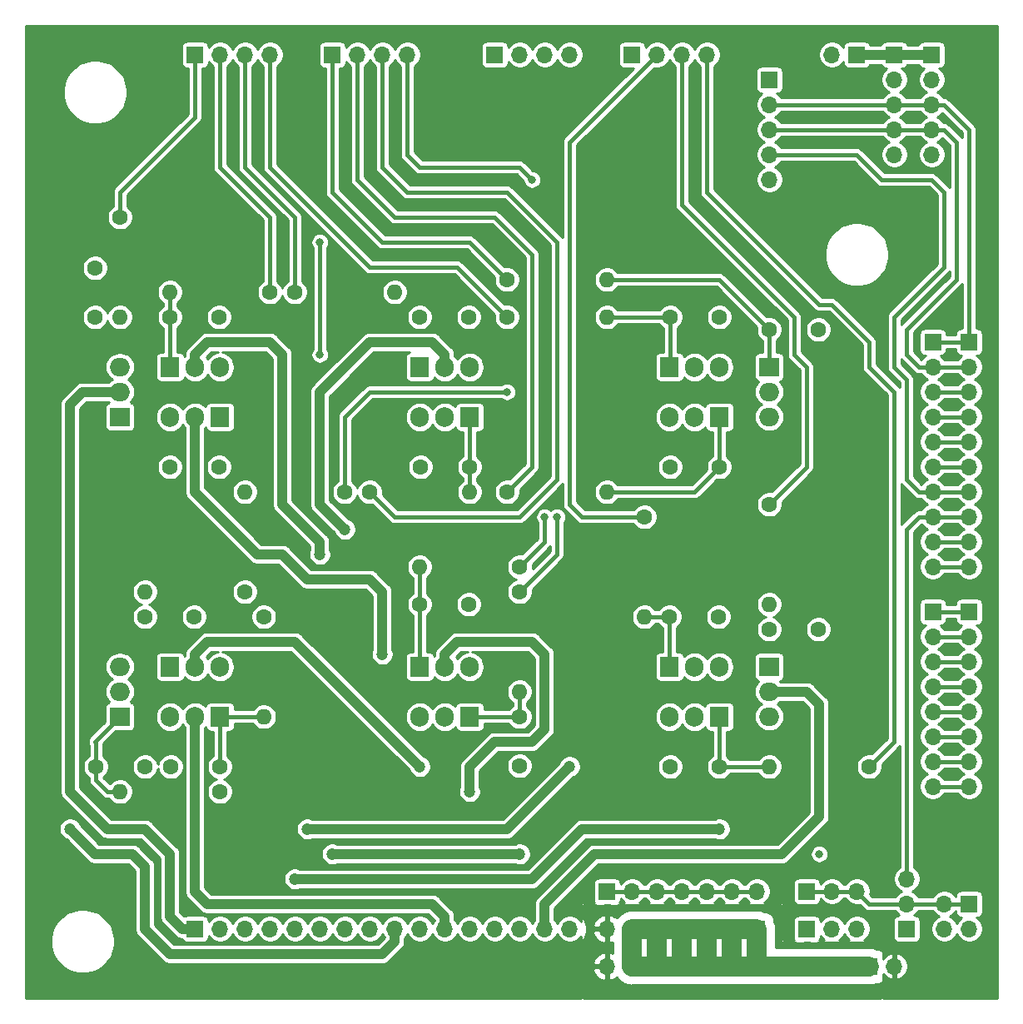
<source format=gbr>
%TF.GenerationSoftware,KiCad,Pcbnew,(5.1.6)-1*%
%TF.CreationDate,2020-09-23T18:14:03+02:00*%
%TF.ProjectId,ExtendedBoardCopy,45787465-6e64-4656-9442-6f617264436f,rev?*%
%TF.SameCoordinates,Original*%
%TF.FileFunction,Copper,L1,Top*%
%TF.FilePolarity,Positive*%
%FSLAX46Y46*%
G04 Gerber Fmt 4.6, Leading zero omitted, Abs format (unit mm)*
G04 Created by KiCad (PCBNEW (5.1.6)-1) date 2020-09-23 18:14:03*
%MOMM*%
%LPD*%
G01*
G04 APERTURE LIST*
%TA.AperFunction,ComponentPad*%
%ADD10R,1.905000X2.000000*%
%TD*%
%TA.AperFunction,ComponentPad*%
%ADD11O,1.905000X2.000000*%
%TD*%
%TA.AperFunction,ComponentPad*%
%ADD12C,1.600000*%
%TD*%
%TA.AperFunction,ComponentPad*%
%ADD13O,1.600000X1.600000*%
%TD*%
%TA.AperFunction,ComponentPad*%
%ADD14O,1.700000X1.700000*%
%TD*%
%TA.AperFunction,ComponentPad*%
%ADD15R,1.700000X1.700000*%
%TD*%
%TA.AperFunction,ComponentPad*%
%ADD16O,2.000000X1.905000*%
%TD*%
%TA.AperFunction,ComponentPad*%
%ADD17R,2.000000X1.905000*%
%TD*%
%TA.AperFunction,ViaPad*%
%ADD18C,0.800000*%
%TD*%
%TA.AperFunction,ViaPad*%
%ADD19C,1.200000*%
%TD*%
%TA.AperFunction,Conductor*%
%ADD20C,0.400000*%
%TD*%
%TA.AperFunction,Conductor*%
%ADD21C,2.000000*%
%TD*%
%TA.AperFunction,Conductor*%
%ADD22C,1.000000*%
%TD*%
%TA.AperFunction,Conductor*%
%ADD23C,0.254000*%
%TD*%
%TA.AperFunction,NonConductor*%
%ADD24C,0.254000*%
%TD*%
G04 APERTURE END LIST*
D10*
%TO.P,Q14,1*%
%TO.N,Net-(C14-Pad1)*%
X157480000Y-127000000D03*
D11*
%TO.P,Q14,2*%
%TO.N,LED14*%
X160020000Y-127000000D03*
%TO.P,Q14,3*%
%TO.N,GND*%
X162560000Y-127000000D03*
%TD*%
D12*
%TO.P,R13,1*%
%TO.N,D13*%
X142240000Y-119380000D03*
D13*
%TO.P,R13,2*%
%TO.N,Net-(C13-Pad1)*%
X142240000Y-129540000D03*
%TD*%
D14*
%TO.P,J19,4*%
%TO.N,D12*%
X147320000Y-64770000D03*
%TO.P,J19,3*%
%TO.N,D11*%
X144780000Y-64770000D03*
%TO.P,J19,2*%
%TO.N,D10*%
X142240000Y-64770000D03*
D15*
%TO.P,J19,1*%
%TO.N,D09*%
X139700000Y-64770000D03*
%TD*%
D16*
%TO.P,Q5,3*%
%TO.N,GND*%
X167640000Y-101600000D03*
%TO.P,Q5,2*%
%TO.N,LED05*%
X167640000Y-99060000D03*
D17*
%TO.P,Q5,1*%
%TO.N,Net-(C5-Pad1)*%
X167640000Y-96520000D03*
%TD*%
D13*
%TO.P,R4,2*%
%TO.N,Net-(C4-Pad1)*%
X151130000Y-91440000D03*
D12*
%TO.P,R4,1*%
%TO.N,D04*%
X140970000Y-91440000D03*
%TD*%
D13*
%TO.P,R6,2*%
%TO.N,Net-(C6-Pad1)*%
X151130000Y-109220000D03*
D12*
%TO.P,R6,1*%
%TO.N,D06*%
X140970000Y-109220000D03*
%TD*%
%TO.P,C1,1*%
%TO.N,Net-(C1-Pad1)*%
X99060000Y-91440000D03*
%TO.P,C1,2*%
%TO.N,GND*%
X99060000Y-86440000D03*
%TD*%
%TO.P,C2,2*%
%TO.N,GND*%
X111680000Y-91440000D03*
%TO.P,C2,1*%
%TO.N,Net-(C2-Pad1)*%
X106680000Y-91440000D03*
%TD*%
%TO.P,C3,2*%
%TO.N,GND*%
X137080000Y-91440000D03*
%TO.P,C3,1*%
%TO.N,Net-(C3-Pad1)*%
X132080000Y-91440000D03*
%TD*%
%TO.P,C4,1*%
%TO.N,Net-(C4-Pad1)*%
X157560000Y-91440000D03*
%TO.P,C4,2*%
%TO.N,GND*%
X162560000Y-91440000D03*
%TD*%
%TO.P,C5,1*%
%TO.N,Net-(C5-Pad1)*%
X167640000Y-92710000D03*
%TO.P,C5,2*%
%TO.N,GND*%
X172640000Y-92710000D03*
%TD*%
%TO.P,C6,1*%
%TO.N,Net-(C6-Pad1)*%
X162560000Y-106680000D03*
%TO.P,C6,2*%
%TO.N,GND*%
X157560000Y-106680000D03*
%TD*%
%TO.P,C7,2*%
%TO.N,GND*%
X132160000Y-106680000D03*
%TO.P,C7,1*%
%TO.N,Net-(C7-Pad1)*%
X137160000Y-106680000D03*
%TD*%
%TO.P,C8,2*%
%TO.N,GND*%
X106680000Y-106680000D03*
%TO.P,C8,1*%
%TO.N,Net-(C8-Pad1)*%
X111680000Y-106680000D03*
%TD*%
%TO.P,C9,2*%
%TO.N,GND*%
X104140000Y-137160000D03*
%TO.P,C9,1*%
%TO.N,Net-(C9-Pad1)*%
X99140000Y-137160000D03*
%TD*%
%TO.P,C10,1*%
%TO.N,Net-(C10-Pad1)*%
X104140000Y-121920000D03*
%TO.P,C10,2*%
%TO.N,GND*%
X109140000Y-121920000D03*
%TD*%
%TO.P,C11,1*%
%TO.N,Net-(C11-Pad1)*%
X111760000Y-137160000D03*
%TO.P,C11,2*%
%TO.N,GND*%
X106760000Y-137160000D03*
%TD*%
%TO.P,C12,2*%
%TO.N,GND*%
X137080000Y-120650000D03*
%TO.P,C12,1*%
%TO.N,Net-(C12-Pad1)*%
X132080000Y-120650000D03*
%TD*%
%TO.P,C13,2*%
%TO.N,GND*%
X142240000Y-137080000D03*
%TO.P,C13,1*%
%TO.N,Net-(C13-Pad1)*%
X142240000Y-132080000D03*
%TD*%
%TO.P,C14,2*%
%TO.N,GND*%
X162480000Y-121920000D03*
%TO.P,C14,1*%
%TO.N,Net-(C14-Pad1)*%
X157480000Y-121920000D03*
%TD*%
%TO.P,C15,1*%
%TO.N,Net-(C15-Pad1)*%
X167640000Y-123190000D03*
%TO.P,C15,2*%
%TO.N,GND*%
X172640000Y-123190000D03*
%TD*%
%TO.P,C16,1*%
%TO.N,Net-(C16-Pad1)*%
X162560000Y-137160000D03*
%TO.P,C16,2*%
%TO.N,GND*%
X157560000Y-137160000D03*
%TD*%
D14*
%TO.P,J5,10*%
%TO.N,DI8*%
X187960000Y-116840000D03*
%TO.P,J5,9*%
%TO.N,DI9*%
X187960000Y-114300000D03*
%TO.P,J5,8*%
%TO.N,DI10*%
X187960000Y-111760000D03*
%TO.P,J5,7*%
%TO.N,DI11*%
X187960000Y-109220000D03*
%TO.P,J5,6*%
%TO.N,DI12*%
X187960000Y-106680000D03*
%TO.P,J5,5*%
%TO.N,DI13*%
X187960000Y-104140000D03*
%TO.P,J5,4*%
%TO.N,GND*%
X187960000Y-101600000D03*
%TO.P,J5,3*%
%TO.N,AREF*%
X187960000Y-99060000D03*
%TO.P,J5,2*%
%TO.N,SDA1*%
X187960000Y-96520000D03*
D15*
%TO.P,J5,1*%
%TO.N,SCL1*%
X187960000Y-93980000D03*
%TD*%
%TO.P,J8,1*%
%TO.N,DI7*%
X187960000Y-121412000D03*
D14*
%TO.P,J8,2*%
%TO.N,DI6*%
X187960000Y-123952000D03*
%TO.P,J8,3*%
%TO.N,DI5*%
X187960000Y-126492000D03*
%TO.P,J8,4*%
%TO.N,DI4*%
X187960000Y-129032000D03*
%TO.P,J8,5*%
%TO.N,DI3*%
X187960000Y-131572000D03*
%TO.P,J8,6*%
%TO.N,DI2*%
X187960000Y-134112000D03*
%TO.P,J8,7*%
%TO.N,DI1*%
X187960000Y-136652000D03*
%TO.P,J8,8*%
%TO.N,DI0*%
X187960000Y-139192000D03*
%TD*%
D15*
%TO.P,PCA9685A1,1*%
%TO.N,Vcc*%
X167640000Y-67310000D03*
D14*
%TO.P,PCA9685A1,2*%
%TO.N,SCL1*%
X167640000Y-69850000D03*
%TO.P,PCA9685A1,3*%
%TO.N,SDA1*%
X167640000Y-72390000D03*
%TO.P,PCA9685A1,4*%
%TO.N,DI11*%
X167640000Y-74930000D03*
%TO.P,PCA9685A1,5*%
%TO.N,GND*%
X167640000Y-77470000D03*
%TD*%
D15*
%TO.P,IR1,1*%
%TO.N,GND*%
X181610000Y-153670000D03*
D14*
%TO.P,IR1,2*%
%TO.N,Vcc*%
X181610000Y-151130000D03*
%TO.P,IR1,3*%
%TO.N,DI10*%
X181610000Y-148590000D03*
%TD*%
D15*
%TO.P,J17,1*%
%TO.N,D01*%
X109220000Y-64770000D03*
D14*
%TO.P,J17,2*%
%TO.N,D02*%
X111760000Y-64770000D03*
%TO.P,J17,3*%
%TO.N,D03*%
X114300000Y-64770000D03*
%TO.P,J17,4*%
%TO.N,D04*%
X116840000Y-64770000D03*
%TD*%
%TO.P,J18,4*%
%TO.N,D08*%
X130810000Y-64770000D03*
%TO.P,J18,3*%
%TO.N,D07*%
X128270000Y-64770000D03*
%TO.P,J18,2*%
%TO.N,D06*%
X125730000Y-64770000D03*
D15*
%TO.P,J18,1*%
%TO.N,D05*%
X123190000Y-64770000D03*
%TD*%
%TO.P,J20,1*%
%TO.N,D13*%
X153670000Y-64770000D03*
D14*
%TO.P,J20,2*%
%TO.N,D14*%
X156210000Y-64770000D03*
%TO.P,J20,3*%
%TO.N,D15*%
X158750000Y-64770000D03*
%TO.P,J20,4*%
%TO.N,D16*%
X161290000Y-64770000D03*
%TD*%
D17*
%TO.P,Q1,1*%
%TO.N,Net-(C1-Pad1)*%
X101600000Y-101600000D03*
D16*
%TO.P,Q1,2*%
%TO.N,LED01*%
X101600000Y-99060000D03*
%TO.P,Q1,3*%
%TO.N,GND*%
X101600000Y-96520000D03*
%TD*%
D10*
%TO.P,Q2,1*%
%TO.N,Net-(C2-Pad1)*%
X106680000Y-96520000D03*
D11*
%TO.P,Q2,2*%
%TO.N,LED02*%
X109220000Y-96520000D03*
%TO.P,Q2,3*%
%TO.N,GND*%
X111760000Y-96520000D03*
%TD*%
%TO.P,Q3,3*%
%TO.N,GND*%
X137160000Y-96520000D03*
%TO.P,Q3,2*%
%TO.N,LED03*%
X134620000Y-96520000D03*
D10*
%TO.P,Q3,1*%
%TO.N,Net-(C3-Pad1)*%
X132080000Y-96520000D03*
%TD*%
D11*
%TO.P,Q4,3*%
%TO.N,GND*%
X162560000Y-96520000D03*
%TO.P,Q4,2*%
%TO.N,LED04*%
X160020000Y-96520000D03*
D10*
%TO.P,Q4,1*%
%TO.N,Net-(C4-Pad1)*%
X157480000Y-96520000D03*
%TD*%
%TO.P,Q6,1*%
%TO.N,Net-(C6-Pad1)*%
X162560000Y-101600000D03*
D11*
%TO.P,Q6,2*%
%TO.N,LED06*%
X160020000Y-101600000D03*
%TO.P,Q6,3*%
%TO.N,GND*%
X157480000Y-101600000D03*
%TD*%
D10*
%TO.P,Q7,1*%
%TO.N,Net-(C7-Pad1)*%
X137160000Y-101600000D03*
D11*
%TO.P,Q7,2*%
%TO.N,LED07*%
X134620000Y-101600000D03*
%TO.P,Q7,3*%
%TO.N,GND*%
X132080000Y-101600000D03*
%TD*%
%TO.P,Q8,3*%
%TO.N,GND*%
X106680000Y-101600000D03*
%TO.P,Q8,2*%
%TO.N,LED08*%
X109220000Y-101600000D03*
D10*
%TO.P,Q8,1*%
%TO.N,Net-(C8-Pad1)*%
X111760000Y-101600000D03*
%TD*%
D16*
%TO.P,Q9,3*%
%TO.N,GND*%
X101600000Y-127000000D03*
%TO.P,Q9,2*%
%TO.N,LED09*%
X101600000Y-129540000D03*
D17*
%TO.P,Q9,1*%
%TO.N,Net-(C9-Pad1)*%
X101600000Y-132080000D03*
%TD*%
D11*
%TO.P,Q10,3*%
%TO.N,GND*%
X111760000Y-127000000D03*
%TO.P,Q10,2*%
%TO.N,LED10*%
X109220000Y-127000000D03*
D10*
%TO.P,Q10,1*%
%TO.N,Net-(C10-Pad1)*%
X106680000Y-127000000D03*
%TD*%
%TO.P,Q11,1*%
%TO.N,Net-(C11-Pad1)*%
X111760000Y-132080000D03*
D11*
%TO.P,Q11,2*%
%TO.N,LED11*%
X109220000Y-132080000D03*
%TO.P,Q11,3*%
%TO.N,GND*%
X106680000Y-132080000D03*
%TD*%
%TO.P,Q12,3*%
%TO.N,GND*%
X137160000Y-127000000D03*
%TO.P,Q12,2*%
%TO.N,LED12*%
X134620000Y-127000000D03*
D10*
%TO.P,Q12,1*%
%TO.N,Net-(C12-Pad1)*%
X132080000Y-127000000D03*
%TD*%
D17*
%TO.P,Q15,1*%
%TO.N,Net-(C15-Pad1)*%
X167640000Y-127000000D03*
D16*
%TO.P,Q15,2*%
%TO.N,LED15*%
X167640000Y-129540000D03*
%TO.P,Q15,3*%
%TO.N,GND*%
X167640000Y-132080000D03*
%TD*%
D11*
%TO.P,Q16,3*%
%TO.N,GND*%
X157480000Y-132080000D03*
%TO.P,Q16,2*%
%TO.N,LED16*%
X160020000Y-132080000D03*
D10*
%TO.P,Q16,1*%
%TO.N,Net-(C16-Pad1)*%
X162560000Y-132080000D03*
%TD*%
D12*
%TO.P,R1,1*%
%TO.N,D01*%
X101600000Y-81280000D03*
D13*
%TO.P,R1,2*%
%TO.N,Net-(C1-Pad1)*%
X101600000Y-91440000D03*
%TD*%
%TO.P,R2,2*%
%TO.N,Net-(C2-Pad1)*%
X106680000Y-88900000D03*
D12*
%TO.P,R2,1*%
%TO.N,D02*%
X116840000Y-88900000D03*
%TD*%
%TO.P,R3,1*%
%TO.N,D03*%
X119380000Y-88900000D03*
D13*
%TO.P,R3,2*%
%TO.N,Net-(C3-Pad1)*%
X129540000Y-88900000D03*
%TD*%
D12*
%TO.P,R5,1*%
%TO.N,D05*%
X140970000Y-87630000D03*
D13*
%TO.P,R5,2*%
%TO.N,Net-(C5-Pad1)*%
X151130000Y-87630000D03*
%TD*%
D12*
%TO.P,R7,1*%
%TO.N,D07*%
X127000000Y-109220000D03*
D13*
%TO.P,R7,2*%
%TO.N,Net-(C7-Pad1)*%
X137160000Y-109220000D03*
%TD*%
%TO.P,R8,2*%
%TO.N,Net-(C8-Pad1)*%
X114300000Y-109220000D03*
D12*
%TO.P,R8,1*%
%TO.N,D08*%
X124460000Y-109220000D03*
%TD*%
D13*
%TO.P,R9,2*%
%TO.N,Net-(C9-Pad1)*%
X101600000Y-139700000D03*
D12*
%TO.P,R9,1*%
%TO.N,D09*%
X111760000Y-139700000D03*
%TD*%
D13*
%TO.P,R10,2*%
%TO.N,Net-(C10-Pad1)*%
X104140000Y-119380000D03*
D12*
%TO.P,R10,1*%
%TO.N,D10*%
X114300000Y-119380000D03*
%TD*%
%TO.P,R11,1*%
%TO.N,D11*%
X116205000Y-121920000D03*
D13*
%TO.P,R11,2*%
%TO.N,Net-(C11-Pad1)*%
X116205000Y-132080000D03*
%TD*%
%TO.P,R12,2*%
%TO.N,Net-(C12-Pad1)*%
X132080000Y-116840000D03*
D12*
%TO.P,R12,1*%
%TO.N,D12*%
X142240000Y-116840000D03*
%TD*%
%TO.P,R14,1*%
%TO.N,D14*%
X154940000Y-111760000D03*
D13*
%TO.P,R14,2*%
%TO.N,Net-(C14-Pad1)*%
X154940000Y-121920000D03*
%TD*%
D12*
%TO.P,R15,1*%
%TO.N,D15*%
X167640000Y-110490000D03*
D13*
%TO.P,R15,2*%
%TO.N,Net-(C15-Pad1)*%
X167640000Y-120650000D03*
%TD*%
%TO.P,R16,2*%
%TO.N,Net-(C16-Pad1)*%
X167640000Y-137160000D03*
D12*
%TO.P,R16,1*%
%TO.N,D16*%
X177800000Y-137160000D03*
%TD*%
D15*
%TO.P,Supply1,1*%
%TO.N,12V+*%
X180340000Y-64770000D03*
D14*
%TO.P,Supply1,2*%
%TO.N,GND*%
X180340000Y-67310000D03*
%TO.P,Supply1,3*%
%TO.N,SCL1*%
X180340000Y-69850000D03*
%TO.P,Supply1,4*%
%TO.N,SDA1*%
X180340000Y-72390000D03*
%TO.P,Supply1,5*%
%TO.N,Net-(Supply1-Pad5)*%
X180340000Y-74930000D03*
%TD*%
%TO.P,+12V1,2*%
%TO.N,GND*%
X173990000Y-64770000D03*
D15*
%TO.P,+12V1,1*%
%TO.N,12V+*%
X176530000Y-64770000D03*
%TD*%
D14*
%TO.P,12V1,5*%
%TO.N,Net-(12V1-Pad5)*%
X184150000Y-74930000D03*
%TO.P,12V1,4*%
%TO.N,SDA1*%
X184150000Y-72390000D03*
%TO.P,12V1,3*%
%TO.N,SCL1*%
X184150000Y-69850000D03*
%TO.P,12V1,2*%
%TO.N,GND*%
X184150000Y-67310000D03*
D15*
%TO.P,12V1,1*%
%TO.N,12V+*%
X184150000Y-64770000D03*
%TD*%
%TO.P,DeanT1,1*%
%TO.N,5V+*%
X177800000Y-157480000D03*
D14*
%TO.P,DeanT1,2*%
%TO.N,GND*%
X180340000Y-157480000D03*
%TD*%
D15*
%TO.P,J6,1*%
%TO.N,DI7*%
X184277000Y-121412000D03*
D14*
%TO.P,J6,2*%
%TO.N,DI6*%
X184277000Y-123952000D03*
%TO.P,J6,3*%
%TO.N,DI5*%
X184277000Y-126492000D03*
%TO.P,J6,4*%
%TO.N,DI4*%
X184277000Y-129032000D03*
%TO.P,J6,5*%
%TO.N,DI3*%
X184277000Y-131572000D03*
%TO.P,J6,6*%
%TO.N,DI2*%
X184277000Y-134112000D03*
%TO.P,J6,7*%
%TO.N,DI1*%
X184277000Y-136652000D03*
%TO.P,J6,8*%
%TO.N,DI0*%
X184277000Y-139192000D03*
%TD*%
D15*
%TO.P,J7,1*%
%TO.N,SCL1*%
X184277000Y-93980000D03*
D14*
%TO.P,J7,2*%
%TO.N,SDA1*%
X184277000Y-96520000D03*
%TO.P,J7,3*%
%TO.N,AREF*%
X184277000Y-99060000D03*
%TO.P,J7,4*%
%TO.N,GND*%
X184277000Y-101600000D03*
%TO.P,J7,5*%
%TO.N,DI13*%
X184277000Y-104140000D03*
%TO.P,J7,6*%
%TO.N,DI12*%
X184277000Y-106680000D03*
%TO.P,J7,7*%
%TO.N,DI11*%
X184277000Y-109220000D03*
%TO.P,J7,8*%
%TO.N,DI10*%
X184277000Y-111760000D03*
%TO.P,J7,9*%
%TO.N,DI9*%
X184277000Y-114300000D03*
%TO.P,J7,10*%
%TO.N,DI8*%
X184277000Y-116840000D03*
%TD*%
D15*
%TO.P,GND1,1*%
%TO.N,GND*%
X151130000Y-149860000D03*
D14*
%TO.P,GND1,2*%
X153670000Y-149860000D03*
%TO.P,GND1,3*%
X156210000Y-149860000D03*
%TO.P,GND1,4*%
X158750000Y-149860000D03*
%TO.P,GND1,5*%
X161290000Y-149860000D03*
%TO.P,GND1,6*%
X163830000Y-149860000D03*
%TO.P,GND1,7*%
X166370000Y-149860000D03*
%TD*%
%TO.P,+5V1,7*%
%TO.N,GND*%
X151130000Y-153670000D03*
%TO.P,+5V1,6*%
%TO.N,5V+*%
X153670000Y-153670000D03*
%TO.P,+5V1,5*%
X156210000Y-153670000D03*
%TO.P,+5V1,4*%
X158750000Y-153670000D03*
%TO.P,+5V1,3*%
X161290000Y-153670000D03*
%TO.P,+5V1,2*%
X163830000Y-153670000D03*
D15*
%TO.P,+5V1,1*%
X166370000Y-153670000D03*
%TD*%
%TO.P,+5V2,1*%
%TO.N,5V+*%
X166370000Y-157480000D03*
D14*
%TO.P,+5V2,2*%
X163830000Y-157480000D03*
%TO.P,+5V2,3*%
X161290000Y-157480000D03*
%TO.P,+5V2,4*%
X158750000Y-157480000D03*
%TO.P,+5V2,5*%
X156210000Y-157480000D03*
%TO.P,+5V2,6*%
X153670000Y-157480000D03*
%TO.P,+5V2,7*%
%TO.N,GND*%
X151130000Y-157480000D03*
%TD*%
D15*
%TO.P,Vcc1,1*%
%TO.N,Vcc*%
X171450000Y-149860000D03*
D14*
%TO.P,Vcc1,2*%
X173990000Y-149860000D03*
%TO.P,Vcc1,3*%
X176530000Y-149860000D03*
%TD*%
D15*
%TO.P,SUPPLYard1,1*%
%TO.N,Vcc*%
X187960000Y-151130000D03*
D14*
%TO.P,SUPPLYard1,2*%
%TO.N,GND*%
X187960000Y-153670000D03*
%TO.P,SUPPLYard1,3*%
%TO.N,Vcc*%
X185420000Y-151130000D03*
%TO.P,SUPPLYard1,4*%
%TO.N,GND*%
X185420000Y-153670000D03*
%TD*%
D15*
%TO.P,GND2,1*%
%TO.N,GND*%
X171450000Y-153670000D03*
D14*
%TO.P,GND2,2*%
X173990000Y-153670000D03*
%TO.P,GND2,3*%
X176530000Y-153670000D03*
%TD*%
D15*
%TO.P,TR1,1*%
%TO.N,LED01*%
X109220000Y-153670000D03*
D14*
%TO.P,TR1,2*%
%TO.N,LED02*%
X111760000Y-153670000D03*
%TO.P,TR1,3*%
%TO.N,LED03*%
X114300000Y-153670000D03*
%TO.P,TR1,4*%
%TO.N,LED04*%
X116840000Y-153670000D03*
%TO.P,TR1,5*%
%TO.N,LED05*%
X119380000Y-153670000D03*
%TO.P,TR1,6*%
%TO.N,LED06*%
X121920000Y-153670000D03*
%TO.P,TR1,7*%
%TO.N,LED07*%
X124460000Y-153670000D03*
%TO.P,TR1,8*%
%TO.N,LED08*%
X127000000Y-153670000D03*
%TO.P,TR1,9*%
%TO.N,LED09*%
X129540000Y-153670000D03*
%TO.P,TR1,10*%
%TO.N,LED10*%
X132080000Y-153670000D03*
%TO.P,TR1,11*%
%TO.N,LED11*%
X134620000Y-153670000D03*
%TO.P,TR1,12*%
%TO.N,LED12*%
X137160000Y-153670000D03*
%TO.P,TR1,13*%
%TO.N,LED13*%
X139700000Y-153670000D03*
%TO.P,TR1,14*%
%TO.N,LED14*%
X142240000Y-153670000D03*
%TO.P,TR1,15*%
%TO.N,LED15*%
X144780000Y-153670000D03*
%TO.P,TR1,16*%
%TO.N,LED16*%
X147320000Y-153670000D03*
%TD*%
D10*
%TO.P,Q13,1*%
%TO.N,Net-(C13-Pad1)*%
X137160000Y-132080000D03*
D11*
%TO.P,Q13,2*%
%TO.N,LED13*%
X134620000Y-132080000D03*
%TO.P,Q13,3*%
%TO.N,GND*%
X132080000Y-132080000D03*
%TD*%
D18*
%TO.N,GND*%
X172720000Y-146050000D03*
D19*
%TO.N,LED12*%
X137160000Y-139700000D03*
%TO.N,LED03*%
X124460000Y-113030000D03*
%TO.N,LED02*%
X121920000Y-115570000D03*
D18*
%TO.N,D13*%
X146050000Y-111760000D03*
%TO.N,D12*%
X144780000Y-111760000D03*
D19*
%TO.N,LED10*%
X132080000Y-137160000D03*
%TO.N,LED09*%
X96520000Y-143510000D03*
%TO.N,LED08*%
X128270000Y-125730000D03*
%TO.N,LED06*%
X123190000Y-146050000D03*
X142240000Y-146050000D03*
%TO.N,LED05*%
X162560000Y-143510000D03*
X119380000Y-148590000D03*
%TO.N,LED04*%
X120650000Y-143510000D03*
X147320000Y-137160000D03*
D18*
%TO.N,D08*%
X143510000Y-77470000D03*
X140970000Y-99060000D03*
%TO.N,D09*%
X121920000Y-95250000D03*
X121920000Y-83820000D03*
%TD*%
D20*
%TO.N,GND*%
X187960000Y-101600000D02*
X184277000Y-101600000D01*
X151130000Y-149860000D02*
X153670000Y-149860000D01*
X153670000Y-149860000D02*
X156210000Y-149860000D01*
X156210000Y-149860000D02*
X158750000Y-149860000D01*
X158750000Y-149860000D02*
X161290000Y-149860000D01*
X161290000Y-149860000D02*
X163830000Y-149860000D01*
X163830000Y-149860000D02*
X166370000Y-149860000D01*
%TO.N,Net-(C2-Pad1)*%
X106680000Y-96520000D02*
X106680000Y-91440000D01*
X106680000Y-88900000D02*
X106680000Y-91440000D01*
%TO.N,Net-(C4-Pad1)*%
X157560000Y-96440000D02*
X157480000Y-96520000D01*
X157560000Y-91440000D02*
X157560000Y-96440000D01*
X157560000Y-91440000D02*
X151130000Y-91440000D01*
%TO.N,Net-(C5-Pad1)*%
X167640000Y-96520000D02*
X167640000Y-92710000D01*
X167640000Y-92710000D02*
X162560000Y-87630000D01*
X162560000Y-87630000D02*
X151130000Y-87630000D01*
%TO.N,Net-(C6-Pad1)*%
X162560000Y-101600000D02*
X162560000Y-106680000D01*
X160020000Y-109220000D02*
X162560000Y-106680000D01*
X151130000Y-109220000D02*
X160020000Y-109220000D01*
%TO.N,Net-(C7-Pad1)*%
X137160000Y-109220000D02*
X137160000Y-106680000D01*
X137160000Y-101600000D02*
X137160000Y-106680000D01*
%TO.N,Net-(C8-Pad1)*%
X111680000Y-106680000D02*
X111760000Y-106680000D01*
%TO.N,Net-(C9-Pad1)*%
X101600000Y-132080000D02*
X99060000Y-134620000D01*
X99140000Y-134700000D02*
X99140000Y-137160000D01*
X99060000Y-134620000D02*
X99140000Y-134700000D01*
X101600000Y-139700000D02*
X100330000Y-139700000D01*
X99140000Y-138510000D02*
X99140000Y-137160000D01*
X100330000Y-139700000D02*
X99140000Y-138510000D01*
%TO.N,Net-(C11-Pad1)*%
X111760000Y-137160000D02*
X111760000Y-132080000D01*
X111760000Y-132080000D02*
X116205000Y-132080000D01*
%TO.N,Net-(C12-Pad1)*%
X132080000Y-116840000D02*
X132080000Y-120650000D01*
X132080000Y-120650000D02*
X132080000Y-127000000D01*
%TO.N,Net-(C13-Pad1)*%
X142240000Y-132080000D02*
X137160000Y-132080000D01*
X142240000Y-132080000D02*
X142240000Y-129540000D01*
%TO.N,Net-(C14-Pad1)*%
X154940000Y-121920000D02*
X157480000Y-121920000D01*
X157480000Y-121920000D02*
X157480000Y-127000000D01*
%TO.N,Net-(C16-Pad1)*%
X167640000Y-137160000D02*
X162560000Y-137160000D01*
X162560000Y-137160000D02*
X162560000Y-132080000D01*
D21*
%TO.N,5V+*%
X177800000Y-157480000D02*
X166370000Y-157480000D01*
X166370000Y-157480000D02*
X163830000Y-157480000D01*
X161290000Y-157480000D02*
X163830000Y-157480000D01*
X161290000Y-157480000D02*
X158750000Y-157480000D01*
X158750000Y-157480000D02*
X156210000Y-157480000D01*
X156210000Y-157480000D02*
X153670000Y-157480000D01*
X153670000Y-157480000D02*
X153670000Y-153670000D01*
X153670000Y-153670000D02*
X156210000Y-153670000D01*
X158750000Y-153670000D02*
X156210000Y-153670000D01*
X161290000Y-153670000D02*
X158750000Y-153670000D01*
X163830000Y-153670000D02*
X161290000Y-153670000D01*
X166370000Y-153670000D02*
X163830000Y-153670000D01*
X166370000Y-153670000D02*
X166370000Y-157480000D01*
X163830000Y-153670000D02*
X163830000Y-157480000D01*
X161290000Y-153670000D02*
X161290000Y-157480000D01*
X158750000Y-153670000D02*
X158750000Y-157480000D01*
X156210000Y-153670000D02*
X156210000Y-157480000D01*
D20*
%TO.N,DI8*%
X187960000Y-116840000D02*
X184277000Y-116840000D01*
%TO.N,DI9*%
X187960000Y-114300000D02*
X184277000Y-114300000D01*
%TO.N,DI10*%
X187960000Y-111760000D02*
X184277000Y-111760000D01*
X182880000Y-111760000D02*
X184277000Y-111760000D01*
X181610000Y-148590000D02*
X181610000Y-113030000D01*
X181610000Y-113030000D02*
X182880000Y-111760000D01*
%TO.N,DI11*%
X187960000Y-109220000D02*
X184277000Y-109220000D01*
X167640000Y-74930000D02*
X176530000Y-74930000D01*
X176530000Y-74930000D02*
X179070000Y-77470000D01*
X184150000Y-77470000D02*
X185420000Y-78740000D01*
X179070000Y-77470000D02*
X184150000Y-77470000D01*
X185420000Y-78740000D02*
X185420000Y-86360000D01*
X185420000Y-86360000D02*
X180340000Y-91440000D01*
X180340000Y-91440000D02*
X180340000Y-96520000D01*
X180340000Y-96520000D02*
X181610000Y-97790000D01*
X181610000Y-97790000D02*
X181610000Y-107950000D01*
X182880000Y-109220000D02*
X184277000Y-109220000D01*
X181610000Y-107950000D02*
X182880000Y-109220000D01*
%TO.N,DI12*%
X187960000Y-106680000D02*
X184277000Y-106680000D01*
%TO.N,DI13*%
X187960000Y-104140000D02*
X184277000Y-104140000D01*
%TO.N,AREF*%
X187960000Y-99060000D02*
X184277000Y-99060000D01*
%TO.N,SDA1*%
X187960000Y-96520000D02*
X184277000Y-96520000D01*
X184150000Y-72390000D02*
X180340000Y-72390000D01*
X167640000Y-72390000D02*
X180340000Y-72390000D01*
X181610000Y-95250000D02*
X182880000Y-96520000D01*
X182880000Y-96520000D02*
X184277000Y-96520000D01*
X185420000Y-72390000D02*
X186690000Y-73660000D01*
X184150000Y-72390000D02*
X185420000Y-72390000D01*
X186690000Y-73660000D02*
X186690000Y-87630000D01*
X186690000Y-87630000D02*
X181610000Y-92710000D01*
X181610000Y-92710000D02*
X181610000Y-95250000D01*
%TO.N,SCL1*%
X184150000Y-69850000D02*
X180340000Y-69850000D01*
X167640000Y-69850000D02*
X180340000Y-69850000D01*
X187960000Y-93980000D02*
X184277000Y-93980000D01*
X187960000Y-93980000D02*
X187960000Y-72390000D01*
X187960000Y-72390000D02*
X185420000Y-69850000D01*
X185420000Y-69850000D02*
X184150000Y-69850000D01*
%TO.N,DI0*%
X187960000Y-139192000D02*
X184277000Y-139192000D01*
%TO.N,DI1*%
X187960000Y-136652000D02*
X184277000Y-136652000D01*
%TO.N,DI2*%
X187960000Y-134112000D02*
X184277000Y-134112000D01*
%TO.N,DI3*%
X187960000Y-131572000D02*
X184277000Y-131572000D01*
%TO.N,DI4*%
X187960000Y-129032000D02*
X184277000Y-129032000D01*
%TO.N,DI5*%
X187960000Y-126492000D02*
X184277000Y-126492000D01*
%TO.N,DI6*%
X187960000Y-123952000D02*
X184277000Y-123952000D01*
%TO.N,DI7*%
X187960000Y-121412000D02*
X184277000Y-121412000D01*
%TO.N,Vcc*%
X187960000Y-151130000D02*
X185420000Y-151130000D01*
X185420000Y-151130000D02*
X181610000Y-151130000D01*
X177800000Y-151130000D02*
X176530000Y-149860000D01*
X181610000Y-151130000D02*
X177800000Y-151130000D01*
X173990000Y-149860000D02*
X176530000Y-149860000D01*
X173990000Y-149860000D02*
X171450000Y-149860000D01*
D22*
%TO.N,LED12*%
X134620000Y-125730000D02*
X134620000Y-127000000D01*
X135890000Y-124460000D02*
X134620000Y-125730000D01*
X144780000Y-125730000D02*
X143510000Y-124460000D01*
X143510000Y-124460000D02*
X135890000Y-124460000D01*
X137160000Y-139700000D02*
X137160000Y-137160000D01*
X139700000Y-134620000D02*
X143510000Y-134620000D01*
X137160000Y-137160000D02*
X139700000Y-134620000D01*
X143510000Y-134620000D02*
X144780000Y-133350000D01*
X144780000Y-133350000D02*
X144780000Y-125730000D01*
%TO.N,LED11*%
X109220000Y-140970000D02*
X109220000Y-132080000D01*
X134620000Y-152400000D02*
X133350000Y-151130000D01*
X134620000Y-153670000D02*
X134620000Y-152400000D01*
X133350000Y-151130000D02*
X110490000Y-151130000D01*
X110490000Y-151130000D02*
X109220000Y-149860000D01*
X109220000Y-149860000D02*
X109220000Y-140970000D01*
%TO.N,LED03*%
X124460000Y-96520000D02*
X122959999Y-98020001D01*
X122959999Y-98020001D02*
X121920000Y-99060000D01*
X124460000Y-113030000D02*
X121920000Y-110490000D01*
X121920000Y-99060000D02*
X121920000Y-110490000D01*
X124460000Y-96520000D02*
X127000000Y-93980000D01*
X127000000Y-93980000D02*
X133350000Y-93980000D01*
X133350000Y-93980000D02*
X134620000Y-95250000D01*
X134620000Y-95250000D02*
X134620000Y-96520000D01*
%TO.N,LED02*%
X121920000Y-115570000D02*
X121920000Y-114300000D01*
X118110000Y-95250000D02*
X116840000Y-93980000D01*
X118110000Y-110490000D02*
X118110000Y-95250000D01*
X121920000Y-114300000D02*
X118110000Y-110490000D01*
X116840000Y-93980000D02*
X110490000Y-93980000D01*
X110490000Y-93980000D02*
X109220000Y-95250000D01*
X109220000Y-95250000D02*
X109220000Y-96520000D01*
%TO.N,LED01*%
X97790000Y-99060000D02*
X101600000Y-99060000D01*
X107950000Y-153670000D02*
X106680000Y-152400000D01*
X96520000Y-139700000D02*
X96520000Y-100330000D01*
X106680000Y-152400000D02*
X106680000Y-146050000D01*
X109220000Y-153670000D02*
X107950000Y-153670000D01*
X100330000Y-143510000D02*
X96520000Y-139700000D01*
X106680000Y-146050000D02*
X104140000Y-143510000D01*
X96520000Y-100330000D02*
X97790000Y-99060000D01*
X104140000Y-143510000D02*
X100330000Y-143510000D01*
D20*
%TO.N,D01*%
X101600000Y-81280000D02*
X101600000Y-78740000D01*
X101600000Y-78740000D02*
X109220000Y-71120000D01*
X109220000Y-71120000D02*
X109220000Y-64770000D01*
%TO.N,D02*%
X111760000Y-64770000D02*
X111760000Y-76200000D01*
X116840000Y-81280000D02*
X116840000Y-88900000D01*
X111760000Y-76200000D02*
X116840000Y-81280000D01*
%TO.N,D03*%
X114300000Y-64770000D02*
X114300000Y-76200000D01*
X119380000Y-81280000D02*
X119380000Y-88900000D01*
X114300000Y-76200000D02*
X119380000Y-81280000D01*
%TO.N,D13*%
X142240000Y-119380000D02*
X146050000Y-115570000D01*
X146050000Y-115570000D02*
X146050000Y-111760000D01*
%TO.N,D12*%
X142240000Y-116840000D02*
X144780000Y-114300000D01*
X144780000Y-111760000D02*
X144780000Y-114300000D01*
D22*
%TO.N,LED10*%
X109220000Y-125730000D02*
X109220000Y-127000000D01*
X132080000Y-137160000D02*
X119380000Y-124460000D01*
X110490000Y-124460000D02*
X109220000Y-125730000D01*
X119380000Y-124460000D02*
X110490000Y-124460000D01*
%TO.N,LED15*%
X144780000Y-153670000D02*
X144780000Y-151130000D01*
X144780000Y-151130000D02*
X149860000Y-146050000D01*
X149860000Y-146050000D02*
X168910000Y-146050000D01*
X168910000Y-146050000D02*
X172720000Y-142240000D01*
X172720000Y-142240000D02*
X172720000Y-130810000D01*
X172720000Y-130810000D02*
X171450000Y-129540000D01*
X171450000Y-129540000D02*
X167640000Y-129540000D01*
%TO.N,LED09*%
X129540000Y-153670000D02*
X129540000Y-154940000D01*
X129540000Y-154940000D02*
X128270000Y-156210000D01*
X128270000Y-156210000D02*
X106680000Y-156210000D01*
X106680000Y-156210000D02*
X104140000Y-153670000D01*
X104140000Y-153670000D02*
X104140000Y-147320000D01*
X104140000Y-147320000D02*
X102870000Y-146050000D01*
X102870000Y-146050000D02*
X99060000Y-146050000D01*
X99060000Y-146050000D02*
X96520000Y-143510000D01*
%TO.N,LED08*%
X115570000Y-115570000D02*
X109220000Y-109220000D01*
X120650000Y-118110000D02*
X118110000Y-115570000D01*
X109220000Y-109220000D02*
X109220000Y-101600000D01*
X118110000Y-115570000D02*
X115570000Y-115570000D01*
X128270000Y-119380000D02*
X127000000Y-118110000D01*
X127000000Y-118110000D02*
X120650000Y-118110000D01*
X128270000Y-119380000D02*
X128270000Y-125730000D01*
%TO.N,LED06*%
X123190000Y-146050000D02*
X142240000Y-146050000D01*
%TO.N,LED05*%
X143510000Y-148590000D02*
X148590000Y-143510000D01*
X148590000Y-143510000D02*
X162560000Y-143510000D01*
X134620000Y-148590000D02*
X143510000Y-148590000D01*
X119380000Y-148590000D02*
X134620000Y-148590000D01*
%TO.N,LED04*%
X120650000Y-143510000D02*
X140970000Y-143510000D01*
X140970000Y-143510000D02*
X147320000Y-137160000D01*
D20*
%TO.N,D04*%
X116840000Y-64770000D02*
X116840000Y-76200000D01*
X116840000Y-76200000D02*
X127000000Y-86360000D01*
X127000000Y-86360000D02*
X135890000Y-86360000D01*
X135890000Y-86360000D02*
X140970000Y-91440000D01*
%TO.N,D08*%
X130810000Y-64770000D02*
X130810000Y-74930000D01*
X130810000Y-74930000D02*
X132080000Y-76200000D01*
X132080000Y-76200000D02*
X142240000Y-76200000D01*
X142240000Y-76200000D02*
X143510000Y-77470000D01*
X124460000Y-109220000D02*
X124460000Y-101600000D01*
X124460000Y-101600000D02*
X127000000Y-99060000D01*
X127000000Y-99060000D02*
X140970000Y-99060000D01*
%TO.N,D07*%
X128270000Y-64770000D02*
X128270000Y-76200000D01*
X128270000Y-76200000D02*
X130810000Y-78740000D01*
X130810000Y-78740000D02*
X140970000Y-78740000D01*
X140970000Y-78740000D02*
X146050000Y-83820000D01*
X146050000Y-83820000D02*
X146050000Y-107950000D01*
X146050000Y-107950000D02*
X142240000Y-111760000D01*
X129540000Y-111760000D02*
X127000000Y-109220000D01*
X142240000Y-111760000D02*
X129540000Y-111760000D01*
%TO.N,D06*%
X143510000Y-106680000D02*
X140970000Y-109220000D01*
X125730000Y-77470000D02*
X129540000Y-81280000D01*
X125730000Y-64770000D02*
X125730000Y-77470000D01*
X129540000Y-81280000D02*
X139700000Y-81280000D01*
X139700000Y-81280000D02*
X143510000Y-85090000D01*
X143510000Y-85090000D02*
X143510000Y-106680000D01*
%TO.N,D05*%
X140970000Y-87630000D02*
X137160000Y-83820000D01*
X137160000Y-83820000D02*
X128270000Y-83820000D01*
X128270000Y-83820000D02*
X123190000Y-78740000D01*
X123190000Y-78740000D02*
X123190000Y-64770000D01*
%TO.N,D09*%
X121920000Y-95250000D02*
X121920000Y-83820000D01*
%TO.N,D14*%
X148590000Y-111760000D02*
X154940000Y-111760000D01*
X156210000Y-64770000D02*
X147320000Y-73660000D01*
X147320000Y-110490000D02*
X148590000Y-111760000D01*
X147320000Y-73660000D02*
X147320000Y-110490000D01*
%TO.N,D15*%
X158750000Y-77470000D02*
X158750000Y-64770000D01*
X158750000Y-80010000D02*
X158750000Y-77470000D01*
X171450000Y-96520000D02*
X170180000Y-95250000D01*
X167640000Y-110490000D02*
X171450000Y-106680000D01*
X170180000Y-95250000D02*
X170180000Y-91440000D01*
X171450000Y-106680000D02*
X171450000Y-96520000D01*
X170180000Y-91440000D02*
X158750000Y-80010000D01*
%TO.N,D16*%
X161290000Y-76200000D02*
X161290000Y-64770000D01*
X177800000Y-96520000D02*
X180340000Y-99060000D01*
X180340000Y-99060000D02*
X180340000Y-134620000D01*
X180340000Y-134620000D02*
X177800000Y-137160000D01*
X177800000Y-96520000D02*
X177800000Y-93980000D01*
X177800000Y-93980000D02*
X173990000Y-90170000D01*
X173990000Y-90170000D02*
X172720000Y-90170000D01*
X161290000Y-78740000D02*
X161290000Y-76200000D01*
X172720000Y-90170000D02*
X161290000Y-78740000D01*
D22*
%TO.N,12V+*%
X176530000Y-64770000D02*
X180340000Y-64770000D01*
X184150000Y-64770000D02*
X180340000Y-64770000D01*
%TD*%
D23*
%TO.N,GND*%
G36*
X150035820Y-151299502D02*
G01*
X150155518Y-151335812D01*
X150280000Y-151348072D01*
X150844250Y-151345000D01*
X150932250Y-151257000D01*
X151327750Y-151257000D01*
X151415750Y-151345000D01*
X151980000Y-151348072D01*
X152104482Y-151335812D01*
X152224180Y-151299502D01*
X152303694Y-151257000D01*
X153166478Y-151257000D01*
X153313110Y-151301476D01*
X153397387Y-151257000D01*
X153942613Y-151257000D01*
X154026890Y-151301476D01*
X154173522Y-151257000D01*
X155706478Y-151257000D01*
X155853110Y-151301476D01*
X155937387Y-151257000D01*
X156482613Y-151257000D01*
X156566890Y-151301476D01*
X156713522Y-151257000D01*
X158246478Y-151257000D01*
X158393110Y-151301476D01*
X158477387Y-151257000D01*
X159022613Y-151257000D01*
X159106890Y-151301476D01*
X159253522Y-151257000D01*
X160786478Y-151257000D01*
X160933110Y-151301476D01*
X161017387Y-151257000D01*
X161562613Y-151257000D01*
X161646890Y-151301476D01*
X161793522Y-151257000D01*
X163326478Y-151257000D01*
X163473110Y-151301476D01*
X163557387Y-151257000D01*
X164102613Y-151257000D01*
X164186890Y-151301476D01*
X164333522Y-151257000D01*
X165866478Y-151257000D01*
X166013110Y-151301476D01*
X166097387Y-151257000D01*
X166642613Y-151257000D01*
X166726890Y-151301476D01*
X166873522Y-151257000D01*
X168783000Y-151257000D01*
X168783000Y-154940000D01*
X168785440Y-154964776D01*
X168792667Y-154988601D01*
X168804403Y-155010557D01*
X168820197Y-155029803D01*
X168839443Y-155045597D01*
X168861399Y-155057333D01*
X168885224Y-155064560D01*
X168910000Y-155067000D01*
X170276306Y-155067000D01*
X170355820Y-155109502D01*
X170475518Y-155145812D01*
X170600000Y-155158072D01*
X171164250Y-155155000D01*
X171252250Y-155067000D01*
X171647750Y-155067000D01*
X171735750Y-155155000D01*
X172300000Y-155158072D01*
X172424482Y-155145812D01*
X172544180Y-155109502D01*
X172623694Y-155067000D01*
X173486478Y-155067000D01*
X173633110Y-155111476D01*
X173717387Y-155067000D01*
X174262613Y-155067000D01*
X174346890Y-155111476D01*
X174493522Y-155067000D01*
X176026478Y-155067000D01*
X176173110Y-155111476D01*
X176257387Y-155067000D01*
X176802613Y-155067000D01*
X176886890Y-155111476D01*
X177033522Y-155067000D01*
X180436306Y-155067000D01*
X180515820Y-155109502D01*
X180635518Y-155145812D01*
X180760000Y-155158072D01*
X181324250Y-155155000D01*
X181412250Y-155067000D01*
X181482998Y-155067000D01*
X181482998Y-155155000D01*
X181483000Y-155155000D01*
X181483000Y-156540758D01*
X181340269Y-156382412D01*
X181106920Y-156208359D01*
X180844099Y-156083175D01*
X180696890Y-156038524D01*
X180467000Y-156159845D01*
X180467000Y-157353000D01*
X180487000Y-157353000D01*
X180487000Y-157607000D01*
X180467000Y-157607000D01*
X180467000Y-158800155D01*
X180696890Y-158921476D01*
X180844099Y-158876825D01*
X181106920Y-158751641D01*
X181340269Y-158577588D01*
X181483000Y-158419242D01*
X181483000Y-160338000D01*
X148717000Y-160338000D01*
X148717000Y-157836891D01*
X149688519Y-157836891D01*
X149785843Y-158111252D01*
X149934822Y-158361355D01*
X150129731Y-158577588D01*
X150363080Y-158751641D01*
X150625901Y-158876825D01*
X150773110Y-158921476D01*
X151003000Y-158800155D01*
X151003000Y-157607000D01*
X149809186Y-157607000D01*
X149688519Y-157836891D01*
X148717000Y-157836891D01*
X148717000Y-157123109D01*
X149688519Y-157123109D01*
X149809186Y-157353000D01*
X151003000Y-157353000D01*
X151003000Y-156159845D01*
X150773110Y-156038524D01*
X150625901Y-156083175D01*
X150363080Y-156208359D01*
X150129731Y-156382412D01*
X149934822Y-156598645D01*
X149785843Y-156848748D01*
X149688519Y-157123109D01*
X148717000Y-157123109D01*
X148717000Y-154777757D01*
X148894757Y-154511725D01*
X149028711Y-154188332D01*
X149060823Y-154026891D01*
X149688519Y-154026891D01*
X149785843Y-154301252D01*
X149934822Y-154551355D01*
X150129731Y-154767588D01*
X150363080Y-154941641D01*
X150625901Y-155066825D01*
X150773110Y-155111476D01*
X151003000Y-154990155D01*
X151003000Y-153797000D01*
X149809186Y-153797000D01*
X149688519Y-154026891D01*
X149060823Y-154026891D01*
X149097000Y-153845019D01*
X149097000Y-153494981D01*
X149060824Y-153313109D01*
X149688519Y-153313109D01*
X149809186Y-153543000D01*
X151003000Y-153543000D01*
X151003000Y-152349845D01*
X151257000Y-152349845D01*
X151257000Y-153543000D01*
X151277000Y-153543000D01*
X151277000Y-153797000D01*
X151257000Y-153797000D01*
X151257000Y-154990155D01*
X151486890Y-155111476D01*
X151634099Y-155066825D01*
X151743001Y-155014954D01*
X151743000Y-156135046D01*
X151634099Y-156083175D01*
X151486890Y-156038524D01*
X151257000Y-156159845D01*
X151257000Y-157353000D01*
X151277000Y-157353000D01*
X151277000Y-157607000D01*
X151257000Y-157607000D01*
X151257000Y-158800155D01*
X151486890Y-158921476D01*
X151634099Y-158876825D01*
X151896920Y-158751641D01*
X152097796Y-158601810D01*
X152300813Y-158849187D01*
X152594237Y-159089994D01*
X152929001Y-159268929D01*
X153292242Y-159379117D01*
X153670000Y-159416323D01*
X153764658Y-159407000D01*
X156115342Y-159407000D01*
X156210000Y-159416323D01*
X156304658Y-159407000D01*
X158655342Y-159407000D01*
X158750000Y-159416323D01*
X158844658Y-159407000D01*
X161195342Y-159407000D01*
X161290000Y-159416323D01*
X161384658Y-159407000D01*
X163735342Y-159407000D01*
X163830000Y-159416323D01*
X163924658Y-159407000D01*
X166275342Y-159407000D01*
X166370000Y-159416323D01*
X166464658Y-159407000D01*
X177894658Y-159407000D01*
X178177758Y-159379117D01*
X178540999Y-159268929D01*
X178554926Y-159261485D01*
X178650000Y-159261485D01*
X178831724Y-159243587D01*
X179006464Y-159190580D01*
X179167505Y-159104501D01*
X179308659Y-158988659D01*
X179424501Y-158847505D01*
X179503488Y-158699733D01*
X179573080Y-158751641D01*
X179835901Y-158876825D01*
X179983110Y-158921476D01*
X180213000Y-158800155D01*
X180213000Y-157607000D01*
X180193000Y-157607000D01*
X180193000Y-157353000D01*
X180213000Y-157353000D01*
X180213000Y-156159845D01*
X179983110Y-156038524D01*
X179835901Y-156083175D01*
X179573080Y-156208359D01*
X179503488Y-156260267D01*
X179424501Y-156112495D01*
X179308659Y-155971341D01*
X179167505Y-155855499D01*
X179006464Y-155769420D01*
X178831724Y-155716413D01*
X178650000Y-155698515D01*
X178554926Y-155698515D01*
X178540999Y-155691071D01*
X178177758Y-155580883D01*
X177894658Y-155553000D01*
X168297000Y-155553000D01*
X168297000Y-153764658D01*
X168306323Y-153670000D01*
X168269117Y-153292242D01*
X168158929Y-152929001D01*
X168151485Y-152915074D01*
X168151485Y-152820000D01*
X168133587Y-152638276D01*
X168080580Y-152463536D01*
X167994501Y-152302495D01*
X167878659Y-152161341D01*
X167737505Y-152045499D01*
X167576464Y-151959420D01*
X167401724Y-151906413D01*
X167220000Y-151888515D01*
X167124926Y-151888515D01*
X167110999Y-151881071D01*
X166747758Y-151770883D01*
X166464658Y-151743000D01*
X166370000Y-151733677D01*
X166275342Y-151743000D01*
X163924658Y-151743000D01*
X163830000Y-151733677D01*
X163735342Y-151743000D01*
X161384658Y-151743000D01*
X161290000Y-151733677D01*
X161195342Y-151743000D01*
X158844658Y-151743000D01*
X158750000Y-151733677D01*
X158655342Y-151743000D01*
X156304658Y-151743000D01*
X156210000Y-151733677D01*
X156115342Y-151743000D01*
X153764658Y-151743000D01*
X153670000Y-151733677D01*
X153575342Y-151743000D01*
X153292242Y-151770883D01*
X152929001Y-151881071D01*
X152594237Y-152060006D01*
X152300813Y-152300813D01*
X152097796Y-152548190D01*
X151896920Y-152398359D01*
X151634099Y-152273175D01*
X151486890Y-152228524D01*
X151257000Y-152349845D01*
X151003000Y-152349845D01*
X150773110Y-152228524D01*
X150625901Y-152273175D01*
X150363080Y-152398359D01*
X150129731Y-152572412D01*
X149934822Y-152788645D01*
X149785843Y-153038748D01*
X149688519Y-153313109D01*
X149060824Y-153313109D01*
X149028711Y-153151668D01*
X148894757Y-152828275D01*
X148717000Y-152562243D01*
X148717000Y-151257000D01*
X149956306Y-151257000D01*
X150035820Y-151299502D01*
G37*
X150035820Y-151299502D02*
X150155518Y-151335812D01*
X150280000Y-151348072D01*
X150844250Y-151345000D01*
X150932250Y-151257000D01*
X151327750Y-151257000D01*
X151415750Y-151345000D01*
X151980000Y-151348072D01*
X152104482Y-151335812D01*
X152224180Y-151299502D01*
X152303694Y-151257000D01*
X153166478Y-151257000D01*
X153313110Y-151301476D01*
X153397387Y-151257000D01*
X153942613Y-151257000D01*
X154026890Y-151301476D01*
X154173522Y-151257000D01*
X155706478Y-151257000D01*
X155853110Y-151301476D01*
X155937387Y-151257000D01*
X156482613Y-151257000D01*
X156566890Y-151301476D01*
X156713522Y-151257000D01*
X158246478Y-151257000D01*
X158393110Y-151301476D01*
X158477387Y-151257000D01*
X159022613Y-151257000D01*
X159106890Y-151301476D01*
X159253522Y-151257000D01*
X160786478Y-151257000D01*
X160933110Y-151301476D01*
X161017387Y-151257000D01*
X161562613Y-151257000D01*
X161646890Y-151301476D01*
X161793522Y-151257000D01*
X163326478Y-151257000D01*
X163473110Y-151301476D01*
X163557387Y-151257000D01*
X164102613Y-151257000D01*
X164186890Y-151301476D01*
X164333522Y-151257000D01*
X165866478Y-151257000D01*
X166013110Y-151301476D01*
X166097387Y-151257000D01*
X166642613Y-151257000D01*
X166726890Y-151301476D01*
X166873522Y-151257000D01*
X168783000Y-151257000D01*
X168783000Y-154940000D01*
X168785440Y-154964776D01*
X168792667Y-154988601D01*
X168804403Y-155010557D01*
X168820197Y-155029803D01*
X168839443Y-155045597D01*
X168861399Y-155057333D01*
X168885224Y-155064560D01*
X168910000Y-155067000D01*
X170276306Y-155067000D01*
X170355820Y-155109502D01*
X170475518Y-155145812D01*
X170600000Y-155158072D01*
X171164250Y-155155000D01*
X171252250Y-155067000D01*
X171647750Y-155067000D01*
X171735750Y-155155000D01*
X172300000Y-155158072D01*
X172424482Y-155145812D01*
X172544180Y-155109502D01*
X172623694Y-155067000D01*
X173486478Y-155067000D01*
X173633110Y-155111476D01*
X173717387Y-155067000D01*
X174262613Y-155067000D01*
X174346890Y-155111476D01*
X174493522Y-155067000D01*
X176026478Y-155067000D01*
X176173110Y-155111476D01*
X176257387Y-155067000D01*
X176802613Y-155067000D01*
X176886890Y-155111476D01*
X177033522Y-155067000D01*
X180436306Y-155067000D01*
X180515820Y-155109502D01*
X180635518Y-155145812D01*
X180760000Y-155158072D01*
X181324250Y-155155000D01*
X181412250Y-155067000D01*
X181482998Y-155067000D01*
X181482998Y-155155000D01*
X181483000Y-155155000D01*
X181483000Y-156540758D01*
X181340269Y-156382412D01*
X181106920Y-156208359D01*
X180844099Y-156083175D01*
X180696890Y-156038524D01*
X180467000Y-156159845D01*
X180467000Y-157353000D01*
X180487000Y-157353000D01*
X180487000Y-157607000D01*
X180467000Y-157607000D01*
X180467000Y-158800155D01*
X180696890Y-158921476D01*
X180844099Y-158876825D01*
X181106920Y-158751641D01*
X181340269Y-158577588D01*
X181483000Y-158419242D01*
X181483000Y-160338000D01*
X148717000Y-160338000D01*
X148717000Y-157836891D01*
X149688519Y-157836891D01*
X149785843Y-158111252D01*
X149934822Y-158361355D01*
X150129731Y-158577588D01*
X150363080Y-158751641D01*
X150625901Y-158876825D01*
X150773110Y-158921476D01*
X151003000Y-158800155D01*
X151003000Y-157607000D01*
X149809186Y-157607000D01*
X149688519Y-157836891D01*
X148717000Y-157836891D01*
X148717000Y-157123109D01*
X149688519Y-157123109D01*
X149809186Y-157353000D01*
X151003000Y-157353000D01*
X151003000Y-156159845D01*
X150773110Y-156038524D01*
X150625901Y-156083175D01*
X150363080Y-156208359D01*
X150129731Y-156382412D01*
X149934822Y-156598645D01*
X149785843Y-156848748D01*
X149688519Y-157123109D01*
X148717000Y-157123109D01*
X148717000Y-154777757D01*
X148894757Y-154511725D01*
X149028711Y-154188332D01*
X149060823Y-154026891D01*
X149688519Y-154026891D01*
X149785843Y-154301252D01*
X149934822Y-154551355D01*
X150129731Y-154767588D01*
X150363080Y-154941641D01*
X150625901Y-155066825D01*
X150773110Y-155111476D01*
X151003000Y-154990155D01*
X151003000Y-153797000D01*
X149809186Y-153797000D01*
X149688519Y-154026891D01*
X149060823Y-154026891D01*
X149097000Y-153845019D01*
X149097000Y-153494981D01*
X149060824Y-153313109D01*
X149688519Y-153313109D01*
X149809186Y-153543000D01*
X151003000Y-153543000D01*
X151003000Y-152349845D01*
X151257000Y-152349845D01*
X151257000Y-153543000D01*
X151277000Y-153543000D01*
X151277000Y-153797000D01*
X151257000Y-153797000D01*
X151257000Y-154990155D01*
X151486890Y-155111476D01*
X151634099Y-155066825D01*
X151743001Y-155014954D01*
X151743000Y-156135046D01*
X151634099Y-156083175D01*
X151486890Y-156038524D01*
X151257000Y-156159845D01*
X151257000Y-157353000D01*
X151277000Y-157353000D01*
X151277000Y-157607000D01*
X151257000Y-157607000D01*
X151257000Y-158800155D01*
X151486890Y-158921476D01*
X151634099Y-158876825D01*
X151896920Y-158751641D01*
X152097796Y-158601810D01*
X152300813Y-158849187D01*
X152594237Y-159089994D01*
X152929001Y-159268929D01*
X153292242Y-159379117D01*
X153670000Y-159416323D01*
X153764658Y-159407000D01*
X156115342Y-159407000D01*
X156210000Y-159416323D01*
X156304658Y-159407000D01*
X158655342Y-159407000D01*
X158750000Y-159416323D01*
X158844658Y-159407000D01*
X161195342Y-159407000D01*
X161290000Y-159416323D01*
X161384658Y-159407000D01*
X163735342Y-159407000D01*
X163830000Y-159416323D01*
X163924658Y-159407000D01*
X166275342Y-159407000D01*
X166370000Y-159416323D01*
X166464658Y-159407000D01*
X177894658Y-159407000D01*
X178177758Y-159379117D01*
X178540999Y-159268929D01*
X178554926Y-159261485D01*
X178650000Y-159261485D01*
X178831724Y-159243587D01*
X179006464Y-159190580D01*
X179167505Y-159104501D01*
X179308659Y-158988659D01*
X179424501Y-158847505D01*
X179503488Y-158699733D01*
X179573080Y-158751641D01*
X179835901Y-158876825D01*
X179983110Y-158921476D01*
X180213000Y-158800155D01*
X180213000Y-157607000D01*
X180193000Y-157607000D01*
X180193000Y-157353000D01*
X180213000Y-157353000D01*
X180213000Y-156159845D01*
X179983110Y-156038524D01*
X179835901Y-156083175D01*
X179573080Y-156208359D01*
X179503488Y-156260267D01*
X179424501Y-156112495D01*
X179308659Y-155971341D01*
X179167505Y-155855499D01*
X179006464Y-155769420D01*
X178831724Y-155716413D01*
X178650000Y-155698515D01*
X178554926Y-155698515D01*
X178540999Y-155691071D01*
X178177758Y-155580883D01*
X177894658Y-155553000D01*
X168297000Y-155553000D01*
X168297000Y-153764658D01*
X168306323Y-153670000D01*
X168269117Y-153292242D01*
X168158929Y-152929001D01*
X168151485Y-152915074D01*
X168151485Y-152820000D01*
X168133587Y-152638276D01*
X168080580Y-152463536D01*
X167994501Y-152302495D01*
X167878659Y-152161341D01*
X167737505Y-152045499D01*
X167576464Y-151959420D01*
X167401724Y-151906413D01*
X167220000Y-151888515D01*
X167124926Y-151888515D01*
X167110999Y-151881071D01*
X166747758Y-151770883D01*
X166464658Y-151743000D01*
X166370000Y-151733677D01*
X166275342Y-151743000D01*
X163924658Y-151743000D01*
X163830000Y-151733677D01*
X163735342Y-151743000D01*
X161384658Y-151743000D01*
X161290000Y-151733677D01*
X161195342Y-151743000D01*
X158844658Y-151743000D01*
X158750000Y-151733677D01*
X158655342Y-151743000D01*
X156304658Y-151743000D01*
X156210000Y-151733677D01*
X156115342Y-151743000D01*
X153764658Y-151743000D01*
X153670000Y-151733677D01*
X153575342Y-151743000D01*
X153292242Y-151770883D01*
X152929001Y-151881071D01*
X152594237Y-152060006D01*
X152300813Y-152300813D01*
X152097796Y-152548190D01*
X151896920Y-152398359D01*
X151634099Y-152273175D01*
X151486890Y-152228524D01*
X151257000Y-152349845D01*
X151003000Y-152349845D01*
X150773110Y-152228524D01*
X150625901Y-152273175D01*
X150363080Y-152398359D01*
X150129731Y-152572412D01*
X149934822Y-152788645D01*
X149785843Y-153038748D01*
X149688519Y-153313109D01*
X149060824Y-153313109D01*
X149028711Y-153151668D01*
X148894757Y-152828275D01*
X148717000Y-152562243D01*
X148717000Y-151257000D01*
X149956306Y-151257000D01*
X150035820Y-151299502D01*
D24*
G36*
X190837001Y-160738000D02*
G01*
X179197000Y-160738000D01*
X179197000Y-158247915D01*
X179270414Y-158357787D01*
X179462213Y-158549586D01*
X179687746Y-158700282D01*
X179938344Y-158804083D01*
X180204377Y-158857000D01*
X180475623Y-158857000D01*
X180741656Y-158804083D01*
X180992254Y-158700282D01*
X181217787Y-158549586D01*
X181409586Y-158357787D01*
X181560282Y-158132254D01*
X181664083Y-157881656D01*
X181717000Y-157615623D01*
X181717000Y-157344377D01*
X181664083Y-157078344D01*
X181560282Y-156827746D01*
X181409586Y-156602213D01*
X181217787Y-156410414D01*
X180992254Y-156259718D01*
X180741656Y-156155917D01*
X180475623Y-156103000D01*
X180204377Y-156103000D01*
X179938344Y-156155917D01*
X179687746Y-156259718D01*
X179462213Y-156410414D01*
X179270414Y-156602213D01*
X179197000Y-156712085D01*
X179197000Y-154940000D01*
X179194560Y-154915224D01*
X179187333Y-154891399D01*
X179175597Y-154869443D01*
X179159803Y-154850197D01*
X179140557Y-154834403D01*
X179118601Y-154822667D01*
X179094776Y-154815440D01*
X179070000Y-154813000D01*
X177297915Y-154813000D01*
X177407787Y-154739586D01*
X177599586Y-154547787D01*
X177750282Y-154322254D01*
X177854083Y-154071656D01*
X177907000Y-153805623D01*
X177907000Y-153534377D01*
X177854083Y-153268344D01*
X177750282Y-153017746D01*
X177599586Y-152792213D01*
X177407787Y-152600414D01*
X177182254Y-152449718D01*
X176931656Y-152345917D01*
X176665623Y-152293000D01*
X176394377Y-152293000D01*
X176128344Y-152345917D01*
X175877746Y-152449718D01*
X175652213Y-152600414D01*
X175460414Y-152792213D01*
X175309718Y-153017746D01*
X175260000Y-153137776D01*
X175210282Y-153017746D01*
X175059586Y-152792213D01*
X174867787Y-152600414D01*
X174642254Y-152449718D01*
X174391656Y-152345917D01*
X174125623Y-152293000D01*
X173854377Y-152293000D01*
X173588344Y-152345917D01*
X173337746Y-152449718D01*
X173112213Y-152600414D01*
X172920414Y-152792213D01*
X172829549Y-152928202D01*
X172829549Y-152820000D01*
X172819374Y-152716690D01*
X172789239Y-152617350D01*
X172740304Y-152525798D01*
X172674448Y-152445552D01*
X172594202Y-152379696D01*
X172502650Y-152330761D01*
X172403310Y-152300626D01*
X172300000Y-152290451D01*
X170600000Y-152290451D01*
X170496690Y-152300626D01*
X170397350Y-152330761D01*
X170305798Y-152379696D01*
X170225552Y-152445552D01*
X170159696Y-152525798D01*
X170110761Y-152617350D01*
X170080626Y-152716690D01*
X170070451Y-152820000D01*
X170070451Y-154520000D01*
X170080626Y-154623310D01*
X170110761Y-154722650D01*
X170159054Y-154813000D01*
X169037000Y-154813000D01*
X169037000Y-151130000D01*
X169034560Y-151105224D01*
X169027333Y-151081399D01*
X169015597Y-151059443D01*
X168999803Y-151040197D01*
X168980557Y-151024403D01*
X168958601Y-151012667D01*
X168934776Y-151005440D01*
X168910000Y-151003000D01*
X167137915Y-151003000D01*
X167247787Y-150929586D01*
X167439586Y-150737787D01*
X167590282Y-150512254D01*
X167694083Y-150261656D01*
X167747000Y-149995623D01*
X167747000Y-149724377D01*
X167694083Y-149458344D01*
X167590282Y-149207746D01*
X167439586Y-148982213D01*
X167247787Y-148790414D01*
X167022254Y-148639718D01*
X166771656Y-148535917D01*
X166505623Y-148483000D01*
X166234377Y-148483000D01*
X165968344Y-148535917D01*
X165717746Y-148639718D01*
X165492213Y-148790414D01*
X165300414Y-148982213D01*
X165199662Y-149133000D01*
X165000338Y-149133000D01*
X164899586Y-148982213D01*
X164707787Y-148790414D01*
X164482254Y-148639718D01*
X164231656Y-148535917D01*
X163965623Y-148483000D01*
X163694377Y-148483000D01*
X163428344Y-148535917D01*
X163177746Y-148639718D01*
X162952213Y-148790414D01*
X162760414Y-148982213D01*
X162659662Y-149133000D01*
X162460338Y-149133000D01*
X162359586Y-148982213D01*
X162167787Y-148790414D01*
X161942254Y-148639718D01*
X161691656Y-148535917D01*
X161425623Y-148483000D01*
X161154377Y-148483000D01*
X160888344Y-148535917D01*
X160637746Y-148639718D01*
X160412213Y-148790414D01*
X160220414Y-148982213D01*
X160119662Y-149133000D01*
X159920338Y-149133000D01*
X159819586Y-148982213D01*
X159627787Y-148790414D01*
X159402254Y-148639718D01*
X159151656Y-148535917D01*
X158885623Y-148483000D01*
X158614377Y-148483000D01*
X158348344Y-148535917D01*
X158097746Y-148639718D01*
X157872213Y-148790414D01*
X157680414Y-148982213D01*
X157579662Y-149133000D01*
X157380338Y-149133000D01*
X157279586Y-148982213D01*
X157087787Y-148790414D01*
X156862254Y-148639718D01*
X156611656Y-148535917D01*
X156345623Y-148483000D01*
X156074377Y-148483000D01*
X155808344Y-148535917D01*
X155557746Y-148639718D01*
X155332213Y-148790414D01*
X155140414Y-148982213D01*
X155039662Y-149133000D01*
X154840338Y-149133000D01*
X154739586Y-148982213D01*
X154547787Y-148790414D01*
X154322254Y-148639718D01*
X154071656Y-148535917D01*
X153805623Y-148483000D01*
X153534377Y-148483000D01*
X153268344Y-148535917D01*
X153017746Y-148639718D01*
X152792213Y-148790414D01*
X152600414Y-148982213D01*
X152509549Y-149118202D01*
X152509549Y-149010000D01*
X152499374Y-148906690D01*
X152469239Y-148807350D01*
X152420304Y-148715798D01*
X152354448Y-148635552D01*
X152274202Y-148569696D01*
X152182650Y-148520761D01*
X152083310Y-148490626D01*
X151980000Y-148480451D01*
X150280000Y-148480451D01*
X150176690Y-148490626D01*
X150077350Y-148520761D01*
X149985798Y-148569696D01*
X149905552Y-148635552D01*
X149839696Y-148715798D01*
X149790761Y-148807350D01*
X149760626Y-148906690D01*
X149750451Y-149010000D01*
X149750451Y-150710000D01*
X149760626Y-150813310D01*
X149790761Y-150912650D01*
X149839054Y-151003000D01*
X148590000Y-151003000D01*
X148565224Y-151005440D01*
X148541399Y-151012667D01*
X148519443Y-151024403D01*
X148500197Y-151040197D01*
X148484403Y-151059443D01*
X148472667Y-151081399D01*
X148465440Y-151105224D01*
X148463000Y-151130000D01*
X148463000Y-152902085D01*
X148389586Y-152792213D01*
X148197787Y-152600414D01*
X147972254Y-152449718D01*
X147721656Y-152345917D01*
X147455623Y-152293000D01*
X147184377Y-152293000D01*
X146918344Y-152345917D01*
X146667746Y-152449718D01*
X146442213Y-152600414D01*
X146250414Y-152792213D01*
X146099718Y-153017746D01*
X146050000Y-153137776D01*
X146000282Y-153017746D01*
X145849586Y-152792213D01*
X145807000Y-152749627D01*
X145807000Y-151555396D01*
X150285397Y-147077000D01*
X168859559Y-147077000D01*
X168910000Y-147081968D01*
X168960441Y-147077000D01*
X168960451Y-147077000D01*
X169111327Y-147062140D01*
X169304917Y-147003415D01*
X169483331Y-146908051D01*
X169639712Y-146779712D01*
X169671877Y-146740519D01*
X170453697Y-145958699D01*
X171793000Y-145958699D01*
X171793000Y-146141301D01*
X171828624Y-146320396D01*
X171898504Y-146489099D01*
X171999952Y-146640928D01*
X172129072Y-146770048D01*
X172280901Y-146871496D01*
X172449604Y-146941376D01*
X172628699Y-146977000D01*
X172811301Y-146977000D01*
X172990396Y-146941376D01*
X173159099Y-146871496D01*
X173310928Y-146770048D01*
X173440048Y-146640928D01*
X173541496Y-146489099D01*
X173611376Y-146320396D01*
X173647000Y-146141301D01*
X173647000Y-145958699D01*
X173611376Y-145779604D01*
X173541496Y-145610901D01*
X173440048Y-145459072D01*
X173310928Y-145329952D01*
X173159099Y-145228504D01*
X172990396Y-145158624D01*
X172811301Y-145123000D01*
X172628699Y-145123000D01*
X172449604Y-145158624D01*
X172280901Y-145228504D01*
X172129072Y-145329952D01*
X171999952Y-145459072D01*
X171898504Y-145610901D01*
X171828624Y-145779604D01*
X171793000Y-145958699D01*
X170453697Y-145958699D01*
X173410530Y-143001868D01*
X173449712Y-142969712D01*
X173481868Y-142930530D01*
X173481873Y-142930525D01*
X173578050Y-142813332D01*
X173578051Y-142813331D01*
X173673415Y-142634917D01*
X173732140Y-142441327D01*
X173747000Y-142290451D01*
X173747000Y-142290444D01*
X173751968Y-142240000D01*
X173747000Y-142189557D01*
X173747000Y-130860440D01*
X173751968Y-130809999D01*
X173747000Y-130759558D01*
X173747000Y-130759549D01*
X173732140Y-130608673D01*
X173673415Y-130415083D01*
X173578051Y-130236669D01*
X173449712Y-130080288D01*
X173410524Y-130048127D01*
X172211877Y-128849481D01*
X172179712Y-128810288D01*
X172023331Y-128681949D01*
X171844917Y-128586585D01*
X171651327Y-128527860D01*
X171500451Y-128513000D01*
X171500441Y-128513000D01*
X171450000Y-128508032D01*
X171399559Y-128513000D01*
X168758608Y-128513000D01*
X168738726Y-128488774D01*
X168720831Y-128474088D01*
X168743310Y-128471874D01*
X168842650Y-128441739D01*
X168934202Y-128392804D01*
X169014448Y-128326948D01*
X169080304Y-128246702D01*
X169129239Y-128155150D01*
X169159374Y-128055810D01*
X169169549Y-127952500D01*
X169169549Y-126047500D01*
X169159374Y-125944190D01*
X169129239Y-125844850D01*
X169080304Y-125753298D01*
X169014448Y-125673052D01*
X168934202Y-125607196D01*
X168842650Y-125558261D01*
X168743310Y-125528126D01*
X168640000Y-125517951D01*
X166640000Y-125517951D01*
X166536690Y-125528126D01*
X166437350Y-125558261D01*
X166345798Y-125607196D01*
X166265552Y-125673052D01*
X166199696Y-125753298D01*
X166150761Y-125844850D01*
X166120626Y-125944190D01*
X166110451Y-126047500D01*
X166110451Y-127952500D01*
X166120626Y-128055810D01*
X166150761Y-128155150D01*
X166199696Y-128246702D01*
X166265552Y-128326948D01*
X166345798Y-128392804D01*
X166437350Y-128441739D01*
X166536690Y-128471874D01*
X166559169Y-128474088D01*
X166541274Y-128488774D01*
X166356389Y-128714057D01*
X166219007Y-128971081D01*
X166134408Y-129249967D01*
X166105842Y-129540000D01*
X166134408Y-129830033D01*
X166219007Y-130108919D01*
X166356389Y-130365943D01*
X166541274Y-130591226D01*
X166766557Y-130776111D01*
X166829959Y-130810000D01*
X166766557Y-130843889D01*
X166541274Y-131028774D01*
X166356389Y-131254057D01*
X166219007Y-131511081D01*
X166134408Y-131789967D01*
X166105842Y-132080000D01*
X166134408Y-132370033D01*
X166219007Y-132648919D01*
X166356389Y-132905943D01*
X166541274Y-133131226D01*
X166766557Y-133316111D01*
X167023581Y-133453493D01*
X167302467Y-133538092D01*
X167519824Y-133559500D01*
X167760176Y-133559500D01*
X167977533Y-133538092D01*
X168256419Y-133453493D01*
X168513443Y-133316111D01*
X168738726Y-133131226D01*
X168923611Y-132905943D01*
X169060993Y-132648919D01*
X169145592Y-132370033D01*
X169174158Y-132080000D01*
X169145592Y-131789967D01*
X169060993Y-131511081D01*
X168923611Y-131254057D01*
X168738726Y-131028774D01*
X168513443Y-130843889D01*
X168450041Y-130810000D01*
X168513443Y-130776111D01*
X168738726Y-130591226D01*
X168758608Y-130567000D01*
X171024604Y-130567000D01*
X171693001Y-131235398D01*
X171693000Y-141814602D01*
X168484604Y-145023000D01*
X149910441Y-145023000D01*
X149860000Y-145018032D01*
X149809559Y-145023000D01*
X149809549Y-145023000D01*
X149658673Y-145037860D01*
X149465083Y-145096585D01*
X149286669Y-145191949D01*
X149130288Y-145320288D01*
X149098128Y-145359475D01*
X144089476Y-150368128D01*
X144050289Y-150400288D01*
X144018129Y-150439475D01*
X144018128Y-150439476D01*
X143921950Y-150556669D01*
X143826586Y-150735083D01*
X143767861Y-150928673D01*
X143748032Y-151130000D01*
X143753001Y-151180451D01*
X143753000Y-152749627D01*
X143710414Y-152792213D01*
X143559718Y-153017746D01*
X143510000Y-153137776D01*
X143460282Y-153017746D01*
X143309586Y-152792213D01*
X143117787Y-152600414D01*
X142892254Y-152449718D01*
X142641656Y-152345917D01*
X142375623Y-152293000D01*
X142104377Y-152293000D01*
X141838344Y-152345917D01*
X141587746Y-152449718D01*
X141362213Y-152600414D01*
X141170414Y-152792213D01*
X141019718Y-153017746D01*
X140970000Y-153137776D01*
X140920282Y-153017746D01*
X140769586Y-152792213D01*
X140577787Y-152600414D01*
X140352254Y-152449718D01*
X140101656Y-152345917D01*
X139835623Y-152293000D01*
X139564377Y-152293000D01*
X139298344Y-152345917D01*
X139047746Y-152449718D01*
X138822213Y-152600414D01*
X138630414Y-152792213D01*
X138479718Y-153017746D01*
X138430000Y-153137776D01*
X138380282Y-153017746D01*
X138229586Y-152792213D01*
X138037787Y-152600414D01*
X137812254Y-152449718D01*
X137561656Y-152345917D01*
X137295623Y-152293000D01*
X137024377Y-152293000D01*
X136758344Y-152345917D01*
X136507746Y-152449718D01*
X136282213Y-152600414D01*
X136090414Y-152792213D01*
X135939718Y-153017746D01*
X135890000Y-153137776D01*
X135840282Y-153017746D01*
X135689586Y-152792213D01*
X135647000Y-152749627D01*
X135647000Y-152450440D01*
X135651968Y-152399999D01*
X135647000Y-152349558D01*
X135647000Y-152349549D01*
X135632140Y-152198673D01*
X135573415Y-152005083D01*
X135478051Y-151826669D01*
X135349712Y-151670288D01*
X135310524Y-151638127D01*
X134111877Y-150439481D01*
X134079712Y-150400288D01*
X133923331Y-150271949D01*
X133744917Y-150176585D01*
X133551327Y-150117860D01*
X133400451Y-150103000D01*
X133400441Y-150103000D01*
X133350000Y-150098032D01*
X133299559Y-150103000D01*
X110915397Y-150103000D01*
X110247000Y-149434604D01*
X110247000Y-148479000D01*
X118253000Y-148479000D01*
X118253000Y-148701000D01*
X118296310Y-148918734D01*
X118381266Y-149123835D01*
X118504602Y-149308421D01*
X118661579Y-149465398D01*
X118846165Y-149588734D01*
X119051266Y-149673690D01*
X119269000Y-149717000D01*
X119491000Y-149717000D01*
X119708734Y-149673690D01*
X119845595Y-149617000D01*
X143459559Y-149617000D01*
X143510000Y-149621968D01*
X143560441Y-149617000D01*
X143560451Y-149617000D01*
X143711327Y-149602140D01*
X143904917Y-149543415D01*
X144083331Y-149448051D01*
X144239712Y-149319712D01*
X144271877Y-149280519D01*
X149015397Y-144537000D01*
X162094405Y-144537000D01*
X162231266Y-144593690D01*
X162449000Y-144637000D01*
X162671000Y-144637000D01*
X162888734Y-144593690D01*
X163093835Y-144508734D01*
X163278421Y-144385398D01*
X163435398Y-144228421D01*
X163558734Y-144043835D01*
X163643690Y-143838734D01*
X163687000Y-143621000D01*
X163687000Y-143399000D01*
X163643690Y-143181266D01*
X163558734Y-142976165D01*
X163435398Y-142791579D01*
X163278421Y-142634602D01*
X163093835Y-142511266D01*
X162888734Y-142426310D01*
X162671000Y-142383000D01*
X162449000Y-142383000D01*
X162231266Y-142426310D01*
X162094405Y-142483000D01*
X148640441Y-142483000D01*
X148590000Y-142478032D01*
X148539559Y-142483000D01*
X148539549Y-142483000D01*
X148388673Y-142497860D01*
X148195083Y-142556585D01*
X148016669Y-142651949D01*
X147860288Y-142780288D01*
X147828128Y-142819475D01*
X143084604Y-147563000D01*
X119845595Y-147563000D01*
X119708734Y-147506310D01*
X119491000Y-147463000D01*
X119269000Y-147463000D01*
X119051266Y-147506310D01*
X118846165Y-147591266D01*
X118661579Y-147714602D01*
X118504602Y-147871579D01*
X118381266Y-148056165D01*
X118296310Y-148261266D01*
X118253000Y-148479000D01*
X110247000Y-148479000D01*
X110247000Y-145939000D01*
X122063000Y-145939000D01*
X122063000Y-146161000D01*
X122106310Y-146378734D01*
X122191266Y-146583835D01*
X122314602Y-146768421D01*
X122471579Y-146925398D01*
X122656165Y-147048734D01*
X122861266Y-147133690D01*
X123079000Y-147177000D01*
X123301000Y-147177000D01*
X123518734Y-147133690D01*
X123655595Y-147077000D01*
X141774405Y-147077000D01*
X141911266Y-147133690D01*
X142129000Y-147177000D01*
X142351000Y-147177000D01*
X142568734Y-147133690D01*
X142773835Y-147048734D01*
X142958421Y-146925398D01*
X143115398Y-146768421D01*
X143238734Y-146583835D01*
X143323690Y-146378734D01*
X143367000Y-146161000D01*
X143367000Y-145939000D01*
X143323690Y-145721266D01*
X143238734Y-145516165D01*
X143115398Y-145331579D01*
X142958421Y-145174602D01*
X142773835Y-145051266D01*
X142568734Y-144966310D01*
X142351000Y-144923000D01*
X142129000Y-144923000D01*
X141911266Y-144966310D01*
X141774405Y-145023000D01*
X123655595Y-145023000D01*
X123518734Y-144966310D01*
X123301000Y-144923000D01*
X123079000Y-144923000D01*
X122861266Y-144966310D01*
X122656165Y-145051266D01*
X122471579Y-145174602D01*
X122314602Y-145331579D01*
X122191266Y-145516165D01*
X122106310Y-145721266D01*
X122063000Y-145939000D01*
X110247000Y-145939000D01*
X110247000Y-143399000D01*
X119523000Y-143399000D01*
X119523000Y-143621000D01*
X119566310Y-143838734D01*
X119651266Y-144043835D01*
X119774602Y-144228421D01*
X119931579Y-144385398D01*
X120116165Y-144508734D01*
X120321266Y-144593690D01*
X120539000Y-144637000D01*
X120761000Y-144637000D01*
X120978734Y-144593690D01*
X121115595Y-144537000D01*
X140919559Y-144537000D01*
X140970000Y-144541968D01*
X141020441Y-144537000D01*
X141020451Y-144537000D01*
X141171327Y-144522140D01*
X141364917Y-144463415D01*
X141543331Y-144368051D01*
X141699712Y-144239712D01*
X141731877Y-144200519D01*
X147716972Y-138215425D01*
X147853835Y-138158734D01*
X148038421Y-138035398D01*
X148195398Y-137878421D01*
X148318734Y-137693835D01*
X148403690Y-137488734D01*
X148447000Y-137271000D01*
X148447000Y-137049000D01*
X148443082Y-137029302D01*
X156233000Y-137029302D01*
X156233000Y-137290698D01*
X156283996Y-137547072D01*
X156384028Y-137788570D01*
X156529252Y-138005913D01*
X156714087Y-138190748D01*
X156931430Y-138335972D01*
X157172928Y-138436004D01*
X157429302Y-138487000D01*
X157690698Y-138487000D01*
X157947072Y-138436004D01*
X158188570Y-138335972D01*
X158405913Y-138190748D01*
X158590748Y-138005913D01*
X158735972Y-137788570D01*
X158836004Y-137547072D01*
X158887000Y-137290698D01*
X158887000Y-137029302D01*
X158836004Y-136772928D01*
X158735972Y-136531430D01*
X158590748Y-136314087D01*
X158405913Y-136129252D01*
X158188570Y-135984028D01*
X157947072Y-135883996D01*
X157690698Y-135833000D01*
X157429302Y-135833000D01*
X157172928Y-135883996D01*
X156931430Y-135984028D01*
X156714087Y-136129252D01*
X156529252Y-136314087D01*
X156384028Y-136531430D01*
X156283996Y-136772928D01*
X156233000Y-137029302D01*
X148443082Y-137029302D01*
X148403690Y-136831266D01*
X148318734Y-136626165D01*
X148195398Y-136441579D01*
X148038421Y-136284602D01*
X147853835Y-136161266D01*
X147648734Y-136076310D01*
X147431000Y-136033000D01*
X147209000Y-136033000D01*
X146991266Y-136076310D01*
X146786165Y-136161266D01*
X146601579Y-136284602D01*
X146444602Y-136441579D01*
X146321266Y-136626165D01*
X146264575Y-136763028D01*
X140544604Y-142483000D01*
X121115595Y-142483000D01*
X120978734Y-142426310D01*
X120761000Y-142383000D01*
X120539000Y-142383000D01*
X120321266Y-142426310D01*
X120116165Y-142511266D01*
X119931579Y-142634602D01*
X119774602Y-142791579D01*
X119651266Y-142976165D01*
X119566310Y-143181266D01*
X119523000Y-143399000D01*
X110247000Y-143399000D01*
X110247000Y-133198608D01*
X110271226Y-133178726D01*
X110285912Y-133160831D01*
X110288126Y-133183310D01*
X110318261Y-133282650D01*
X110367196Y-133374202D01*
X110433052Y-133454448D01*
X110513298Y-133520304D01*
X110604850Y-133569239D01*
X110704190Y-133599374D01*
X110807500Y-133609549D01*
X111033001Y-133609549D01*
X111033000Y-136049797D01*
X110914087Y-136129252D01*
X110729252Y-136314087D01*
X110584028Y-136531430D01*
X110483996Y-136772928D01*
X110433000Y-137029302D01*
X110433000Y-137290698D01*
X110483996Y-137547072D01*
X110584028Y-137788570D01*
X110729252Y-138005913D01*
X110914087Y-138190748D01*
X111131430Y-138335972D01*
X111358433Y-138430000D01*
X111131430Y-138524028D01*
X110914087Y-138669252D01*
X110729252Y-138854087D01*
X110584028Y-139071430D01*
X110483996Y-139312928D01*
X110433000Y-139569302D01*
X110433000Y-139830698D01*
X110483996Y-140087072D01*
X110584028Y-140328570D01*
X110729252Y-140545913D01*
X110914087Y-140730748D01*
X111131430Y-140875972D01*
X111372928Y-140976004D01*
X111629302Y-141027000D01*
X111890698Y-141027000D01*
X112147072Y-140976004D01*
X112388570Y-140875972D01*
X112605913Y-140730748D01*
X112790748Y-140545913D01*
X112935972Y-140328570D01*
X113036004Y-140087072D01*
X113087000Y-139830698D01*
X113087000Y-139569302D01*
X113036004Y-139312928D01*
X112935972Y-139071430D01*
X112790748Y-138854087D01*
X112605913Y-138669252D01*
X112388570Y-138524028D01*
X112161567Y-138430000D01*
X112388570Y-138335972D01*
X112605913Y-138190748D01*
X112790748Y-138005913D01*
X112935972Y-137788570D01*
X113036004Y-137547072D01*
X113087000Y-137290698D01*
X113087000Y-137029302D01*
X113036004Y-136772928D01*
X112935972Y-136531430D01*
X112790748Y-136314087D01*
X112605913Y-136129252D01*
X112487000Y-136049797D01*
X112487000Y-133609549D01*
X112712500Y-133609549D01*
X112815810Y-133599374D01*
X112915150Y-133569239D01*
X113006702Y-133520304D01*
X113086948Y-133454448D01*
X113152804Y-133374202D01*
X113201739Y-133282650D01*
X113231874Y-133183310D01*
X113242049Y-133080000D01*
X113242049Y-132807000D01*
X115094797Y-132807000D01*
X115174252Y-132925913D01*
X115359087Y-133110748D01*
X115576430Y-133255972D01*
X115817928Y-133356004D01*
X116074302Y-133407000D01*
X116335698Y-133407000D01*
X116592072Y-133356004D01*
X116833570Y-133255972D01*
X117050913Y-133110748D01*
X117235748Y-132925913D01*
X117380972Y-132708570D01*
X117481004Y-132467072D01*
X117532000Y-132210698D01*
X117532000Y-131949302D01*
X117481004Y-131692928D01*
X117380972Y-131451430D01*
X117235748Y-131234087D01*
X117050913Y-131049252D01*
X116833570Y-130904028D01*
X116592072Y-130803996D01*
X116335698Y-130753000D01*
X116074302Y-130753000D01*
X115817928Y-130803996D01*
X115576430Y-130904028D01*
X115359087Y-131049252D01*
X115174252Y-131234087D01*
X115094797Y-131353000D01*
X113242049Y-131353000D01*
X113242049Y-131080000D01*
X113231874Y-130976690D01*
X113201739Y-130877350D01*
X113152804Y-130785798D01*
X113086948Y-130705552D01*
X113006702Y-130639696D01*
X112915150Y-130590761D01*
X112815810Y-130560626D01*
X112712500Y-130550451D01*
X110807500Y-130550451D01*
X110704190Y-130560626D01*
X110604850Y-130590761D01*
X110513298Y-130639696D01*
X110433052Y-130705552D01*
X110367196Y-130785798D01*
X110318261Y-130877350D01*
X110288126Y-130976690D01*
X110285912Y-130999169D01*
X110271226Y-130981274D01*
X110045943Y-130796389D01*
X109788919Y-130659007D01*
X109510033Y-130574408D01*
X109220000Y-130545842D01*
X108929968Y-130574408D01*
X108651082Y-130659007D01*
X108394058Y-130796389D01*
X108168774Y-130981274D01*
X107983889Y-131206557D01*
X107950000Y-131269959D01*
X107916111Y-131206558D01*
X107731226Y-130981274D01*
X107505943Y-130796389D01*
X107248919Y-130659007D01*
X106970033Y-130574408D01*
X106680000Y-130545842D01*
X106389968Y-130574408D01*
X106111082Y-130659007D01*
X105854058Y-130796389D01*
X105628774Y-130981274D01*
X105443889Y-131206557D01*
X105306507Y-131463581D01*
X105221908Y-131742467D01*
X105200500Y-131959824D01*
X105200500Y-132200175D01*
X105221908Y-132417532D01*
X105306507Y-132696418D01*
X105443889Y-132953442D01*
X105628774Y-133178726D01*
X105854057Y-133363611D01*
X106111081Y-133500993D01*
X106389967Y-133585592D01*
X106680000Y-133614158D01*
X106970032Y-133585592D01*
X107248918Y-133500993D01*
X107505942Y-133363611D01*
X107731226Y-133178726D01*
X107916111Y-132953443D01*
X107950000Y-132890041D01*
X107983889Y-132953442D01*
X108168774Y-133178726D01*
X108193001Y-133198608D01*
X108193000Y-141020450D01*
X108193001Y-141020460D01*
X108193000Y-149809559D01*
X108188032Y-149860000D01*
X108193000Y-149910441D01*
X108193000Y-149910450D01*
X108207860Y-150061326D01*
X108266585Y-150254916D01*
X108361949Y-150433331D01*
X108490288Y-150589712D01*
X108529481Y-150621877D01*
X109728127Y-151820524D01*
X109760288Y-151859712D01*
X109916669Y-151988051D01*
X110095083Y-152083415D01*
X110288673Y-152142140D01*
X110439549Y-152157000D01*
X110439558Y-152157000D01*
X110489999Y-152161968D01*
X110540440Y-152157000D01*
X132924604Y-152157000D01*
X133555115Y-152787512D01*
X133550414Y-152792213D01*
X133399718Y-153017746D01*
X133350000Y-153137776D01*
X133300282Y-153017746D01*
X133149586Y-152792213D01*
X132957787Y-152600414D01*
X132732254Y-152449718D01*
X132481656Y-152345917D01*
X132215623Y-152293000D01*
X131944377Y-152293000D01*
X131678344Y-152345917D01*
X131427746Y-152449718D01*
X131202213Y-152600414D01*
X131010414Y-152792213D01*
X130859718Y-153017746D01*
X130810000Y-153137776D01*
X130760282Y-153017746D01*
X130609586Y-152792213D01*
X130417787Y-152600414D01*
X130192254Y-152449718D01*
X129941656Y-152345917D01*
X129675623Y-152293000D01*
X129404377Y-152293000D01*
X129138344Y-152345917D01*
X128887746Y-152449718D01*
X128662213Y-152600414D01*
X128470414Y-152792213D01*
X128319718Y-153017746D01*
X128270000Y-153137776D01*
X128220282Y-153017746D01*
X128069586Y-152792213D01*
X127877787Y-152600414D01*
X127652254Y-152449718D01*
X127401656Y-152345917D01*
X127135623Y-152293000D01*
X126864377Y-152293000D01*
X126598344Y-152345917D01*
X126347746Y-152449718D01*
X126122213Y-152600414D01*
X125930414Y-152792213D01*
X125779718Y-153017746D01*
X125730000Y-153137776D01*
X125680282Y-153017746D01*
X125529586Y-152792213D01*
X125337787Y-152600414D01*
X125112254Y-152449718D01*
X124861656Y-152345917D01*
X124595623Y-152293000D01*
X124324377Y-152293000D01*
X124058344Y-152345917D01*
X123807746Y-152449718D01*
X123582213Y-152600414D01*
X123390414Y-152792213D01*
X123239718Y-153017746D01*
X123190000Y-153137776D01*
X123140282Y-153017746D01*
X122989586Y-152792213D01*
X122797787Y-152600414D01*
X122572254Y-152449718D01*
X122321656Y-152345917D01*
X122055623Y-152293000D01*
X121784377Y-152293000D01*
X121518344Y-152345917D01*
X121267746Y-152449718D01*
X121042213Y-152600414D01*
X120850414Y-152792213D01*
X120699718Y-153017746D01*
X120650000Y-153137776D01*
X120600282Y-153017746D01*
X120449586Y-152792213D01*
X120257787Y-152600414D01*
X120032254Y-152449718D01*
X119781656Y-152345917D01*
X119515623Y-152293000D01*
X119244377Y-152293000D01*
X118978344Y-152345917D01*
X118727746Y-152449718D01*
X118502213Y-152600414D01*
X118310414Y-152792213D01*
X118159718Y-153017746D01*
X118110000Y-153137776D01*
X118060282Y-153017746D01*
X117909586Y-152792213D01*
X117717787Y-152600414D01*
X117492254Y-152449718D01*
X117241656Y-152345917D01*
X116975623Y-152293000D01*
X116704377Y-152293000D01*
X116438344Y-152345917D01*
X116187746Y-152449718D01*
X115962213Y-152600414D01*
X115770414Y-152792213D01*
X115619718Y-153017746D01*
X115570000Y-153137776D01*
X115520282Y-153017746D01*
X115369586Y-152792213D01*
X115177787Y-152600414D01*
X114952254Y-152449718D01*
X114701656Y-152345917D01*
X114435623Y-152293000D01*
X114164377Y-152293000D01*
X113898344Y-152345917D01*
X113647746Y-152449718D01*
X113422213Y-152600414D01*
X113230414Y-152792213D01*
X113079718Y-153017746D01*
X113030000Y-153137776D01*
X112980282Y-153017746D01*
X112829586Y-152792213D01*
X112637787Y-152600414D01*
X112412254Y-152449718D01*
X112161656Y-152345917D01*
X111895623Y-152293000D01*
X111624377Y-152293000D01*
X111358344Y-152345917D01*
X111107746Y-152449718D01*
X110882213Y-152600414D01*
X110690414Y-152792213D01*
X110599549Y-152928202D01*
X110599549Y-152820000D01*
X110589374Y-152716690D01*
X110559239Y-152617350D01*
X110510304Y-152525798D01*
X110444448Y-152445552D01*
X110364202Y-152379696D01*
X110272650Y-152330761D01*
X110173310Y-152300626D01*
X110070000Y-152290451D01*
X108370000Y-152290451D01*
X108266690Y-152300626D01*
X108167350Y-152330761D01*
X108099450Y-152367054D01*
X107707000Y-151974604D01*
X107707000Y-146100440D01*
X107711968Y-146049999D01*
X107707000Y-145999558D01*
X107707000Y-145999549D01*
X107692140Y-145848673D01*
X107633415Y-145655083D01*
X107538051Y-145476669D01*
X107409712Y-145320288D01*
X107370525Y-145288128D01*
X104901877Y-142819481D01*
X104869712Y-142780288D01*
X104713331Y-142651949D01*
X104534917Y-142556585D01*
X104341327Y-142497860D01*
X104190451Y-142483000D01*
X104190441Y-142483000D01*
X104140000Y-142478032D01*
X104089559Y-142483000D01*
X100755398Y-142483000D01*
X97547000Y-139274604D01*
X97547000Y-137029302D01*
X97813000Y-137029302D01*
X97813000Y-137290698D01*
X97863996Y-137547072D01*
X97964028Y-137788570D01*
X98109252Y-138005913D01*
X98294087Y-138190748D01*
X98413000Y-138270203D01*
X98413000Y-138474292D01*
X98409483Y-138510000D01*
X98423520Y-138652517D01*
X98438308Y-138701266D01*
X98465090Y-138789556D01*
X98532597Y-138915852D01*
X98623446Y-139026553D01*
X98651189Y-139049321D01*
X99790679Y-140188812D01*
X99813446Y-140216554D01*
X99924147Y-140307403D01*
X100050443Y-140374910D01*
X100155587Y-140406805D01*
X100187482Y-140416480D01*
X100329999Y-140430517D01*
X100365707Y-140427000D01*
X100489797Y-140427000D01*
X100569252Y-140545913D01*
X100754087Y-140730748D01*
X100971430Y-140875972D01*
X101212928Y-140976004D01*
X101469302Y-141027000D01*
X101730698Y-141027000D01*
X101987072Y-140976004D01*
X102228570Y-140875972D01*
X102445913Y-140730748D01*
X102630748Y-140545913D01*
X102775972Y-140328570D01*
X102876004Y-140087072D01*
X102927000Y-139830698D01*
X102927000Y-139569302D01*
X102876004Y-139312928D01*
X102775972Y-139071430D01*
X102630748Y-138854087D01*
X102445913Y-138669252D01*
X102228570Y-138524028D01*
X101987072Y-138423996D01*
X101730698Y-138373000D01*
X101469302Y-138373000D01*
X101212928Y-138423996D01*
X100971430Y-138524028D01*
X100754087Y-138669252D01*
X100569252Y-138854087D01*
X100546408Y-138888275D01*
X99903768Y-138245636D01*
X99985913Y-138190748D01*
X100170748Y-138005913D01*
X100315972Y-137788570D01*
X100416004Y-137547072D01*
X100467000Y-137290698D01*
X100467000Y-137029302D01*
X102813000Y-137029302D01*
X102813000Y-137290698D01*
X102863996Y-137547072D01*
X102964028Y-137788570D01*
X103109252Y-138005913D01*
X103294087Y-138190748D01*
X103511430Y-138335972D01*
X103752928Y-138436004D01*
X104009302Y-138487000D01*
X104270698Y-138487000D01*
X104527072Y-138436004D01*
X104768570Y-138335972D01*
X104985913Y-138190748D01*
X105170748Y-138005913D01*
X105315972Y-137788570D01*
X105416004Y-137547072D01*
X105450000Y-137376163D01*
X105483996Y-137547072D01*
X105584028Y-137788570D01*
X105729252Y-138005913D01*
X105914087Y-138190748D01*
X106131430Y-138335972D01*
X106372928Y-138436004D01*
X106629302Y-138487000D01*
X106890698Y-138487000D01*
X107147072Y-138436004D01*
X107388570Y-138335972D01*
X107605913Y-138190748D01*
X107790748Y-138005913D01*
X107935972Y-137788570D01*
X108036004Y-137547072D01*
X108087000Y-137290698D01*
X108087000Y-137029302D01*
X108036004Y-136772928D01*
X107935972Y-136531430D01*
X107790748Y-136314087D01*
X107605913Y-136129252D01*
X107388570Y-135984028D01*
X107147072Y-135883996D01*
X106890698Y-135833000D01*
X106629302Y-135833000D01*
X106372928Y-135883996D01*
X106131430Y-135984028D01*
X105914087Y-136129252D01*
X105729252Y-136314087D01*
X105584028Y-136531430D01*
X105483996Y-136772928D01*
X105450000Y-136943837D01*
X105416004Y-136772928D01*
X105315972Y-136531430D01*
X105170748Y-136314087D01*
X104985913Y-136129252D01*
X104768570Y-135984028D01*
X104527072Y-135883996D01*
X104270698Y-135833000D01*
X104009302Y-135833000D01*
X103752928Y-135883996D01*
X103511430Y-135984028D01*
X103294087Y-136129252D01*
X103109252Y-136314087D01*
X102964028Y-136531430D01*
X102863996Y-136772928D01*
X102813000Y-137029302D01*
X100467000Y-137029302D01*
X100416004Y-136772928D01*
X100315972Y-136531430D01*
X100170748Y-136314087D01*
X99985913Y-136129252D01*
X99867000Y-136049797D01*
X99867000Y-134841132D01*
X101146084Y-133562049D01*
X102600000Y-133562049D01*
X102703310Y-133551874D01*
X102802650Y-133521739D01*
X102894202Y-133472804D01*
X102974448Y-133406948D01*
X103040304Y-133326702D01*
X103089239Y-133235150D01*
X103119374Y-133135810D01*
X103129549Y-133032500D01*
X103129549Y-131127500D01*
X103119374Y-131024190D01*
X103089239Y-130924850D01*
X103040304Y-130833298D01*
X102974448Y-130753052D01*
X102894202Y-130687196D01*
X102802650Y-130638261D01*
X102703310Y-130608126D01*
X102680831Y-130605912D01*
X102698726Y-130591226D01*
X102883611Y-130365943D01*
X103020993Y-130108919D01*
X103105592Y-129830033D01*
X103134158Y-129540000D01*
X103105592Y-129249967D01*
X103020993Y-128971081D01*
X102883611Y-128714057D01*
X102698726Y-128488774D01*
X102473443Y-128303889D01*
X102410041Y-128270000D01*
X102473443Y-128236111D01*
X102698726Y-128051226D01*
X102883611Y-127825943D01*
X103020993Y-127568919D01*
X103105592Y-127290033D01*
X103134158Y-127000000D01*
X103105592Y-126709967D01*
X103020993Y-126431081D01*
X102883611Y-126174057D01*
X102740767Y-126000000D01*
X105197951Y-126000000D01*
X105197951Y-128000000D01*
X105208126Y-128103310D01*
X105238261Y-128202650D01*
X105287196Y-128294202D01*
X105353052Y-128374448D01*
X105433298Y-128440304D01*
X105524850Y-128489239D01*
X105624190Y-128519374D01*
X105727500Y-128529549D01*
X107632500Y-128529549D01*
X107735810Y-128519374D01*
X107835150Y-128489239D01*
X107926702Y-128440304D01*
X108006948Y-128374448D01*
X108072804Y-128294202D01*
X108121739Y-128202650D01*
X108151874Y-128103310D01*
X108154088Y-128080831D01*
X108168774Y-128098726D01*
X108394058Y-128283611D01*
X108651082Y-128420993D01*
X108929968Y-128505592D01*
X109220000Y-128534158D01*
X109510033Y-128505592D01*
X109788919Y-128420993D01*
X110045943Y-128283611D01*
X110271226Y-128098726D01*
X110456111Y-127873442D01*
X110490000Y-127810041D01*
X110523889Y-127873443D01*
X110708774Y-128098726D01*
X110934058Y-128283611D01*
X111191082Y-128420993D01*
X111469968Y-128505592D01*
X111760000Y-128534158D01*
X112050033Y-128505592D01*
X112328919Y-128420993D01*
X112585943Y-128283611D01*
X112811226Y-128098726D01*
X112996111Y-127873442D01*
X113133493Y-127616418D01*
X113218092Y-127337532D01*
X113239500Y-127120175D01*
X113239500Y-126879824D01*
X113218092Y-126662467D01*
X113133493Y-126383581D01*
X112996111Y-126126557D01*
X112811226Y-125901274D01*
X112585942Y-125716389D01*
X112328918Y-125579007D01*
X112050032Y-125494408D01*
X111974818Y-125487000D01*
X118954604Y-125487000D01*
X131024575Y-137556972D01*
X131081266Y-137693835D01*
X131204602Y-137878421D01*
X131361579Y-138035398D01*
X131546165Y-138158734D01*
X131751266Y-138243690D01*
X131969000Y-138287000D01*
X132191000Y-138287000D01*
X132408734Y-138243690D01*
X132613835Y-138158734D01*
X132798421Y-138035398D01*
X132955398Y-137878421D01*
X133078734Y-137693835D01*
X133163690Y-137488734D01*
X133207000Y-137271000D01*
X133207000Y-137049000D01*
X133163690Y-136831266D01*
X133078734Y-136626165D01*
X132955398Y-136441579D01*
X132798421Y-136284602D01*
X132613835Y-136161266D01*
X132476972Y-136104575D01*
X128332221Y-131959824D01*
X130600500Y-131959824D01*
X130600500Y-132200175D01*
X130621908Y-132417532D01*
X130706507Y-132696418D01*
X130843889Y-132953442D01*
X131028774Y-133178726D01*
X131254057Y-133363611D01*
X131511081Y-133500993D01*
X131789967Y-133585592D01*
X132080000Y-133614158D01*
X132370032Y-133585592D01*
X132648918Y-133500993D01*
X132905942Y-133363611D01*
X133131226Y-133178726D01*
X133316111Y-132953443D01*
X133350000Y-132890041D01*
X133383889Y-132953442D01*
X133568774Y-133178726D01*
X133794057Y-133363611D01*
X134051081Y-133500993D01*
X134329967Y-133585592D01*
X134620000Y-133614158D01*
X134910032Y-133585592D01*
X135188918Y-133500993D01*
X135445942Y-133363611D01*
X135671226Y-133178726D01*
X135685912Y-133160831D01*
X135688126Y-133183310D01*
X135718261Y-133282650D01*
X135767196Y-133374202D01*
X135833052Y-133454448D01*
X135913298Y-133520304D01*
X136004850Y-133569239D01*
X136104190Y-133599374D01*
X136207500Y-133609549D01*
X138112500Y-133609549D01*
X138215810Y-133599374D01*
X138315150Y-133569239D01*
X138406702Y-133520304D01*
X138486948Y-133454448D01*
X138552804Y-133374202D01*
X138601739Y-133282650D01*
X138631874Y-133183310D01*
X138642049Y-133080000D01*
X138642049Y-132807000D01*
X141129797Y-132807000D01*
X141209252Y-132925913D01*
X141394087Y-133110748D01*
X141611430Y-133255972D01*
X141852928Y-133356004D01*
X142109302Y-133407000D01*
X142370698Y-133407000D01*
X142627072Y-133356004D01*
X142868570Y-133255972D01*
X143085913Y-133110748D01*
X143270748Y-132925913D01*
X143415972Y-132708570D01*
X143516004Y-132467072D01*
X143567000Y-132210698D01*
X143567000Y-131949302D01*
X143516004Y-131692928D01*
X143415972Y-131451430D01*
X143270748Y-131234087D01*
X143085913Y-131049252D01*
X142967000Y-130969797D01*
X142967000Y-130650203D01*
X143085913Y-130570748D01*
X143270748Y-130385913D01*
X143415972Y-130168570D01*
X143516004Y-129927072D01*
X143567000Y-129670698D01*
X143567000Y-129409302D01*
X143516004Y-129152928D01*
X143415972Y-128911430D01*
X143270748Y-128694087D01*
X143085913Y-128509252D01*
X142868570Y-128364028D01*
X142627072Y-128263996D01*
X142370698Y-128213000D01*
X142109302Y-128213000D01*
X141852928Y-128263996D01*
X141611430Y-128364028D01*
X141394087Y-128509252D01*
X141209252Y-128694087D01*
X141064028Y-128911430D01*
X140963996Y-129152928D01*
X140913000Y-129409302D01*
X140913000Y-129670698D01*
X140963996Y-129927072D01*
X141064028Y-130168570D01*
X141209252Y-130385913D01*
X141394087Y-130570748D01*
X141513001Y-130650204D01*
X141513000Y-130969797D01*
X141394087Y-131049252D01*
X141209252Y-131234087D01*
X141129797Y-131353000D01*
X138642049Y-131353000D01*
X138642049Y-131080000D01*
X138631874Y-130976690D01*
X138601739Y-130877350D01*
X138552804Y-130785798D01*
X138486948Y-130705552D01*
X138406702Y-130639696D01*
X138315150Y-130590761D01*
X138215810Y-130560626D01*
X138112500Y-130550451D01*
X136207500Y-130550451D01*
X136104190Y-130560626D01*
X136004850Y-130590761D01*
X135913298Y-130639696D01*
X135833052Y-130705552D01*
X135767196Y-130785798D01*
X135718261Y-130877350D01*
X135688126Y-130976690D01*
X135685912Y-130999169D01*
X135671226Y-130981274D01*
X135445943Y-130796389D01*
X135188919Y-130659007D01*
X134910033Y-130574408D01*
X134620000Y-130545842D01*
X134329968Y-130574408D01*
X134051082Y-130659007D01*
X133794058Y-130796389D01*
X133568774Y-130981274D01*
X133383889Y-131206557D01*
X133350000Y-131269959D01*
X133316111Y-131206558D01*
X133131226Y-130981274D01*
X132905943Y-130796389D01*
X132648919Y-130659007D01*
X132370033Y-130574408D01*
X132080000Y-130545842D01*
X131789968Y-130574408D01*
X131511082Y-130659007D01*
X131254058Y-130796389D01*
X131028774Y-130981274D01*
X130843889Y-131206557D01*
X130706507Y-131463581D01*
X130621908Y-131742467D01*
X130600500Y-131959824D01*
X128332221Y-131959824D01*
X120141877Y-123769481D01*
X120109712Y-123730288D01*
X119953331Y-123601949D01*
X119774917Y-123506585D01*
X119581327Y-123447860D01*
X119430451Y-123433000D01*
X119430441Y-123433000D01*
X119380000Y-123428032D01*
X119329559Y-123433000D01*
X110540440Y-123433000D01*
X110489999Y-123428032D01*
X110439558Y-123433000D01*
X110439549Y-123433000D01*
X110288673Y-123447860D01*
X110095083Y-123506585D01*
X109916669Y-123601949D01*
X109760288Y-123730288D01*
X109728127Y-123769476D01*
X108529481Y-124968123D01*
X108490288Y-125000288D01*
X108361949Y-125156669D01*
X108266585Y-125335084D01*
X108207860Y-125528674D01*
X108193000Y-125679550D01*
X108193000Y-125679559D01*
X108188032Y-125730000D01*
X108193000Y-125780442D01*
X108193000Y-125881392D01*
X108168774Y-125901274D01*
X108154088Y-125919169D01*
X108151874Y-125896690D01*
X108121739Y-125797350D01*
X108072804Y-125705798D01*
X108006948Y-125625552D01*
X107926702Y-125559696D01*
X107835150Y-125510761D01*
X107735810Y-125480626D01*
X107632500Y-125470451D01*
X105727500Y-125470451D01*
X105624190Y-125480626D01*
X105524850Y-125510761D01*
X105433298Y-125559696D01*
X105353052Y-125625552D01*
X105287196Y-125705798D01*
X105238261Y-125797350D01*
X105208126Y-125896690D01*
X105197951Y-126000000D01*
X102740767Y-126000000D01*
X102698726Y-125948774D01*
X102473443Y-125763889D01*
X102216419Y-125626507D01*
X101937533Y-125541908D01*
X101720176Y-125520500D01*
X101479824Y-125520500D01*
X101262467Y-125541908D01*
X100983581Y-125626507D01*
X100726557Y-125763889D01*
X100501274Y-125948774D01*
X100316389Y-126174057D01*
X100179007Y-126431081D01*
X100094408Y-126709967D01*
X100065842Y-127000000D01*
X100094408Y-127290033D01*
X100179007Y-127568919D01*
X100316389Y-127825943D01*
X100501274Y-128051226D01*
X100726557Y-128236111D01*
X100789959Y-128270000D01*
X100726557Y-128303889D01*
X100501274Y-128488774D01*
X100316389Y-128714057D01*
X100179007Y-128971081D01*
X100094408Y-129249967D01*
X100065842Y-129540000D01*
X100094408Y-129830033D01*
X100179007Y-130108919D01*
X100316389Y-130365943D01*
X100501274Y-130591226D01*
X100519169Y-130605912D01*
X100496690Y-130608126D01*
X100397350Y-130638261D01*
X100305798Y-130687196D01*
X100225552Y-130753052D01*
X100159696Y-130833298D01*
X100110761Y-130924850D01*
X100080626Y-131024190D01*
X100070451Y-131127500D01*
X100070451Y-132581416D01*
X98571185Y-134080683D01*
X98543447Y-134103447D01*
X98520685Y-134131183D01*
X98452598Y-134214147D01*
X98385090Y-134340444D01*
X98343520Y-134477483D01*
X98329483Y-134620000D01*
X98343520Y-134762517D01*
X98385090Y-134899556D01*
X98413000Y-134951771D01*
X98413001Y-136049796D01*
X98294087Y-136129252D01*
X98109252Y-136314087D01*
X97964028Y-136531430D01*
X97863996Y-136772928D01*
X97813000Y-137029302D01*
X97547000Y-137029302D01*
X97547000Y-119249302D01*
X102813000Y-119249302D01*
X102813000Y-119510698D01*
X102863996Y-119767072D01*
X102964028Y-120008570D01*
X103109252Y-120225913D01*
X103294087Y-120410748D01*
X103511430Y-120555972D01*
X103738433Y-120650000D01*
X103511430Y-120744028D01*
X103294087Y-120889252D01*
X103109252Y-121074087D01*
X102964028Y-121291430D01*
X102863996Y-121532928D01*
X102813000Y-121789302D01*
X102813000Y-122050698D01*
X102863996Y-122307072D01*
X102964028Y-122548570D01*
X103109252Y-122765913D01*
X103294087Y-122950748D01*
X103511430Y-123095972D01*
X103752928Y-123196004D01*
X104009302Y-123247000D01*
X104270698Y-123247000D01*
X104527072Y-123196004D01*
X104768570Y-123095972D01*
X104985913Y-122950748D01*
X105170748Y-122765913D01*
X105315972Y-122548570D01*
X105416004Y-122307072D01*
X105467000Y-122050698D01*
X105467000Y-121789302D01*
X107813000Y-121789302D01*
X107813000Y-122050698D01*
X107863996Y-122307072D01*
X107964028Y-122548570D01*
X108109252Y-122765913D01*
X108294087Y-122950748D01*
X108511430Y-123095972D01*
X108752928Y-123196004D01*
X109009302Y-123247000D01*
X109270698Y-123247000D01*
X109527072Y-123196004D01*
X109768570Y-123095972D01*
X109985913Y-122950748D01*
X110170748Y-122765913D01*
X110315972Y-122548570D01*
X110416004Y-122307072D01*
X110467000Y-122050698D01*
X110467000Y-121789302D01*
X114878000Y-121789302D01*
X114878000Y-122050698D01*
X114928996Y-122307072D01*
X115029028Y-122548570D01*
X115174252Y-122765913D01*
X115359087Y-122950748D01*
X115576430Y-123095972D01*
X115817928Y-123196004D01*
X116074302Y-123247000D01*
X116335698Y-123247000D01*
X116592072Y-123196004D01*
X116833570Y-123095972D01*
X117050913Y-122950748D01*
X117235748Y-122765913D01*
X117380972Y-122548570D01*
X117481004Y-122307072D01*
X117532000Y-122050698D01*
X117532000Y-121789302D01*
X117481004Y-121532928D01*
X117380972Y-121291430D01*
X117235748Y-121074087D01*
X117050913Y-120889252D01*
X116833570Y-120744028D01*
X116592072Y-120643996D01*
X116335698Y-120593000D01*
X116074302Y-120593000D01*
X115817928Y-120643996D01*
X115576430Y-120744028D01*
X115359087Y-120889252D01*
X115174252Y-121074087D01*
X115029028Y-121291430D01*
X114928996Y-121532928D01*
X114878000Y-121789302D01*
X110467000Y-121789302D01*
X110416004Y-121532928D01*
X110315972Y-121291430D01*
X110170748Y-121074087D01*
X109985913Y-120889252D01*
X109768570Y-120744028D01*
X109527072Y-120643996D01*
X109270698Y-120593000D01*
X109009302Y-120593000D01*
X108752928Y-120643996D01*
X108511430Y-120744028D01*
X108294087Y-120889252D01*
X108109252Y-121074087D01*
X107964028Y-121291430D01*
X107863996Y-121532928D01*
X107813000Y-121789302D01*
X105467000Y-121789302D01*
X105416004Y-121532928D01*
X105315972Y-121291430D01*
X105170748Y-121074087D01*
X104985913Y-120889252D01*
X104768570Y-120744028D01*
X104541567Y-120650000D01*
X104768570Y-120555972D01*
X104985913Y-120410748D01*
X105170748Y-120225913D01*
X105315972Y-120008570D01*
X105416004Y-119767072D01*
X105467000Y-119510698D01*
X105467000Y-119249302D01*
X112973000Y-119249302D01*
X112973000Y-119510698D01*
X113023996Y-119767072D01*
X113124028Y-120008570D01*
X113269252Y-120225913D01*
X113454087Y-120410748D01*
X113671430Y-120555972D01*
X113912928Y-120656004D01*
X114169302Y-120707000D01*
X114430698Y-120707000D01*
X114687072Y-120656004D01*
X114928570Y-120555972D01*
X115145913Y-120410748D01*
X115330748Y-120225913D01*
X115475972Y-120008570D01*
X115576004Y-119767072D01*
X115627000Y-119510698D01*
X115627000Y-119249302D01*
X115576004Y-118992928D01*
X115475972Y-118751430D01*
X115330748Y-118534087D01*
X115145913Y-118349252D01*
X114928570Y-118204028D01*
X114687072Y-118103996D01*
X114430698Y-118053000D01*
X114169302Y-118053000D01*
X113912928Y-118103996D01*
X113671430Y-118204028D01*
X113454087Y-118349252D01*
X113269252Y-118534087D01*
X113124028Y-118751430D01*
X113023996Y-118992928D01*
X112973000Y-119249302D01*
X105467000Y-119249302D01*
X105416004Y-118992928D01*
X105315972Y-118751430D01*
X105170748Y-118534087D01*
X104985913Y-118349252D01*
X104768570Y-118204028D01*
X104527072Y-118103996D01*
X104270698Y-118053000D01*
X104009302Y-118053000D01*
X103752928Y-118103996D01*
X103511430Y-118204028D01*
X103294087Y-118349252D01*
X103109252Y-118534087D01*
X102964028Y-118751430D01*
X102863996Y-118992928D01*
X102813000Y-119249302D01*
X97547000Y-119249302D01*
X97547000Y-106549302D01*
X105353000Y-106549302D01*
X105353000Y-106810698D01*
X105403996Y-107067072D01*
X105504028Y-107308570D01*
X105649252Y-107525913D01*
X105834087Y-107710748D01*
X106051430Y-107855972D01*
X106292928Y-107956004D01*
X106549302Y-108007000D01*
X106810698Y-108007000D01*
X107067072Y-107956004D01*
X107308570Y-107855972D01*
X107525913Y-107710748D01*
X107710748Y-107525913D01*
X107855972Y-107308570D01*
X107956004Y-107067072D01*
X108007000Y-106810698D01*
X108007000Y-106549302D01*
X107956004Y-106292928D01*
X107855972Y-106051430D01*
X107710748Y-105834087D01*
X107525913Y-105649252D01*
X107308570Y-105504028D01*
X107067072Y-105403996D01*
X106810698Y-105353000D01*
X106549302Y-105353000D01*
X106292928Y-105403996D01*
X106051430Y-105504028D01*
X105834087Y-105649252D01*
X105649252Y-105834087D01*
X105504028Y-106051430D01*
X105403996Y-106292928D01*
X105353000Y-106549302D01*
X97547000Y-106549302D01*
X97547000Y-100755396D01*
X98215397Y-100087000D01*
X100481392Y-100087000D01*
X100501274Y-100111226D01*
X100519169Y-100125912D01*
X100496690Y-100128126D01*
X100397350Y-100158261D01*
X100305798Y-100207196D01*
X100225552Y-100273052D01*
X100159696Y-100353298D01*
X100110761Y-100444850D01*
X100080626Y-100544190D01*
X100070451Y-100647500D01*
X100070451Y-102552500D01*
X100080626Y-102655810D01*
X100110761Y-102755150D01*
X100159696Y-102846702D01*
X100225552Y-102926948D01*
X100305798Y-102992804D01*
X100397350Y-103041739D01*
X100496690Y-103071874D01*
X100600000Y-103082049D01*
X102600000Y-103082049D01*
X102703310Y-103071874D01*
X102802650Y-103041739D01*
X102894202Y-102992804D01*
X102974448Y-102926948D01*
X103040304Y-102846702D01*
X103089239Y-102755150D01*
X103119374Y-102655810D01*
X103129549Y-102552500D01*
X103129549Y-101479824D01*
X105200500Y-101479824D01*
X105200500Y-101720175D01*
X105221908Y-101937532D01*
X105306507Y-102216418D01*
X105443889Y-102473442D01*
X105628774Y-102698726D01*
X105854057Y-102883611D01*
X106111081Y-103020993D01*
X106389967Y-103105592D01*
X106680000Y-103134158D01*
X106970032Y-103105592D01*
X107248918Y-103020993D01*
X107505942Y-102883611D01*
X107731226Y-102698726D01*
X107916111Y-102473443D01*
X107950000Y-102410041D01*
X107983889Y-102473442D01*
X108168774Y-102698726D01*
X108193001Y-102718608D01*
X108193000Y-109169559D01*
X108188032Y-109220000D01*
X108193000Y-109270441D01*
X108193000Y-109270450D01*
X108207860Y-109421326D01*
X108266585Y-109614916D01*
X108361949Y-109793331D01*
X108490288Y-109949712D01*
X108529481Y-109981877D01*
X114808127Y-116260524D01*
X114840288Y-116299712D01*
X114996669Y-116428051D01*
X115175083Y-116523415D01*
X115368673Y-116582140D01*
X115519549Y-116597000D01*
X115519558Y-116597000D01*
X115569999Y-116601968D01*
X115620440Y-116597000D01*
X117684604Y-116597000D01*
X119888127Y-118800524D01*
X119920288Y-118839712D01*
X120076669Y-118968051D01*
X120255083Y-119063415D01*
X120448673Y-119122140D01*
X120599549Y-119137000D01*
X120599558Y-119137000D01*
X120649999Y-119141968D01*
X120700440Y-119137000D01*
X126574604Y-119137000D01*
X127243000Y-119805397D01*
X127243001Y-125264403D01*
X127186310Y-125401266D01*
X127143000Y-125619000D01*
X127143000Y-125841000D01*
X127186310Y-126058734D01*
X127271266Y-126263835D01*
X127394602Y-126448421D01*
X127551579Y-126605398D01*
X127736165Y-126728734D01*
X127941266Y-126813690D01*
X128159000Y-126857000D01*
X128381000Y-126857000D01*
X128598734Y-126813690D01*
X128803835Y-126728734D01*
X128988421Y-126605398D01*
X129145398Y-126448421D01*
X129268734Y-126263835D01*
X129353690Y-126058734D01*
X129365372Y-126000000D01*
X130597951Y-126000000D01*
X130597951Y-128000000D01*
X130608126Y-128103310D01*
X130638261Y-128202650D01*
X130687196Y-128294202D01*
X130753052Y-128374448D01*
X130833298Y-128440304D01*
X130924850Y-128489239D01*
X131024190Y-128519374D01*
X131127500Y-128529549D01*
X133032500Y-128529549D01*
X133135810Y-128519374D01*
X133235150Y-128489239D01*
X133326702Y-128440304D01*
X133406948Y-128374448D01*
X133472804Y-128294202D01*
X133521739Y-128202650D01*
X133551874Y-128103310D01*
X133554088Y-128080831D01*
X133568774Y-128098726D01*
X133794058Y-128283611D01*
X134051082Y-128420993D01*
X134329968Y-128505592D01*
X134620000Y-128534158D01*
X134910033Y-128505592D01*
X135188919Y-128420993D01*
X135445943Y-128283611D01*
X135671226Y-128098726D01*
X135856111Y-127873442D01*
X135890000Y-127810041D01*
X135923889Y-127873443D01*
X136108774Y-128098726D01*
X136334058Y-128283611D01*
X136591082Y-128420993D01*
X136869968Y-128505592D01*
X137160000Y-128534158D01*
X137450033Y-128505592D01*
X137728919Y-128420993D01*
X137985943Y-128283611D01*
X138211226Y-128098726D01*
X138396111Y-127873442D01*
X138533493Y-127616418D01*
X138618092Y-127337532D01*
X138639500Y-127120175D01*
X138639500Y-126879824D01*
X138618092Y-126662467D01*
X138533493Y-126383581D01*
X138396111Y-126126557D01*
X138211226Y-125901274D01*
X137985942Y-125716389D01*
X137728918Y-125579007D01*
X137450032Y-125494408D01*
X137374818Y-125487000D01*
X143084604Y-125487000D01*
X143753001Y-126155398D01*
X143753000Y-132924603D01*
X143084604Y-133593000D01*
X139750440Y-133593000D01*
X139699999Y-133588032D01*
X139649558Y-133593000D01*
X139649549Y-133593000D01*
X139498673Y-133607860D01*
X139305083Y-133666585D01*
X139126669Y-133761949D01*
X138970288Y-133890288D01*
X138938128Y-133929475D01*
X136469476Y-136398128D01*
X136430289Y-136430288D01*
X136398129Y-136469475D01*
X136398128Y-136469476D01*
X136301950Y-136586669D01*
X136206586Y-136765083D01*
X136147861Y-136958673D01*
X136128032Y-137160000D01*
X136133001Y-137210451D01*
X136133000Y-139234404D01*
X136076310Y-139371266D01*
X136033000Y-139589000D01*
X136033000Y-139811000D01*
X136076310Y-140028734D01*
X136161266Y-140233835D01*
X136284602Y-140418421D01*
X136441579Y-140575398D01*
X136626165Y-140698734D01*
X136831266Y-140783690D01*
X137049000Y-140827000D01*
X137271000Y-140827000D01*
X137488734Y-140783690D01*
X137693835Y-140698734D01*
X137878421Y-140575398D01*
X138035398Y-140418421D01*
X138158734Y-140233835D01*
X138243690Y-140028734D01*
X138287000Y-139811000D01*
X138287000Y-139589000D01*
X138243690Y-139371266D01*
X138187000Y-139234405D01*
X138187000Y-137585396D01*
X138823094Y-136949302D01*
X140913000Y-136949302D01*
X140913000Y-137210698D01*
X140963996Y-137467072D01*
X141064028Y-137708570D01*
X141209252Y-137925913D01*
X141394087Y-138110748D01*
X141611430Y-138255972D01*
X141852928Y-138356004D01*
X142109302Y-138407000D01*
X142370698Y-138407000D01*
X142627072Y-138356004D01*
X142868570Y-138255972D01*
X143085913Y-138110748D01*
X143270748Y-137925913D01*
X143415972Y-137708570D01*
X143516004Y-137467072D01*
X143567000Y-137210698D01*
X143567000Y-136949302D01*
X143516004Y-136692928D01*
X143415972Y-136451430D01*
X143270748Y-136234087D01*
X143085913Y-136049252D01*
X142868570Y-135904028D01*
X142627072Y-135803996D01*
X142370698Y-135753000D01*
X142109302Y-135753000D01*
X141852928Y-135803996D01*
X141611430Y-135904028D01*
X141394087Y-136049252D01*
X141209252Y-136234087D01*
X141064028Y-136451430D01*
X140963996Y-136692928D01*
X140913000Y-136949302D01*
X138823094Y-136949302D01*
X140125397Y-135647000D01*
X143459559Y-135647000D01*
X143510000Y-135651968D01*
X143560441Y-135647000D01*
X143560451Y-135647000D01*
X143711327Y-135632140D01*
X143904917Y-135573415D01*
X144083331Y-135478051D01*
X144239712Y-135349712D01*
X144271877Y-135310519D01*
X145470524Y-134111873D01*
X145509712Y-134079712D01*
X145638051Y-133923331D01*
X145733415Y-133744917D01*
X145792140Y-133551327D01*
X145807000Y-133400451D01*
X145807000Y-133400442D01*
X145811968Y-133350001D01*
X145807000Y-133299560D01*
X145807000Y-131959824D01*
X156000500Y-131959824D01*
X156000500Y-132200175D01*
X156021908Y-132417532D01*
X156106507Y-132696418D01*
X156243889Y-132953442D01*
X156428774Y-133178726D01*
X156654057Y-133363611D01*
X156911081Y-133500993D01*
X157189967Y-133585592D01*
X157480000Y-133614158D01*
X157770032Y-133585592D01*
X158048918Y-133500993D01*
X158305942Y-133363611D01*
X158531226Y-133178726D01*
X158716111Y-132953443D01*
X158750000Y-132890041D01*
X158783889Y-132953442D01*
X158968774Y-133178726D01*
X159194057Y-133363611D01*
X159451081Y-133500993D01*
X159729967Y-133585592D01*
X160020000Y-133614158D01*
X160310032Y-133585592D01*
X160588918Y-133500993D01*
X160845942Y-133363611D01*
X161071226Y-133178726D01*
X161085912Y-133160831D01*
X161088126Y-133183310D01*
X161118261Y-133282650D01*
X161167196Y-133374202D01*
X161233052Y-133454448D01*
X161313298Y-133520304D01*
X161404850Y-133569239D01*
X161504190Y-133599374D01*
X161607500Y-133609549D01*
X161833001Y-133609549D01*
X161833000Y-136049797D01*
X161714087Y-136129252D01*
X161529252Y-136314087D01*
X161384028Y-136531430D01*
X161283996Y-136772928D01*
X161233000Y-137029302D01*
X161233000Y-137290698D01*
X161283996Y-137547072D01*
X161384028Y-137788570D01*
X161529252Y-138005913D01*
X161714087Y-138190748D01*
X161931430Y-138335972D01*
X162172928Y-138436004D01*
X162429302Y-138487000D01*
X162690698Y-138487000D01*
X162947072Y-138436004D01*
X163188570Y-138335972D01*
X163405913Y-138190748D01*
X163590748Y-138005913D01*
X163670203Y-137887000D01*
X166529797Y-137887000D01*
X166609252Y-138005913D01*
X166794087Y-138190748D01*
X167011430Y-138335972D01*
X167252928Y-138436004D01*
X167509302Y-138487000D01*
X167770698Y-138487000D01*
X168027072Y-138436004D01*
X168268570Y-138335972D01*
X168485913Y-138190748D01*
X168670748Y-138005913D01*
X168815972Y-137788570D01*
X168916004Y-137547072D01*
X168967000Y-137290698D01*
X168967000Y-137029302D01*
X168916004Y-136772928D01*
X168815972Y-136531430D01*
X168670748Y-136314087D01*
X168485913Y-136129252D01*
X168268570Y-135984028D01*
X168027072Y-135883996D01*
X167770698Y-135833000D01*
X167509302Y-135833000D01*
X167252928Y-135883996D01*
X167011430Y-135984028D01*
X166794087Y-136129252D01*
X166609252Y-136314087D01*
X166529797Y-136433000D01*
X163670203Y-136433000D01*
X163590748Y-136314087D01*
X163405913Y-136129252D01*
X163287000Y-136049797D01*
X163287000Y-133609549D01*
X163512500Y-133609549D01*
X163615810Y-133599374D01*
X163715150Y-133569239D01*
X163806702Y-133520304D01*
X163886948Y-133454448D01*
X163952804Y-133374202D01*
X164001739Y-133282650D01*
X164031874Y-133183310D01*
X164042049Y-133080000D01*
X164042049Y-131080000D01*
X164031874Y-130976690D01*
X164001739Y-130877350D01*
X163952804Y-130785798D01*
X163886948Y-130705552D01*
X163806702Y-130639696D01*
X163715150Y-130590761D01*
X163615810Y-130560626D01*
X163512500Y-130550451D01*
X161607500Y-130550451D01*
X161504190Y-130560626D01*
X161404850Y-130590761D01*
X161313298Y-130639696D01*
X161233052Y-130705552D01*
X161167196Y-130785798D01*
X161118261Y-130877350D01*
X161088126Y-130976690D01*
X161085912Y-130999169D01*
X161071226Y-130981274D01*
X160845943Y-130796389D01*
X160588919Y-130659007D01*
X160310033Y-130574408D01*
X160020000Y-130545842D01*
X159729968Y-130574408D01*
X159451082Y-130659007D01*
X159194058Y-130796389D01*
X158968774Y-130981274D01*
X158783889Y-131206557D01*
X158750000Y-131269959D01*
X158716111Y-131206558D01*
X158531226Y-130981274D01*
X158305943Y-130796389D01*
X158048919Y-130659007D01*
X157770033Y-130574408D01*
X157480000Y-130545842D01*
X157189968Y-130574408D01*
X156911082Y-130659007D01*
X156654058Y-130796389D01*
X156428774Y-130981274D01*
X156243889Y-131206557D01*
X156106507Y-131463581D01*
X156021908Y-131742467D01*
X156000500Y-131959824D01*
X145807000Y-131959824D01*
X145807000Y-125780440D01*
X145811968Y-125729999D01*
X145807000Y-125679558D01*
X145807000Y-125679549D01*
X145792140Y-125528673D01*
X145733415Y-125335083D01*
X145638051Y-125156669D01*
X145509712Y-125000288D01*
X145470524Y-124968127D01*
X144271877Y-123769481D01*
X144239712Y-123730288D01*
X144083331Y-123601949D01*
X143904917Y-123506585D01*
X143711327Y-123447860D01*
X143560451Y-123433000D01*
X143560441Y-123433000D01*
X143510000Y-123428032D01*
X143459559Y-123433000D01*
X135940440Y-123433000D01*
X135889999Y-123428032D01*
X135839558Y-123433000D01*
X135839549Y-123433000D01*
X135688673Y-123447860D01*
X135495083Y-123506585D01*
X135316669Y-123601949D01*
X135160288Y-123730288D01*
X135128127Y-123769476D01*
X133929481Y-124968123D01*
X133890288Y-125000288D01*
X133761949Y-125156669D01*
X133666585Y-125335084D01*
X133607860Y-125528674D01*
X133593000Y-125679550D01*
X133593000Y-125679559D01*
X133588032Y-125730000D01*
X133593000Y-125780442D01*
X133593000Y-125881392D01*
X133568774Y-125901274D01*
X133554088Y-125919169D01*
X133551874Y-125896690D01*
X133521739Y-125797350D01*
X133472804Y-125705798D01*
X133406948Y-125625552D01*
X133326702Y-125559696D01*
X133235150Y-125510761D01*
X133135810Y-125480626D01*
X133032500Y-125470451D01*
X132807000Y-125470451D01*
X132807000Y-121760203D01*
X132925913Y-121680748D01*
X133110748Y-121495913D01*
X133255972Y-121278570D01*
X133356004Y-121037072D01*
X133407000Y-120780698D01*
X133407000Y-120519302D01*
X135753000Y-120519302D01*
X135753000Y-120780698D01*
X135803996Y-121037072D01*
X135904028Y-121278570D01*
X136049252Y-121495913D01*
X136234087Y-121680748D01*
X136451430Y-121825972D01*
X136692928Y-121926004D01*
X136949302Y-121977000D01*
X137210698Y-121977000D01*
X137467072Y-121926004D01*
X137708570Y-121825972D01*
X137763450Y-121789302D01*
X153613000Y-121789302D01*
X153613000Y-122050698D01*
X153663996Y-122307072D01*
X153764028Y-122548570D01*
X153909252Y-122765913D01*
X154094087Y-122950748D01*
X154311430Y-123095972D01*
X154552928Y-123196004D01*
X154809302Y-123247000D01*
X155070698Y-123247000D01*
X155327072Y-123196004D01*
X155568570Y-123095972D01*
X155785913Y-122950748D01*
X155970748Y-122765913D01*
X156050203Y-122647000D01*
X156369797Y-122647000D01*
X156449252Y-122765913D01*
X156634087Y-122950748D01*
X156753000Y-123030203D01*
X156753001Y-125470451D01*
X156527500Y-125470451D01*
X156424190Y-125480626D01*
X156324850Y-125510761D01*
X156233298Y-125559696D01*
X156153052Y-125625552D01*
X156087196Y-125705798D01*
X156038261Y-125797350D01*
X156008126Y-125896690D01*
X155997951Y-126000000D01*
X155997951Y-128000000D01*
X156008126Y-128103310D01*
X156038261Y-128202650D01*
X156087196Y-128294202D01*
X156153052Y-128374448D01*
X156233298Y-128440304D01*
X156324850Y-128489239D01*
X156424190Y-128519374D01*
X156527500Y-128529549D01*
X158432500Y-128529549D01*
X158535810Y-128519374D01*
X158635150Y-128489239D01*
X158726702Y-128440304D01*
X158806948Y-128374448D01*
X158872804Y-128294202D01*
X158921739Y-128202650D01*
X158951874Y-128103310D01*
X158954088Y-128080831D01*
X158968774Y-128098726D01*
X159194058Y-128283611D01*
X159451082Y-128420993D01*
X159729968Y-128505592D01*
X160020000Y-128534158D01*
X160310033Y-128505592D01*
X160588919Y-128420993D01*
X160845943Y-128283611D01*
X161071226Y-128098726D01*
X161256111Y-127873442D01*
X161290000Y-127810041D01*
X161323889Y-127873443D01*
X161508774Y-128098726D01*
X161734058Y-128283611D01*
X161991082Y-128420993D01*
X162269968Y-128505592D01*
X162560000Y-128534158D01*
X162850033Y-128505592D01*
X163128919Y-128420993D01*
X163385943Y-128283611D01*
X163611226Y-128098726D01*
X163796111Y-127873442D01*
X163933493Y-127616418D01*
X164018092Y-127337532D01*
X164039500Y-127120175D01*
X164039500Y-126879824D01*
X164018092Y-126662467D01*
X163933493Y-126383581D01*
X163796111Y-126126557D01*
X163611226Y-125901274D01*
X163385942Y-125716389D01*
X163128918Y-125579007D01*
X162850032Y-125494408D01*
X162560000Y-125465842D01*
X162269967Y-125494408D01*
X161991081Y-125579007D01*
X161734057Y-125716389D01*
X161508774Y-125901274D01*
X161323889Y-126126558D01*
X161290000Y-126189959D01*
X161256111Y-126126557D01*
X161071226Y-125901274D01*
X160845942Y-125716389D01*
X160588918Y-125579007D01*
X160310032Y-125494408D01*
X160020000Y-125465842D01*
X159729967Y-125494408D01*
X159451081Y-125579007D01*
X159194057Y-125716389D01*
X158968774Y-125901274D01*
X158954088Y-125919169D01*
X158951874Y-125896690D01*
X158921739Y-125797350D01*
X158872804Y-125705798D01*
X158806948Y-125625552D01*
X158726702Y-125559696D01*
X158635150Y-125510761D01*
X158535810Y-125480626D01*
X158432500Y-125470451D01*
X158207000Y-125470451D01*
X158207000Y-123030203D01*
X158325913Y-122950748D01*
X158510748Y-122765913D01*
X158655972Y-122548570D01*
X158756004Y-122307072D01*
X158807000Y-122050698D01*
X158807000Y-121789302D01*
X161153000Y-121789302D01*
X161153000Y-122050698D01*
X161203996Y-122307072D01*
X161304028Y-122548570D01*
X161449252Y-122765913D01*
X161634087Y-122950748D01*
X161851430Y-123095972D01*
X162092928Y-123196004D01*
X162349302Y-123247000D01*
X162610698Y-123247000D01*
X162867072Y-123196004D01*
X163108570Y-123095972D01*
X163325913Y-122950748D01*
X163510748Y-122765913D01*
X163655972Y-122548570D01*
X163756004Y-122307072D01*
X163807000Y-122050698D01*
X163807000Y-121789302D01*
X163756004Y-121532928D01*
X163655972Y-121291430D01*
X163510748Y-121074087D01*
X163325913Y-120889252D01*
X163108570Y-120744028D01*
X162867072Y-120643996D01*
X162610698Y-120593000D01*
X162349302Y-120593000D01*
X162092928Y-120643996D01*
X161851430Y-120744028D01*
X161634087Y-120889252D01*
X161449252Y-121074087D01*
X161304028Y-121291430D01*
X161203996Y-121532928D01*
X161153000Y-121789302D01*
X158807000Y-121789302D01*
X158756004Y-121532928D01*
X158655972Y-121291430D01*
X158510748Y-121074087D01*
X158325913Y-120889252D01*
X158108570Y-120744028D01*
X157867072Y-120643996D01*
X157610698Y-120593000D01*
X157349302Y-120593000D01*
X157092928Y-120643996D01*
X156851430Y-120744028D01*
X156634087Y-120889252D01*
X156449252Y-121074087D01*
X156369797Y-121193000D01*
X156050203Y-121193000D01*
X155970748Y-121074087D01*
X155785913Y-120889252D01*
X155568570Y-120744028D01*
X155327072Y-120643996D01*
X155070698Y-120593000D01*
X154809302Y-120593000D01*
X154552928Y-120643996D01*
X154311430Y-120744028D01*
X154094087Y-120889252D01*
X153909252Y-121074087D01*
X153764028Y-121291430D01*
X153663996Y-121532928D01*
X153613000Y-121789302D01*
X137763450Y-121789302D01*
X137925913Y-121680748D01*
X138110748Y-121495913D01*
X138255972Y-121278570D01*
X138356004Y-121037072D01*
X138407000Y-120780698D01*
X138407000Y-120519302D01*
X138356004Y-120262928D01*
X138255972Y-120021430D01*
X138110748Y-119804087D01*
X137925913Y-119619252D01*
X137708570Y-119474028D01*
X137467072Y-119373996D01*
X137210698Y-119323000D01*
X136949302Y-119323000D01*
X136692928Y-119373996D01*
X136451430Y-119474028D01*
X136234087Y-119619252D01*
X136049252Y-119804087D01*
X135904028Y-120021430D01*
X135803996Y-120262928D01*
X135753000Y-120519302D01*
X133407000Y-120519302D01*
X133356004Y-120262928D01*
X133255972Y-120021430D01*
X133110748Y-119804087D01*
X132925913Y-119619252D01*
X132807000Y-119539797D01*
X132807000Y-117950203D01*
X132925913Y-117870748D01*
X133110748Y-117685913D01*
X133255972Y-117468570D01*
X133356004Y-117227072D01*
X133407000Y-116970698D01*
X133407000Y-116709302D01*
X140913000Y-116709302D01*
X140913000Y-116970698D01*
X140963996Y-117227072D01*
X141064028Y-117468570D01*
X141209252Y-117685913D01*
X141394087Y-117870748D01*
X141611430Y-118015972D01*
X141838433Y-118110000D01*
X141611430Y-118204028D01*
X141394087Y-118349252D01*
X141209252Y-118534087D01*
X141064028Y-118751430D01*
X140963996Y-118992928D01*
X140913000Y-119249302D01*
X140913000Y-119510698D01*
X140963996Y-119767072D01*
X141064028Y-120008570D01*
X141209252Y-120225913D01*
X141394087Y-120410748D01*
X141611430Y-120555972D01*
X141852928Y-120656004D01*
X142109302Y-120707000D01*
X142370698Y-120707000D01*
X142627072Y-120656004D01*
X142868570Y-120555972D01*
X142923450Y-120519302D01*
X166313000Y-120519302D01*
X166313000Y-120780698D01*
X166363996Y-121037072D01*
X166464028Y-121278570D01*
X166609252Y-121495913D01*
X166794087Y-121680748D01*
X167011430Y-121825972D01*
X167238433Y-121920000D01*
X167011430Y-122014028D01*
X166794087Y-122159252D01*
X166609252Y-122344087D01*
X166464028Y-122561430D01*
X166363996Y-122802928D01*
X166313000Y-123059302D01*
X166313000Y-123320698D01*
X166363996Y-123577072D01*
X166464028Y-123818570D01*
X166609252Y-124035913D01*
X166794087Y-124220748D01*
X167011430Y-124365972D01*
X167252928Y-124466004D01*
X167509302Y-124517000D01*
X167770698Y-124517000D01*
X168027072Y-124466004D01*
X168268570Y-124365972D01*
X168485913Y-124220748D01*
X168670748Y-124035913D01*
X168815972Y-123818570D01*
X168916004Y-123577072D01*
X168967000Y-123320698D01*
X168967000Y-123059302D01*
X171313000Y-123059302D01*
X171313000Y-123320698D01*
X171363996Y-123577072D01*
X171464028Y-123818570D01*
X171609252Y-124035913D01*
X171794087Y-124220748D01*
X172011430Y-124365972D01*
X172252928Y-124466004D01*
X172509302Y-124517000D01*
X172770698Y-124517000D01*
X173027072Y-124466004D01*
X173268570Y-124365972D01*
X173485913Y-124220748D01*
X173670748Y-124035913D01*
X173815972Y-123818570D01*
X173916004Y-123577072D01*
X173967000Y-123320698D01*
X173967000Y-123059302D01*
X173916004Y-122802928D01*
X173815972Y-122561430D01*
X173670748Y-122344087D01*
X173485913Y-122159252D01*
X173268570Y-122014028D01*
X173027072Y-121913996D01*
X172770698Y-121863000D01*
X172509302Y-121863000D01*
X172252928Y-121913996D01*
X172011430Y-122014028D01*
X171794087Y-122159252D01*
X171609252Y-122344087D01*
X171464028Y-122561430D01*
X171363996Y-122802928D01*
X171313000Y-123059302D01*
X168967000Y-123059302D01*
X168916004Y-122802928D01*
X168815972Y-122561430D01*
X168670748Y-122344087D01*
X168485913Y-122159252D01*
X168268570Y-122014028D01*
X168041567Y-121920000D01*
X168268570Y-121825972D01*
X168485913Y-121680748D01*
X168670748Y-121495913D01*
X168815972Y-121278570D01*
X168916004Y-121037072D01*
X168967000Y-120780698D01*
X168967000Y-120519302D01*
X168916004Y-120262928D01*
X168815972Y-120021430D01*
X168670748Y-119804087D01*
X168485913Y-119619252D01*
X168268570Y-119474028D01*
X168027072Y-119373996D01*
X167770698Y-119323000D01*
X167509302Y-119323000D01*
X167252928Y-119373996D01*
X167011430Y-119474028D01*
X166794087Y-119619252D01*
X166609252Y-119804087D01*
X166464028Y-120021430D01*
X166363996Y-120262928D01*
X166313000Y-120519302D01*
X142923450Y-120519302D01*
X143085913Y-120410748D01*
X143270748Y-120225913D01*
X143415972Y-120008570D01*
X143516004Y-119767072D01*
X143567000Y-119510698D01*
X143567000Y-119249302D01*
X143539099Y-119109034D01*
X146538822Y-116109312D01*
X146566553Y-116086554D01*
X146589312Y-116058822D01*
X146589316Y-116058818D01*
X146615981Y-116026326D01*
X146657403Y-115975853D01*
X146724910Y-115849557D01*
X146737136Y-115809252D01*
X146766480Y-115712518D01*
X146780517Y-115570000D01*
X146777000Y-115534292D01*
X146777000Y-112340524D01*
X146871496Y-112199099D01*
X146941376Y-112030396D01*
X146977000Y-111851301D01*
X146977000Y-111668699D01*
X146941376Y-111489604D01*
X146871496Y-111320901D01*
X146770048Y-111169072D01*
X146640928Y-111039952D01*
X146489099Y-110938504D01*
X146320396Y-110868624D01*
X146141301Y-110833000D01*
X145958699Y-110833000D01*
X145779604Y-110868624D01*
X145610901Y-110938504D01*
X145459072Y-111039952D01*
X145415000Y-111084024D01*
X145370928Y-111039952D01*
X145219099Y-110938504D01*
X145050396Y-110868624D01*
X144871301Y-110833000D01*
X144688699Y-110833000D01*
X144509604Y-110868624D01*
X144340901Y-110938504D01*
X144189072Y-111039952D01*
X144059952Y-111169072D01*
X143958504Y-111320901D01*
X143888624Y-111489604D01*
X143853000Y-111668699D01*
X143853000Y-111851301D01*
X143888624Y-112030396D01*
X143958504Y-112199099D01*
X144053000Y-112340524D01*
X144053001Y-113998866D01*
X142510967Y-115540901D01*
X142370698Y-115513000D01*
X142109302Y-115513000D01*
X141852928Y-115563996D01*
X141611430Y-115664028D01*
X141394087Y-115809252D01*
X141209252Y-115994087D01*
X141064028Y-116211430D01*
X140963996Y-116452928D01*
X140913000Y-116709302D01*
X133407000Y-116709302D01*
X133356004Y-116452928D01*
X133255972Y-116211430D01*
X133110748Y-115994087D01*
X132925913Y-115809252D01*
X132708570Y-115664028D01*
X132467072Y-115563996D01*
X132210698Y-115513000D01*
X131949302Y-115513000D01*
X131692928Y-115563996D01*
X131451430Y-115664028D01*
X131234087Y-115809252D01*
X131049252Y-115994087D01*
X130904028Y-116211430D01*
X130803996Y-116452928D01*
X130753000Y-116709302D01*
X130753000Y-116970698D01*
X130803996Y-117227072D01*
X130904028Y-117468570D01*
X131049252Y-117685913D01*
X131234087Y-117870748D01*
X131353000Y-117950203D01*
X131353001Y-119539796D01*
X131234087Y-119619252D01*
X131049252Y-119804087D01*
X130904028Y-120021430D01*
X130803996Y-120262928D01*
X130753000Y-120519302D01*
X130753000Y-120780698D01*
X130803996Y-121037072D01*
X130904028Y-121278570D01*
X131049252Y-121495913D01*
X131234087Y-121680748D01*
X131353000Y-121760203D01*
X131353001Y-125470451D01*
X131127500Y-125470451D01*
X131024190Y-125480626D01*
X130924850Y-125510761D01*
X130833298Y-125559696D01*
X130753052Y-125625552D01*
X130687196Y-125705798D01*
X130638261Y-125797350D01*
X130608126Y-125896690D01*
X130597951Y-126000000D01*
X129365372Y-126000000D01*
X129397000Y-125841000D01*
X129397000Y-125619000D01*
X129353690Y-125401266D01*
X129297000Y-125264405D01*
X129297000Y-119430440D01*
X129301968Y-119379999D01*
X129297000Y-119329558D01*
X129297000Y-119329549D01*
X129282140Y-119178673D01*
X129223415Y-118985083D01*
X129128051Y-118806669D01*
X128999712Y-118650288D01*
X128960524Y-118618127D01*
X127761877Y-117419481D01*
X127729712Y-117380288D01*
X127573331Y-117251949D01*
X127394917Y-117156585D01*
X127201327Y-117097860D01*
X127050451Y-117083000D01*
X127050441Y-117083000D01*
X127000000Y-117078032D01*
X126949559Y-117083000D01*
X121075397Y-117083000D01*
X118871877Y-114879481D01*
X118839712Y-114840288D01*
X118683331Y-114711949D01*
X118504917Y-114616585D01*
X118311327Y-114557860D01*
X118160451Y-114543000D01*
X118160441Y-114543000D01*
X118110000Y-114538032D01*
X118059559Y-114543000D01*
X115995397Y-114543000D01*
X110541699Y-109089302D01*
X112973000Y-109089302D01*
X112973000Y-109350698D01*
X113023996Y-109607072D01*
X113124028Y-109848570D01*
X113269252Y-110065913D01*
X113454087Y-110250748D01*
X113671430Y-110395972D01*
X113912928Y-110496004D01*
X114169302Y-110547000D01*
X114430698Y-110547000D01*
X114687072Y-110496004D01*
X114928570Y-110395972D01*
X115145913Y-110250748D01*
X115330748Y-110065913D01*
X115475972Y-109848570D01*
X115576004Y-109607072D01*
X115627000Y-109350698D01*
X115627000Y-109089302D01*
X115576004Y-108832928D01*
X115475972Y-108591430D01*
X115330748Y-108374087D01*
X115145913Y-108189252D01*
X114928570Y-108044028D01*
X114687072Y-107943996D01*
X114430698Y-107893000D01*
X114169302Y-107893000D01*
X113912928Y-107943996D01*
X113671430Y-108044028D01*
X113454087Y-108189252D01*
X113269252Y-108374087D01*
X113124028Y-108591430D01*
X113023996Y-108832928D01*
X112973000Y-109089302D01*
X110541699Y-109089302D01*
X110247000Y-108794604D01*
X110247000Y-106549302D01*
X110353000Y-106549302D01*
X110353000Y-106810698D01*
X110403996Y-107067072D01*
X110504028Y-107308570D01*
X110649252Y-107525913D01*
X110834087Y-107710748D01*
X111051430Y-107855972D01*
X111292928Y-107956004D01*
X111549302Y-108007000D01*
X111810698Y-108007000D01*
X112067072Y-107956004D01*
X112308570Y-107855972D01*
X112525913Y-107710748D01*
X112710748Y-107525913D01*
X112855972Y-107308570D01*
X112956004Y-107067072D01*
X113007000Y-106810698D01*
X113007000Y-106549302D01*
X112956004Y-106292928D01*
X112855972Y-106051430D01*
X112710748Y-105834087D01*
X112525913Y-105649252D01*
X112308570Y-105504028D01*
X112067072Y-105403996D01*
X111810698Y-105353000D01*
X111549302Y-105353000D01*
X111292928Y-105403996D01*
X111051430Y-105504028D01*
X110834087Y-105649252D01*
X110649252Y-105834087D01*
X110504028Y-106051430D01*
X110403996Y-106292928D01*
X110353000Y-106549302D01*
X110247000Y-106549302D01*
X110247000Y-102718608D01*
X110271226Y-102698726D01*
X110285912Y-102680831D01*
X110288126Y-102703310D01*
X110318261Y-102802650D01*
X110367196Y-102894202D01*
X110433052Y-102974448D01*
X110513298Y-103040304D01*
X110604850Y-103089239D01*
X110704190Y-103119374D01*
X110807500Y-103129549D01*
X112712500Y-103129549D01*
X112815810Y-103119374D01*
X112915150Y-103089239D01*
X113006702Y-103040304D01*
X113086948Y-102974448D01*
X113152804Y-102894202D01*
X113201739Y-102802650D01*
X113231874Y-102703310D01*
X113242049Y-102600000D01*
X113242049Y-100600000D01*
X113231874Y-100496690D01*
X113201739Y-100397350D01*
X113152804Y-100305798D01*
X113086948Y-100225552D01*
X113006702Y-100159696D01*
X112915150Y-100110761D01*
X112815810Y-100080626D01*
X112712500Y-100070451D01*
X110807500Y-100070451D01*
X110704190Y-100080626D01*
X110604850Y-100110761D01*
X110513298Y-100159696D01*
X110433052Y-100225552D01*
X110367196Y-100305798D01*
X110318261Y-100397350D01*
X110288126Y-100496690D01*
X110285912Y-100519169D01*
X110271226Y-100501274D01*
X110045943Y-100316389D01*
X109788919Y-100179007D01*
X109510033Y-100094408D01*
X109220000Y-100065842D01*
X108929968Y-100094408D01*
X108651082Y-100179007D01*
X108394058Y-100316389D01*
X108168774Y-100501274D01*
X107983889Y-100726557D01*
X107950000Y-100789959D01*
X107916111Y-100726558D01*
X107731226Y-100501274D01*
X107505943Y-100316389D01*
X107248919Y-100179007D01*
X106970033Y-100094408D01*
X106680000Y-100065842D01*
X106389968Y-100094408D01*
X106111082Y-100179007D01*
X105854058Y-100316389D01*
X105628774Y-100501274D01*
X105443889Y-100726557D01*
X105306507Y-100983581D01*
X105221908Y-101262467D01*
X105200500Y-101479824D01*
X103129549Y-101479824D01*
X103129549Y-100647500D01*
X103119374Y-100544190D01*
X103089239Y-100444850D01*
X103040304Y-100353298D01*
X102974448Y-100273052D01*
X102894202Y-100207196D01*
X102802650Y-100158261D01*
X102703310Y-100128126D01*
X102680831Y-100125912D01*
X102698726Y-100111226D01*
X102883611Y-99885943D01*
X103020993Y-99628919D01*
X103105592Y-99350033D01*
X103134158Y-99060000D01*
X103105592Y-98769967D01*
X103020993Y-98491081D01*
X102883611Y-98234057D01*
X102698726Y-98008774D01*
X102473443Y-97823889D01*
X102410041Y-97790000D01*
X102473443Y-97756111D01*
X102698726Y-97571226D01*
X102883611Y-97345943D01*
X103020993Y-97088919D01*
X103105592Y-96810033D01*
X103134158Y-96520000D01*
X103105592Y-96229967D01*
X103020993Y-95951081D01*
X102883611Y-95694057D01*
X102740767Y-95520000D01*
X105197951Y-95520000D01*
X105197951Y-97520000D01*
X105208126Y-97623310D01*
X105238261Y-97722650D01*
X105287196Y-97814202D01*
X105353052Y-97894448D01*
X105433298Y-97960304D01*
X105524850Y-98009239D01*
X105624190Y-98039374D01*
X105727500Y-98049549D01*
X107632500Y-98049549D01*
X107735810Y-98039374D01*
X107835150Y-98009239D01*
X107926702Y-97960304D01*
X108006948Y-97894448D01*
X108072804Y-97814202D01*
X108121739Y-97722650D01*
X108151874Y-97623310D01*
X108154088Y-97600831D01*
X108168774Y-97618726D01*
X108394058Y-97803611D01*
X108651082Y-97940993D01*
X108929968Y-98025592D01*
X109220000Y-98054158D01*
X109510033Y-98025592D01*
X109788919Y-97940993D01*
X110045943Y-97803611D01*
X110271226Y-97618726D01*
X110456111Y-97393442D01*
X110490000Y-97330041D01*
X110523889Y-97393443D01*
X110708774Y-97618726D01*
X110934058Y-97803611D01*
X111191082Y-97940993D01*
X111469968Y-98025592D01*
X111760000Y-98054158D01*
X112050033Y-98025592D01*
X112328919Y-97940993D01*
X112585943Y-97803611D01*
X112811226Y-97618726D01*
X112996111Y-97393442D01*
X113133493Y-97136418D01*
X113218092Y-96857532D01*
X113239500Y-96640175D01*
X113239500Y-96399824D01*
X113218092Y-96182467D01*
X113133493Y-95903581D01*
X112996111Y-95646557D01*
X112811226Y-95421274D01*
X112585942Y-95236389D01*
X112328918Y-95099007D01*
X112050032Y-95014408D01*
X111974818Y-95007000D01*
X116414604Y-95007000D01*
X117083001Y-95675398D01*
X117083000Y-110439559D01*
X117078032Y-110490000D01*
X117083000Y-110540441D01*
X117083000Y-110540450D01*
X117097860Y-110691326D01*
X117156585Y-110884916D01*
X117251949Y-111063331D01*
X117380288Y-111219712D01*
X117419481Y-111251877D01*
X120893001Y-114725398D01*
X120893000Y-115104404D01*
X120836310Y-115241266D01*
X120793000Y-115459000D01*
X120793000Y-115681000D01*
X120836310Y-115898734D01*
X120921266Y-116103835D01*
X121044602Y-116288421D01*
X121201579Y-116445398D01*
X121386165Y-116568734D01*
X121591266Y-116653690D01*
X121809000Y-116697000D01*
X122031000Y-116697000D01*
X122248734Y-116653690D01*
X122453835Y-116568734D01*
X122638421Y-116445398D01*
X122795398Y-116288421D01*
X122918734Y-116103835D01*
X123003690Y-115898734D01*
X123047000Y-115681000D01*
X123047000Y-115459000D01*
X123003690Y-115241266D01*
X122947000Y-115104405D01*
X122947000Y-114350443D01*
X122951968Y-114300000D01*
X122947000Y-114249556D01*
X122947000Y-114249549D01*
X122932140Y-114098673D01*
X122873415Y-113905083D01*
X122778051Y-113726669D01*
X122750089Y-113692597D01*
X122681873Y-113609475D01*
X122681868Y-113609470D01*
X122649712Y-113570288D01*
X122610530Y-113538132D01*
X119137000Y-110064604D01*
X119137000Y-99060000D01*
X120888032Y-99060000D01*
X120893000Y-99110441D01*
X120893001Y-110439549D01*
X120888032Y-110490000D01*
X120893001Y-110540450D01*
X120893001Y-110540451D01*
X120907861Y-110691327D01*
X120966586Y-110884917D01*
X121061950Y-111063331D01*
X121190289Y-111219712D01*
X121229476Y-111251872D01*
X123404575Y-113426972D01*
X123461266Y-113563835D01*
X123584602Y-113748421D01*
X123741579Y-113905398D01*
X123926165Y-114028734D01*
X124131266Y-114113690D01*
X124349000Y-114157000D01*
X124571000Y-114157000D01*
X124788734Y-114113690D01*
X124993835Y-114028734D01*
X125178421Y-113905398D01*
X125335398Y-113748421D01*
X125458734Y-113563835D01*
X125543690Y-113358734D01*
X125587000Y-113141000D01*
X125587000Y-112919000D01*
X125543690Y-112701266D01*
X125458734Y-112496165D01*
X125335398Y-112311579D01*
X125178421Y-112154602D01*
X124993835Y-112031266D01*
X124856972Y-111974575D01*
X122947000Y-110064604D01*
X122947000Y-99485397D01*
X123721872Y-98710526D01*
X123721881Y-98710515D01*
X125221873Y-97210525D01*
X125221882Y-97210514D01*
X127425397Y-95007000D01*
X131003178Y-95007000D01*
X130924850Y-95030761D01*
X130833298Y-95079696D01*
X130753052Y-95145552D01*
X130687196Y-95225798D01*
X130638261Y-95317350D01*
X130608126Y-95416690D01*
X130597951Y-95520000D01*
X130597951Y-97520000D01*
X130608126Y-97623310D01*
X130638261Y-97722650D01*
X130687196Y-97814202D01*
X130753052Y-97894448D01*
X130833298Y-97960304D01*
X130924850Y-98009239D01*
X131024190Y-98039374D01*
X131127500Y-98049549D01*
X133032500Y-98049549D01*
X133135810Y-98039374D01*
X133235150Y-98009239D01*
X133326702Y-97960304D01*
X133406948Y-97894448D01*
X133472804Y-97814202D01*
X133521739Y-97722650D01*
X133551874Y-97623310D01*
X133554088Y-97600831D01*
X133568774Y-97618726D01*
X133794058Y-97803611D01*
X134051082Y-97940993D01*
X134329968Y-98025592D01*
X134620000Y-98054158D01*
X134910033Y-98025592D01*
X135188919Y-97940993D01*
X135445943Y-97803611D01*
X135671226Y-97618726D01*
X135856111Y-97393442D01*
X135890000Y-97330041D01*
X135923889Y-97393443D01*
X136108774Y-97618726D01*
X136334058Y-97803611D01*
X136591082Y-97940993D01*
X136869968Y-98025592D01*
X137160000Y-98054158D01*
X137450033Y-98025592D01*
X137728919Y-97940993D01*
X137985943Y-97803611D01*
X138211226Y-97618726D01*
X138396111Y-97393442D01*
X138533493Y-97136418D01*
X138618092Y-96857532D01*
X138639500Y-96640175D01*
X138639500Y-96399824D01*
X138618092Y-96182467D01*
X138533493Y-95903581D01*
X138396111Y-95646557D01*
X138211226Y-95421274D01*
X137985942Y-95236389D01*
X137728918Y-95099007D01*
X137450032Y-95014408D01*
X137160000Y-94985842D01*
X136869967Y-95014408D01*
X136591081Y-95099007D01*
X136334057Y-95236389D01*
X136108774Y-95421274D01*
X135923889Y-95646558D01*
X135890000Y-95709959D01*
X135856111Y-95646557D01*
X135671226Y-95421274D01*
X135647000Y-95401392D01*
X135647000Y-95300440D01*
X135651968Y-95249999D01*
X135647000Y-95199558D01*
X135647000Y-95199549D01*
X135632140Y-95048673D01*
X135573415Y-94855083D01*
X135478051Y-94676669D01*
X135349712Y-94520288D01*
X135310524Y-94488127D01*
X134111877Y-93289481D01*
X134079712Y-93250288D01*
X133923331Y-93121949D01*
X133744917Y-93026585D01*
X133551327Y-92967860D01*
X133400451Y-92953000D01*
X133400441Y-92953000D01*
X133350000Y-92948032D01*
X133299559Y-92953000D01*
X127050440Y-92953000D01*
X126999999Y-92948032D01*
X126949558Y-92953000D01*
X126949549Y-92953000D01*
X126798673Y-92967860D01*
X126605083Y-93026585D01*
X126605081Y-93026586D01*
X126582043Y-93038900D01*
X126426669Y-93121949D01*
X126270288Y-93250288D01*
X126238128Y-93289475D01*
X123769486Y-95758118D01*
X123769475Y-95758127D01*
X122269485Y-97258119D01*
X122269474Y-97258128D01*
X121229480Y-98298124D01*
X121190288Y-98330288D01*
X121061949Y-98486669D01*
X120966585Y-98665084D01*
X120907860Y-98858674D01*
X120893000Y-99009550D01*
X120893000Y-99009559D01*
X120888032Y-99060000D01*
X119137000Y-99060000D01*
X119137000Y-95300440D01*
X119141968Y-95249999D01*
X119137000Y-95199558D01*
X119137000Y-95199549D01*
X119122140Y-95048673D01*
X119063415Y-94855083D01*
X118968051Y-94676669D01*
X118839712Y-94520288D01*
X118800524Y-94488127D01*
X117601877Y-93289481D01*
X117569712Y-93250288D01*
X117413331Y-93121949D01*
X117234917Y-93026585D01*
X117041327Y-92967860D01*
X116890451Y-92953000D01*
X116890441Y-92953000D01*
X116840000Y-92948032D01*
X116789559Y-92953000D01*
X110540440Y-92953000D01*
X110489999Y-92948032D01*
X110439558Y-92953000D01*
X110439549Y-92953000D01*
X110288673Y-92967860D01*
X110095083Y-93026585D01*
X109916669Y-93121949D01*
X109760288Y-93250288D01*
X109728127Y-93289476D01*
X108529481Y-94488123D01*
X108490288Y-94520288D01*
X108361949Y-94676669D01*
X108266585Y-94855084D01*
X108207860Y-95048674D01*
X108193000Y-95199550D01*
X108193000Y-95199559D01*
X108188032Y-95250000D01*
X108193000Y-95300442D01*
X108193000Y-95401392D01*
X108168774Y-95421274D01*
X108154088Y-95439169D01*
X108151874Y-95416690D01*
X108121739Y-95317350D01*
X108072804Y-95225798D01*
X108006948Y-95145552D01*
X107926702Y-95079696D01*
X107835150Y-95030761D01*
X107735810Y-95000626D01*
X107632500Y-94990451D01*
X107407000Y-94990451D01*
X107407000Y-92550203D01*
X107525913Y-92470748D01*
X107710748Y-92285913D01*
X107855972Y-92068570D01*
X107956004Y-91827072D01*
X108007000Y-91570698D01*
X108007000Y-91309302D01*
X110353000Y-91309302D01*
X110353000Y-91570698D01*
X110403996Y-91827072D01*
X110504028Y-92068570D01*
X110649252Y-92285913D01*
X110834087Y-92470748D01*
X111051430Y-92615972D01*
X111292928Y-92716004D01*
X111549302Y-92767000D01*
X111810698Y-92767000D01*
X112067072Y-92716004D01*
X112308570Y-92615972D01*
X112525913Y-92470748D01*
X112710748Y-92285913D01*
X112855972Y-92068570D01*
X112956004Y-91827072D01*
X113007000Y-91570698D01*
X113007000Y-91309302D01*
X112956004Y-91052928D01*
X112855972Y-90811430D01*
X112710748Y-90594087D01*
X112525913Y-90409252D01*
X112308570Y-90264028D01*
X112067072Y-90163996D01*
X111810698Y-90113000D01*
X111549302Y-90113000D01*
X111292928Y-90163996D01*
X111051430Y-90264028D01*
X110834087Y-90409252D01*
X110649252Y-90594087D01*
X110504028Y-90811430D01*
X110403996Y-91052928D01*
X110353000Y-91309302D01*
X108007000Y-91309302D01*
X107956004Y-91052928D01*
X107855972Y-90811430D01*
X107710748Y-90594087D01*
X107525913Y-90409252D01*
X107407000Y-90329797D01*
X107407000Y-90010203D01*
X107525913Y-89930748D01*
X107710748Y-89745913D01*
X107855972Y-89528570D01*
X107956004Y-89287072D01*
X108007000Y-89030698D01*
X108007000Y-88769302D01*
X107956004Y-88512928D01*
X107855972Y-88271430D01*
X107710748Y-88054087D01*
X107525913Y-87869252D01*
X107308570Y-87724028D01*
X107067072Y-87623996D01*
X106810698Y-87573000D01*
X106549302Y-87573000D01*
X106292928Y-87623996D01*
X106051430Y-87724028D01*
X105834087Y-87869252D01*
X105649252Y-88054087D01*
X105504028Y-88271430D01*
X105403996Y-88512928D01*
X105353000Y-88769302D01*
X105353000Y-89030698D01*
X105403996Y-89287072D01*
X105504028Y-89528570D01*
X105649252Y-89745913D01*
X105834087Y-89930748D01*
X105953000Y-90010203D01*
X105953001Y-90329796D01*
X105834087Y-90409252D01*
X105649252Y-90594087D01*
X105504028Y-90811430D01*
X105403996Y-91052928D01*
X105353000Y-91309302D01*
X105353000Y-91570698D01*
X105403996Y-91827072D01*
X105504028Y-92068570D01*
X105649252Y-92285913D01*
X105834087Y-92470748D01*
X105953001Y-92550204D01*
X105953000Y-94990451D01*
X105727500Y-94990451D01*
X105624190Y-95000626D01*
X105524850Y-95030761D01*
X105433298Y-95079696D01*
X105353052Y-95145552D01*
X105287196Y-95225798D01*
X105238261Y-95317350D01*
X105208126Y-95416690D01*
X105197951Y-95520000D01*
X102740767Y-95520000D01*
X102698726Y-95468774D01*
X102473443Y-95283889D01*
X102216419Y-95146507D01*
X101937533Y-95061908D01*
X101720176Y-95040500D01*
X101479824Y-95040500D01*
X101262467Y-95061908D01*
X100983581Y-95146507D01*
X100726557Y-95283889D01*
X100501274Y-95468774D01*
X100316389Y-95694057D01*
X100179007Y-95951081D01*
X100094408Y-96229967D01*
X100065842Y-96520000D01*
X100094408Y-96810033D01*
X100179007Y-97088919D01*
X100316389Y-97345943D01*
X100501274Y-97571226D01*
X100726557Y-97756111D01*
X100789959Y-97790000D01*
X100726557Y-97823889D01*
X100501274Y-98008774D01*
X100481392Y-98033000D01*
X97840440Y-98033000D01*
X97789999Y-98028032D01*
X97739558Y-98033000D01*
X97739549Y-98033000D01*
X97588673Y-98047860D01*
X97395083Y-98106585D01*
X97216669Y-98201949D01*
X97060288Y-98330288D01*
X97028127Y-98369476D01*
X95829476Y-99568128D01*
X95790289Y-99600288D01*
X95758129Y-99639475D01*
X95758128Y-99639476D01*
X95661950Y-99756669D01*
X95566586Y-99935083D01*
X95507861Y-100128673D01*
X95488032Y-100330000D01*
X95493001Y-100380451D01*
X95493000Y-139649559D01*
X95488032Y-139700000D01*
X95493000Y-139750441D01*
X95493000Y-139750450D01*
X95507860Y-139901326D01*
X95566585Y-140094916D01*
X95661949Y-140273331D01*
X95790288Y-140429712D01*
X95829481Y-140461877D01*
X99568132Y-144200530D01*
X99600288Y-144239712D01*
X99639470Y-144271868D01*
X99639475Y-144271873D01*
X99738100Y-144352812D01*
X99756669Y-144368051D01*
X99935083Y-144463415D01*
X100069947Y-144504326D01*
X100128672Y-144522140D01*
X100146831Y-144523928D01*
X100279549Y-144537000D01*
X100279556Y-144537000D01*
X100330000Y-144541968D01*
X100380443Y-144537000D01*
X103714604Y-144537000D01*
X105653001Y-146475398D01*
X105653000Y-152349559D01*
X105648032Y-152400000D01*
X105653000Y-152450441D01*
X105653000Y-152450450D01*
X105667860Y-152601326D01*
X105726585Y-152794916D01*
X105821949Y-152973331D01*
X105950288Y-153129712D01*
X105989481Y-153161877D01*
X107188127Y-154360524D01*
X107220288Y-154399712D01*
X107376669Y-154528051D01*
X107555083Y-154623415D01*
X107748673Y-154682140D01*
X107872162Y-154694303D01*
X107880761Y-154722650D01*
X107929696Y-154814202D01*
X107995552Y-154894448D01*
X108075798Y-154960304D01*
X108167350Y-155009239D01*
X108266690Y-155039374D01*
X108370000Y-155049549D01*
X110070000Y-155049549D01*
X110173310Y-155039374D01*
X110272650Y-155009239D01*
X110364202Y-154960304D01*
X110444448Y-154894448D01*
X110510304Y-154814202D01*
X110559239Y-154722650D01*
X110589374Y-154623310D01*
X110599549Y-154520000D01*
X110599549Y-154411798D01*
X110690414Y-154547787D01*
X110882213Y-154739586D01*
X111107746Y-154890282D01*
X111358344Y-154994083D01*
X111624377Y-155047000D01*
X111895623Y-155047000D01*
X112161656Y-154994083D01*
X112412254Y-154890282D01*
X112637787Y-154739586D01*
X112829586Y-154547787D01*
X112980282Y-154322254D01*
X113030000Y-154202224D01*
X113079718Y-154322254D01*
X113230414Y-154547787D01*
X113422213Y-154739586D01*
X113647746Y-154890282D01*
X113898344Y-154994083D01*
X114164377Y-155047000D01*
X114435623Y-155047000D01*
X114701656Y-154994083D01*
X114952254Y-154890282D01*
X115177787Y-154739586D01*
X115369586Y-154547787D01*
X115520282Y-154322254D01*
X115570000Y-154202224D01*
X115619718Y-154322254D01*
X115770414Y-154547787D01*
X115962213Y-154739586D01*
X116187746Y-154890282D01*
X116438344Y-154994083D01*
X116704377Y-155047000D01*
X116975623Y-155047000D01*
X117241656Y-154994083D01*
X117492254Y-154890282D01*
X117717787Y-154739586D01*
X117909586Y-154547787D01*
X118060282Y-154322254D01*
X118110000Y-154202224D01*
X118159718Y-154322254D01*
X118310414Y-154547787D01*
X118502213Y-154739586D01*
X118727746Y-154890282D01*
X118978344Y-154994083D01*
X119244377Y-155047000D01*
X119515623Y-155047000D01*
X119781656Y-154994083D01*
X120032254Y-154890282D01*
X120257787Y-154739586D01*
X120449586Y-154547787D01*
X120600282Y-154322254D01*
X120650000Y-154202224D01*
X120699718Y-154322254D01*
X120850414Y-154547787D01*
X121042213Y-154739586D01*
X121267746Y-154890282D01*
X121518344Y-154994083D01*
X121784377Y-155047000D01*
X122055623Y-155047000D01*
X122321656Y-154994083D01*
X122572254Y-154890282D01*
X122797787Y-154739586D01*
X122989586Y-154547787D01*
X123140282Y-154322254D01*
X123190000Y-154202224D01*
X123239718Y-154322254D01*
X123390414Y-154547787D01*
X123582213Y-154739586D01*
X123807746Y-154890282D01*
X124058344Y-154994083D01*
X124324377Y-155047000D01*
X124595623Y-155047000D01*
X124861656Y-154994083D01*
X125112254Y-154890282D01*
X125337787Y-154739586D01*
X125529586Y-154547787D01*
X125680282Y-154322254D01*
X125730000Y-154202224D01*
X125779718Y-154322254D01*
X125930414Y-154547787D01*
X126122213Y-154739586D01*
X126347746Y-154890282D01*
X126598344Y-154994083D01*
X126864377Y-155047000D01*
X127135623Y-155047000D01*
X127401656Y-154994083D01*
X127652254Y-154890282D01*
X127877787Y-154739586D01*
X128069586Y-154547787D01*
X128220282Y-154322254D01*
X128270000Y-154202224D01*
X128319718Y-154322254D01*
X128470414Y-154547787D01*
X128475115Y-154552488D01*
X127844604Y-155183000D01*
X107105397Y-155183000D01*
X105167000Y-153244604D01*
X105167000Y-147370440D01*
X105171968Y-147319999D01*
X105167000Y-147269558D01*
X105167000Y-147269549D01*
X105152140Y-147118673D01*
X105093415Y-146925083D01*
X104998051Y-146746669D01*
X104869712Y-146590288D01*
X104830524Y-146558127D01*
X103631877Y-145359481D01*
X103599712Y-145320288D01*
X103443331Y-145191949D01*
X103264917Y-145096585D01*
X103071327Y-145037860D01*
X102920451Y-145023000D01*
X102920441Y-145023000D01*
X102870000Y-145018032D01*
X102819559Y-145023000D01*
X99485397Y-145023000D01*
X97575425Y-143113029D01*
X97518734Y-142976165D01*
X97395398Y-142791579D01*
X97238421Y-142634602D01*
X97053835Y-142511266D01*
X96848734Y-142426310D01*
X96631000Y-142383000D01*
X96409000Y-142383000D01*
X96191266Y-142426310D01*
X95986165Y-142511266D01*
X95801579Y-142634602D01*
X95644602Y-142791579D01*
X95521266Y-142976165D01*
X95436310Y-143181266D01*
X95393000Y-143399000D01*
X95393000Y-143621000D01*
X95436310Y-143838734D01*
X95521266Y-144043835D01*
X95644602Y-144228421D01*
X95801579Y-144385398D01*
X95986165Y-144508734D01*
X96123029Y-144565425D01*
X98298127Y-146740524D01*
X98330288Y-146779712D01*
X98486669Y-146908051D01*
X98665083Y-147003415D01*
X98858673Y-147062140D01*
X99009549Y-147077000D01*
X99009558Y-147077000D01*
X99059999Y-147081968D01*
X99110440Y-147077000D01*
X102444604Y-147077000D01*
X103113001Y-147745398D01*
X103113000Y-153619559D01*
X103108032Y-153670000D01*
X103113000Y-153720441D01*
X103113000Y-153720450D01*
X103127860Y-153871326D01*
X103186585Y-154064916D01*
X103281949Y-154243331D01*
X103410288Y-154399712D01*
X103449481Y-154431877D01*
X105918128Y-156900525D01*
X105950288Y-156939712D01*
X106106669Y-157068051D01*
X106285083Y-157163415D01*
X106478673Y-157222140D01*
X106629549Y-157237000D01*
X106629558Y-157237000D01*
X106679999Y-157241968D01*
X106730440Y-157237000D01*
X128219559Y-157237000D01*
X128270000Y-157241968D01*
X128320441Y-157237000D01*
X128320451Y-157237000D01*
X128471327Y-157222140D01*
X128664917Y-157163415D01*
X128843331Y-157068051D01*
X128999712Y-156939712D01*
X129031877Y-156900519D01*
X130230524Y-155701873D01*
X130269712Y-155669712D01*
X130398051Y-155513331D01*
X130493415Y-155334917D01*
X130552140Y-155141327D01*
X130567000Y-154990451D01*
X130567000Y-154990442D01*
X130571968Y-154940001D01*
X130567000Y-154889560D01*
X130567000Y-154590373D01*
X130609586Y-154547787D01*
X130760282Y-154322254D01*
X130810000Y-154202224D01*
X130859718Y-154322254D01*
X131010414Y-154547787D01*
X131202213Y-154739586D01*
X131427746Y-154890282D01*
X131678344Y-154994083D01*
X131944377Y-155047000D01*
X132215623Y-155047000D01*
X132481656Y-154994083D01*
X132732254Y-154890282D01*
X132957787Y-154739586D01*
X133149586Y-154547787D01*
X133300282Y-154322254D01*
X133350000Y-154202224D01*
X133399718Y-154322254D01*
X133550414Y-154547787D01*
X133742213Y-154739586D01*
X133967746Y-154890282D01*
X134218344Y-154994083D01*
X134484377Y-155047000D01*
X134755623Y-155047000D01*
X135021656Y-154994083D01*
X135272254Y-154890282D01*
X135497787Y-154739586D01*
X135689586Y-154547787D01*
X135840282Y-154322254D01*
X135890000Y-154202224D01*
X135939718Y-154322254D01*
X136090414Y-154547787D01*
X136282213Y-154739586D01*
X136507746Y-154890282D01*
X136758344Y-154994083D01*
X137024377Y-155047000D01*
X137295623Y-155047000D01*
X137561656Y-154994083D01*
X137812254Y-154890282D01*
X138037787Y-154739586D01*
X138229586Y-154547787D01*
X138380282Y-154322254D01*
X138430000Y-154202224D01*
X138479718Y-154322254D01*
X138630414Y-154547787D01*
X138822213Y-154739586D01*
X139047746Y-154890282D01*
X139298344Y-154994083D01*
X139564377Y-155047000D01*
X139835623Y-155047000D01*
X140101656Y-154994083D01*
X140352254Y-154890282D01*
X140577787Y-154739586D01*
X140769586Y-154547787D01*
X140920282Y-154322254D01*
X140970000Y-154202224D01*
X141019718Y-154322254D01*
X141170414Y-154547787D01*
X141362213Y-154739586D01*
X141587746Y-154890282D01*
X141838344Y-154994083D01*
X142104377Y-155047000D01*
X142375623Y-155047000D01*
X142641656Y-154994083D01*
X142892254Y-154890282D01*
X143117787Y-154739586D01*
X143309586Y-154547787D01*
X143460282Y-154322254D01*
X143510000Y-154202224D01*
X143559718Y-154322254D01*
X143710414Y-154547787D01*
X143902213Y-154739586D01*
X144127746Y-154890282D01*
X144378344Y-154994083D01*
X144644377Y-155047000D01*
X144915623Y-155047000D01*
X145181656Y-154994083D01*
X145432254Y-154890282D01*
X145657787Y-154739586D01*
X145849586Y-154547787D01*
X146000282Y-154322254D01*
X146050000Y-154202224D01*
X146099718Y-154322254D01*
X146250414Y-154547787D01*
X146442213Y-154739586D01*
X146667746Y-154890282D01*
X146918344Y-154994083D01*
X147184377Y-155047000D01*
X147455623Y-155047000D01*
X147721656Y-154994083D01*
X147972254Y-154890282D01*
X148197787Y-154739586D01*
X148389586Y-154547787D01*
X148463000Y-154437915D01*
X148463000Y-160738000D01*
X91992000Y-160738000D01*
X91992000Y-154617244D01*
X94513000Y-154617244D01*
X94513000Y-155262756D01*
X94638933Y-155895866D01*
X94885960Y-156492242D01*
X95244588Y-157028966D01*
X95701034Y-157485412D01*
X96237758Y-157844040D01*
X96834134Y-158091067D01*
X97467244Y-158217000D01*
X98112756Y-158217000D01*
X98745866Y-158091067D01*
X99342242Y-157844040D01*
X99878966Y-157485412D01*
X100335412Y-157028966D01*
X100694040Y-156492242D01*
X100941067Y-155895866D01*
X101067000Y-155262756D01*
X101067000Y-154617244D01*
X100941067Y-153984134D01*
X100694040Y-153387758D01*
X100335412Y-152851034D01*
X99878966Y-152394588D01*
X99342242Y-152035960D01*
X98745866Y-151788933D01*
X98112756Y-151663000D01*
X97467244Y-151663000D01*
X96834134Y-151788933D01*
X96237758Y-152035960D01*
X95701034Y-152394588D01*
X95244588Y-152851034D01*
X94885960Y-153387758D01*
X94638933Y-153984134D01*
X94513000Y-154617244D01*
X91992000Y-154617244D01*
X91992000Y-91309302D01*
X97733000Y-91309302D01*
X97733000Y-91570698D01*
X97783996Y-91827072D01*
X97884028Y-92068570D01*
X98029252Y-92285913D01*
X98214087Y-92470748D01*
X98431430Y-92615972D01*
X98672928Y-92716004D01*
X98929302Y-92767000D01*
X99190698Y-92767000D01*
X99447072Y-92716004D01*
X99688570Y-92615972D01*
X99905913Y-92470748D01*
X100090748Y-92285913D01*
X100235972Y-92068570D01*
X100330000Y-91841567D01*
X100424028Y-92068570D01*
X100569252Y-92285913D01*
X100754087Y-92470748D01*
X100971430Y-92615972D01*
X101212928Y-92716004D01*
X101469302Y-92767000D01*
X101730698Y-92767000D01*
X101987072Y-92716004D01*
X102228570Y-92615972D01*
X102445913Y-92470748D01*
X102630748Y-92285913D01*
X102775972Y-92068570D01*
X102876004Y-91827072D01*
X102927000Y-91570698D01*
X102927000Y-91309302D01*
X102876004Y-91052928D01*
X102775972Y-90811430D01*
X102630748Y-90594087D01*
X102445913Y-90409252D01*
X102228570Y-90264028D01*
X101987072Y-90163996D01*
X101730698Y-90113000D01*
X101469302Y-90113000D01*
X101212928Y-90163996D01*
X100971430Y-90264028D01*
X100754087Y-90409252D01*
X100569252Y-90594087D01*
X100424028Y-90811430D01*
X100330000Y-91038433D01*
X100235972Y-90811430D01*
X100090748Y-90594087D01*
X99905913Y-90409252D01*
X99688570Y-90264028D01*
X99447072Y-90163996D01*
X99190698Y-90113000D01*
X98929302Y-90113000D01*
X98672928Y-90163996D01*
X98431430Y-90264028D01*
X98214087Y-90409252D01*
X98029252Y-90594087D01*
X97884028Y-90811430D01*
X97783996Y-91052928D01*
X97733000Y-91309302D01*
X91992000Y-91309302D01*
X91992000Y-86309302D01*
X97733000Y-86309302D01*
X97733000Y-86570698D01*
X97783996Y-86827072D01*
X97884028Y-87068570D01*
X98029252Y-87285913D01*
X98214087Y-87470748D01*
X98431430Y-87615972D01*
X98672928Y-87716004D01*
X98929302Y-87767000D01*
X99190698Y-87767000D01*
X99447072Y-87716004D01*
X99688570Y-87615972D01*
X99905913Y-87470748D01*
X100090748Y-87285913D01*
X100235972Y-87068570D01*
X100336004Y-86827072D01*
X100387000Y-86570698D01*
X100387000Y-86309302D01*
X100336004Y-86052928D01*
X100235972Y-85811430D01*
X100090748Y-85594087D01*
X99905913Y-85409252D01*
X99688570Y-85264028D01*
X99447072Y-85163996D01*
X99190698Y-85113000D01*
X98929302Y-85113000D01*
X98672928Y-85163996D01*
X98431430Y-85264028D01*
X98214087Y-85409252D01*
X98029252Y-85594087D01*
X97884028Y-85811430D01*
X97783996Y-86052928D01*
X97733000Y-86309302D01*
X91992000Y-86309302D01*
X91992000Y-81149302D01*
X100273000Y-81149302D01*
X100273000Y-81410698D01*
X100323996Y-81667072D01*
X100424028Y-81908570D01*
X100569252Y-82125913D01*
X100754087Y-82310748D01*
X100971430Y-82455972D01*
X101212928Y-82556004D01*
X101469302Y-82607000D01*
X101730698Y-82607000D01*
X101987072Y-82556004D01*
X102228570Y-82455972D01*
X102445913Y-82310748D01*
X102630748Y-82125913D01*
X102775972Y-81908570D01*
X102876004Y-81667072D01*
X102927000Y-81410698D01*
X102927000Y-81149302D01*
X102876004Y-80892928D01*
X102775972Y-80651430D01*
X102630748Y-80434087D01*
X102445913Y-80249252D01*
X102327000Y-80169797D01*
X102327000Y-79041132D01*
X109708816Y-71659317D01*
X109736553Y-71636554D01*
X109827403Y-71525853D01*
X109894910Y-71399557D01*
X109936480Y-71262517D01*
X109947000Y-71155708D01*
X109947000Y-71155706D01*
X109950517Y-71120001D01*
X109947000Y-71084295D01*
X109947000Y-66149549D01*
X110070000Y-66149549D01*
X110173310Y-66139374D01*
X110272650Y-66109239D01*
X110364202Y-66060304D01*
X110444448Y-65994448D01*
X110510304Y-65914202D01*
X110559239Y-65822650D01*
X110589374Y-65723310D01*
X110599549Y-65620000D01*
X110599549Y-65511798D01*
X110690414Y-65647787D01*
X110882213Y-65839586D01*
X111033000Y-65940338D01*
X111033001Y-76164282D01*
X111029483Y-76200000D01*
X111043520Y-76342517D01*
X111085090Y-76479556D01*
X111085091Y-76479557D01*
X111152598Y-76605853D01*
X111243447Y-76716554D01*
X111271189Y-76739321D01*
X116113000Y-81581134D01*
X116113001Y-87789796D01*
X115994087Y-87869252D01*
X115809252Y-88054087D01*
X115664028Y-88271430D01*
X115563996Y-88512928D01*
X115513000Y-88769302D01*
X115513000Y-89030698D01*
X115563996Y-89287072D01*
X115664028Y-89528570D01*
X115809252Y-89745913D01*
X115994087Y-89930748D01*
X116211430Y-90075972D01*
X116452928Y-90176004D01*
X116709302Y-90227000D01*
X116970698Y-90227000D01*
X117227072Y-90176004D01*
X117468570Y-90075972D01*
X117685913Y-89930748D01*
X117870748Y-89745913D01*
X118015972Y-89528570D01*
X118110000Y-89301567D01*
X118204028Y-89528570D01*
X118349252Y-89745913D01*
X118534087Y-89930748D01*
X118751430Y-90075972D01*
X118992928Y-90176004D01*
X119249302Y-90227000D01*
X119510698Y-90227000D01*
X119767072Y-90176004D01*
X120008570Y-90075972D01*
X120225913Y-89930748D01*
X120410748Y-89745913D01*
X120555972Y-89528570D01*
X120656004Y-89287072D01*
X120707000Y-89030698D01*
X120707000Y-88769302D01*
X120656004Y-88512928D01*
X120555972Y-88271430D01*
X120410748Y-88054087D01*
X120225913Y-87869252D01*
X120107000Y-87789797D01*
X120107000Y-83728699D01*
X120993000Y-83728699D01*
X120993000Y-83911301D01*
X121028624Y-84090396D01*
X121098504Y-84259099D01*
X121193001Y-84400525D01*
X121193000Y-94669476D01*
X121098504Y-94810901D01*
X121028624Y-94979604D01*
X120993000Y-95158699D01*
X120993000Y-95341301D01*
X121028624Y-95520396D01*
X121098504Y-95689099D01*
X121199952Y-95840928D01*
X121329072Y-95970048D01*
X121480901Y-96071496D01*
X121649604Y-96141376D01*
X121828699Y-96177000D01*
X122011301Y-96177000D01*
X122190396Y-96141376D01*
X122359099Y-96071496D01*
X122510928Y-95970048D01*
X122640048Y-95840928D01*
X122741496Y-95689099D01*
X122811376Y-95520396D01*
X122847000Y-95341301D01*
X122847000Y-95158699D01*
X122811376Y-94979604D01*
X122741496Y-94810901D01*
X122647000Y-94669476D01*
X122647000Y-91309302D01*
X130753000Y-91309302D01*
X130753000Y-91570698D01*
X130803996Y-91827072D01*
X130904028Y-92068570D01*
X131049252Y-92285913D01*
X131234087Y-92470748D01*
X131451430Y-92615972D01*
X131692928Y-92716004D01*
X131949302Y-92767000D01*
X132210698Y-92767000D01*
X132467072Y-92716004D01*
X132708570Y-92615972D01*
X132925913Y-92470748D01*
X133110748Y-92285913D01*
X133255972Y-92068570D01*
X133356004Y-91827072D01*
X133407000Y-91570698D01*
X133407000Y-91309302D01*
X135753000Y-91309302D01*
X135753000Y-91570698D01*
X135803996Y-91827072D01*
X135904028Y-92068570D01*
X136049252Y-92285913D01*
X136234087Y-92470748D01*
X136451430Y-92615972D01*
X136692928Y-92716004D01*
X136949302Y-92767000D01*
X137210698Y-92767000D01*
X137467072Y-92716004D01*
X137708570Y-92615972D01*
X137925913Y-92470748D01*
X138110748Y-92285913D01*
X138255972Y-92068570D01*
X138356004Y-91827072D01*
X138407000Y-91570698D01*
X138407000Y-91309302D01*
X138356004Y-91052928D01*
X138255972Y-90811430D01*
X138110748Y-90594087D01*
X137925913Y-90409252D01*
X137708570Y-90264028D01*
X137467072Y-90163996D01*
X137210698Y-90113000D01*
X136949302Y-90113000D01*
X136692928Y-90163996D01*
X136451430Y-90264028D01*
X136234087Y-90409252D01*
X136049252Y-90594087D01*
X135904028Y-90811430D01*
X135803996Y-91052928D01*
X135753000Y-91309302D01*
X133407000Y-91309302D01*
X133356004Y-91052928D01*
X133255972Y-90811430D01*
X133110748Y-90594087D01*
X132925913Y-90409252D01*
X132708570Y-90264028D01*
X132467072Y-90163996D01*
X132210698Y-90113000D01*
X131949302Y-90113000D01*
X131692928Y-90163996D01*
X131451430Y-90264028D01*
X131234087Y-90409252D01*
X131049252Y-90594087D01*
X130904028Y-90811430D01*
X130803996Y-91052928D01*
X130753000Y-91309302D01*
X122647000Y-91309302D01*
X122647000Y-88769302D01*
X128213000Y-88769302D01*
X128213000Y-89030698D01*
X128263996Y-89287072D01*
X128364028Y-89528570D01*
X128509252Y-89745913D01*
X128694087Y-89930748D01*
X128911430Y-90075972D01*
X129152928Y-90176004D01*
X129409302Y-90227000D01*
X129670698Y-90227000D01*
X129927072Y-90176004D01*
X130168570Y-90075972D01*
X130385913Y-89930748D01*
X130570748Y-89745913D01*
X130715972Y-89528570D01*
X130816004Y-89287072D01*
X130867000Y-89030698D01*
X130867000Y-88769302D01*
X130816004Y-88512928D01*
X130715972Y-88271430D01*
X130570748Y-88054087D01*
X130385913Y-87869252D01*
X130168570Y-87724028D01*
X129927072Y-87623996D01*
X129670698Y-87573000D01*
X129409302Y-87573000D01*
X129152928Y-87623996D01*
X128911430Y-87724028D01*
X128694087Y-87869252D01*
X128509252Y-88054087D01*
X128364028Y-88271430D01*
X128263996Y-88512928D01*
X128213000Y-88769302D01*
X122647000Y-88769302D01*
X122647000Y-84400524D01*
X122741496Y-84259099D01*
X122811376Y-84090396D01*
X122847000Y-83911301D01*
X122847000Y-83728699D01*
X122811376Y-83549604D01*
X122741496Y-83380901D01*
X122640048Y-83229072D01*
X122510928Y-83099952D01*
X122359099Y-82998504D01*
X122190396Y-82928624D01*
X122011301Y-82893000D01*
X121828699Y-82893000D01*
X121649604Y-82928624D01*
X121480901Y-82998504D01*
X121329072Y-83099952D01*
X121199952Y-83229072D01*
X121098504Y-83380901D01*
X121028624Y-83549604D01*
X120993000Y-83728699D01*
X120107000Y-83728699D01*
X120107000Y-81315707D01*
X120110517Y-81280000D01*
X120096480Y-81137482D01*
X120054910Y-81000443D01*
X119987403Y-80874147D01*
X119972568Y-80856071D01*
X119919316Y-80791182D01*
X119919312Y-80791178D01*
X119896553Y-80763446D01*
X119868822Y-80740688D01*
X115027000Y-75898868D01*
X115027000Y-65940338D01*
X115177787Y-65839586D01*
X115369586Y-65647787D01*
X115520282Y-65422254D01*
X115570000Y-65302224D01*
X115619718Y-65422254D01*
X115770414Y-65647787D01*
X115962213Y-65839586D01*
X116113000Y-65940338D01*
X116113001Y-76164282D01*
X116109483Y-76200000D01*
X116123520Y-76342517D01*
X116165090Y-76479556D01*
X116165091Y-76479557D01*
X116232598Y-76605853D01*
X116323447Y-76716554D01*
X116351189Y-76739321D01*
X126460683Y-86848817D01*
X126483446Y-86876554D01*
X126594147Y-86967403D01*
X126697407Y-87022597D01*
X126720443Y-87034910D01*
X126857482Y-87076480D01*
X127000000Y-87090517D01*
X127035708Y-87087000D01*
X135588868Y-87087000D01*
X139670901Y-91169035D01*
X139643000Y-91309302D01*
X139643000Y-91570698D01*
X139693996Y-91827072D01*
X139794028Y-92068570D01*
X139939252Y-92285913D01*
X140124087Y-92470748D01*
X140341430Y-92615972D01*
X140582928Y-92716004D01*
X140839302Y-92767000D01*
X141100698Y-92767000D01*
X141357072Y-92716004D01*
X141598570Y-92615972D01*
X141815913Y-92470748D01*
X142000748Y-92285913D01*
X142145972Y-92068570D01*
X142246004Y-91827072D01*
X142297000Y-91570698D01*
X142297000Y-91309302D01*
X142246004Y-91052928D01*
X142145972Y-90811430D01*
X142000748Y-90594087D01*
X141815913Y-90409252D01*
X141598570Y-90264028D01*
X141357072Y-90163996D01*
X141100698Y-90113000D01*
X140839302Y-90113000D01*
X140699035Y-90140901D01*
X136429326Y-85871194D01*
X136406554Y-85843446D01*
X136295853Y-85752597D01*
X136169557Y-85685090D01*
X136032517Y-85643520D01*
X135925708Y-85633000D01*
X135890000Y-85629483D01*
X135854292Y-85633000D01*
X127301134Y-85633000D01*
X117567000Y-75898868D01*
X117567000Y-65940338D01*
X117717787Y-65839586D01*
X117909586Y-65647787D01*
X118060282Y-65422254D01*
X118164083Y-65171656D01*
X118217000Y-64905623D01*
X118217000Y-64634377D01*
X118164083Y-64368344D01*
X118060282Y-64117746D01*
X117928153Y-63920000D01*
X121810451Y-63920000D01*
X121810451Y-65620000D01*
X121820626Y-65723310D01*
X121850761Y-65822650D01*
X121899696Y-65914202D01*
X121965552Y-65994448D01*
X122045798Y-66060304D01*
X122137350Y-66109239D01*
X122236690Y-66139374D01*
X122340000Y-66149549D01*
X122463001Y-66149549D01*
X122463000Y-78704292D01*
X122459483Y-78740000D01*
X122463000Y-78775707D01*
X122473520Y-78882516D01*
X122515090Y-79019556D01*
X122582597Y-79145852D01*
X122673446Y-79256553D01*
X122701189Y-79279321D01*
X127730683Y-84308817D01*
X127753446Y-84336554D01*
X127864147Y-84427403D01*
X127967407Y-84482597D01*
X127990443Y-84494910D01*
X128127482Y-84536480D01*
X128270000Y-84550517D01*
X128305708Y-84547000D01*
X136858868Y-84547000D01*
X139670901Y-87359035D01*
X139643000Y-87499302D01*
X139643000Y-87760698D01*
X139693996Y-88017072D01*
X139794028Y-88258570D01*
X139939252Y-88475913D01*
X140124087Y-88660748D01*
X140341430Y-88805972D01*
X140582928Y-88906004D01*
X140839302Y-88957000D01*
X141100698Y-88957000D01*
X141357072Y-88906004D01*
X141598570Y-88805972D01*
X141815913Y-88660748D01*
X142000748Y-88475913D01*
X142145972Y-88258570D01*
X142246004Y-88017072D01*
X142297000Y-87760698D01*
X142297000Y-87499302D01*
X142246004Y-87242928D01*
X142145972Y-87001430D01*
X142000748Y-86784087D01*
X141815913Y-86599252D01*
X141598570Y-86454028D01*
X141357072Y-86353996D01*
X141100698Y-86303000D01*
X140839302Y-86303000D01*
X140699035Y-86330901D01*
X137699326Y-83331194D01*
X137676554Y-83303446D01*
X137565853Y-83212597D01*
X137439557Y-83145090D01*
X137302517Y-83103520D01*
X137195708Y-83093000D01*
X137160000Y-83089483D01*
X137124292Y-83093000D01*
X128571134Y-83093000D01*
X123917000Y-78438868D01*
X123917000Y-66149549D01*
X124040000Y-66149549D01*
X124143310Y-66139374D01*
X124242650Y-66109239D01*
X124334202Y-66060304D01*
X124414448Y-65994448D01*
X124480304Y-65914202D01*
X124529239Y-65822650D01*
X124559374Y-65723310D01*
X124569549Y-65620000D01*
X124569549Y-65511798D01*
X124660414Y-65647787D01*
X124852213Y-65839586D01*
X125003000Y-65940338D01*
X125003001Y-77434282D01*
X124999483Y-77470000D01*
X125013520Y-77612517D01*
X125055090Y-77749556D01*
X125055091Y-77749557D01*
X125122598Y-77875853D01*
X125213447Y-77986554D01*
X125241189Y-78009321D01*
X129000683Y-81768817D01*
X129023446Y-81796554D01*
X129134147Y-81887403D01*
X129260443Y-81954910D01*
X129397482Y-81996480D01*
X129540000Y-82010517D01*
X129575708Y-82007000D01*
X139398868Y-82007000D01*
X142783000Y-85391134D01*
X142783001Y-106378866D01*
X141240967Y-107920901D01*
X141100698Y-107893000D01*
X140839302Y-107893000D01*
X140582928Y-107943996D01*
X140341430Y-108044028D01*
X140124087Y-108189252D01*
X139939252Y-108374087D01*
X139794028Y-108591430D01*
X139693996Y-108832928D01*
X139643000Y-109089302D01*
X139643000Y-109350698D01*
X139693996Y-109607072D01*
X139794028Y-109848570D01*
X139939252Y-110065913D01*
X140124087Y-110250748D01*
X140341430Y-110395972D01*
X140582928Y-110496004D01*
X140839302Y-110547000D01*
X141100698Y-110547000D01*
X141357072Y-110496004D01*
X141598570Y-110395972D01*
X141815913Y-110250748D01*
X142000748Y-110065913D01*
X142145972Y-109848570D01*
X142246004Y-109607072D01*
X142297000Y-109350698D01*
X142297000Y-109089302D01*
X142269099Y-108949033D01*
X143998812Y-107219321D01*
X144026554Y-107196554D01*
X144117403Y-107085853D01*
X144184910Y-106959557D01*
X144226480Y-106822517D01*
X144237000Y-106715708D01*
X144237000Y-106715706D01*
X144240517Y-106680001D01*
X144237000Y-106644292D01*
X144237000Y-85125708D01*
X144240517Y-85090000D01*
X144226480Y-84947482D01*
X144184910Y-84810443D01*
X144117403Y-84684147D01*
X144075981Y-84633674D01*
X144049316Y-84601182D01*
X144049312Y-84601178D01*
X144026553Y-84573446D01*
X143998822Y-84550688D01*
X140239326Y-80791194D01*
X140216554Y-80763446D01*
X140105853Y-80672597D01*
X139979557Y-80605090D01*
X139842517Y-80563520D01*
X139735708Y-80553000D01*
X139700000Y-80549483D01*
X139664292Y-80553000D01*
X129841134Y-80553000D01*
X126457000Y-77168868D01*
X126457000Y-65940338D01*
X126607787Y-65839586D01*
X126799586Y-65647787D01*
X126950282Y-65422254D01*
X127000000Y-65302224D01*
X127049718Y-65422254D01*
X127200414Y-65647787D01*
X127392213Y-65839586D01*
X127543000Y-65940338D01*
X127543001Y-76164282D01*
X127539483Y-76200000D01*
X127553520Y-76342517D01*
X127595090Y-76479556D01*
X127595091Y-76479557D01*
X127662598Y-76605853D01*
X127753447Y-76716554D01*
X127781189Y-76739321D01*
X130270679Y-79228812D01*
X130293446Y-79256554D01*
X130404147Y-79347403D01*
X130530443Y-79414910D01*
X130667483Y-79456480D01*
X130774292Y-79467000D01*
X130774294Y-79467000D01*
X130809999Y-79470517D01*
X130845705Y-79467000D01*
X140668868Y-79467000D01*
X145323000Y-84121134D01*
X145323001Y-107648865D01*
X141938868Y-111033000D01*
X129841133Y-111033000D01*
X128299099Y-109490967D01*
X128327000Y-109350698D01*
X128327000Y-109089302D01*
X128276004Y-108832928D01*
X128175972Y-108591430D01*
X128030748Y-108374087D01*
X127845913Y-108189252D01*
X127628570Y-108044028D01*
X127387072Y-107943996D01*
X127130698Y-107893000D01*
X126869302Y-107893000D01*
X126612928Y-107943996D01*
X126371430Y-108044028D01*
X126154087Y-108189252D01*
X125969252Y-108374087D01*
X125824028Y-108591430D01*
X125730000Y-108818433D01*
X125635972Y-108591430D01*
X125490748Y-108374087D01*
X125305913Y-108189252D01*
X125187000Y-108109797D01*
X125187000Y-106549302D01*
X130833000Y-106549302D01*
X130833000Y-106810698D01*
X130883996Y-107067072D01*
X130984028Y-107308570D01*
X131129252Y-107525913D01*
X131314087Y-107710748D01*
X131531430Y-107855972D01*
X131772928Y-107956004D01*
X132029302Y-108007000D01*
X132290698Y-108007000D01*
X132547072Y-107956004D01*
X132788570Y-107855972D01*
X133005913Y-107710748D01*
X133190748Y-107525913D01*
X133335972Y-107308570D01*
X133436004Y-107067072D01*
X133487000Y-106810698D01*
X133487000Y-106549302D01*
X133436004Y-106292928D01*
X133335972Y-106051430D01*
X133190748Y-105834087D01*
X133005913Y-105649252D01*
X132788570Y-105504028D01*
X132547072Y-105403996D01*
X132290698Y-105353000D01*
X132029302Y-105353000D01*
X131772928Y-105403996D01*
X131531430Y-105504028D01*
X131314087Y-105649252D01*
X131129252Y-105834087D01*
X130984028Y-106051430D01*
X130883996Y-106292928D01*
X130833000Y-106549302D01*
X125187000Y-106549302D01*
X125187000Y-101901132D01*
X125608308Y-101479824D01*
X130600500Y-101479824D01*
X130600500Y-101720175D01*
X130621908Y-101937532D01*
X130706507Y-102216418D01*
X130843889Y-102473442D01*
X131028774Y-102698726D01*
X131254057Y-102883611D01*
X131511081Y-103020993D01*
X131789967Y-103105592D01*
X132080000Y-103134158D01*
X132370032Y-103105592D01*
X132648918Y-103020993D01*
X132905942Y-102883611D01*
X133131226Y-102698726D01*
X133316111Y-102473443D01*
X133350000Y-102410041D01*
X133383889Y-102473442D01*
X133568774Y-102698726D01*
X133794057Y-102883611D01*
X134051081Y-103020993D01*
X134329967Y-103105592D01*
X134620000Y-103134158D01*
X134910032Y-103105592D01*
X135188918Y-103020993D01*
X135445942Y-102883611D01*
X135671226Y-102698726D01*
X135685912Y-102680831D01*
X135688126Y-102703310D01*
X135718261Y-102802650D01*
X135767196Y-102894202D01*
X135833052Y-102974448D01*
X135913298Y-103040304D01*
X136004850Y-103089239D01*
X136104190Y-103119374D01*
X136207500Y-103129549D01*
X136433000Y-103129549D01*
X136433001Y-105569796D01*
X136314087Y-105649252D01*
X136129252Y-105834087D01*
X135984028Y-106051430D01*
X135883996Y-106292928D01*
X135833000Y-106549302D01*
X135833000Y-106810698D01*
X135883996Y-107067072D01*
X135984028Y-107308570D01*
X136129252Y-107525913D01*
X136314087Y-107710748D01*
X136433001Y-107790204D01*
X136433000Y-108109797D01*
X136314087Y-108189252D01*
X136129252Y-108374087D01*
X135984028Y-108591430D01*
X135883996Y-108832928D01*
X135833000Y-109089302D01*
X135833000Y-109350698D01*
X135883996Y-109607072D01*
X135984028Y-109848570D01*
X136129252Y-110065913D01*
X136314087Y-110250748D01*
X136531430Y-110395972D01*
X136772928Y-110496004D01*
X137029302Y-110547000D01*
X137290698Y-110547000D01*
X137547072Y-110496004D01*
X137788570Y-110395972D01*
X138005913Y-110250748D01*
X138190748Y-110065913D01*
X138335972Y-109848570D01*
X138436004Y-109607072D01*
X138487000Y-109350698D01*
X138487000Y-109089302D01*
X138436004Y-108832928D01*
X138335972Y-108591430D01*
X138190748Y-108374087D01*
X138005913Y-108189252D01*
X137887000Y-108109797D01*
X137887000Y-107790203D01*
X138005913Y-107710748D01*
X138190748Y-107525913D01*
X138335972Y-107308570D01*
X138436004Y-107067072D01*
X138487000Y-106810698D01*
X138487000Y-106549302D01*
X138436004Y-106292928D01*
X138335972Y-106051430D01*
X138190748Y-105834087D01*
X138005913Y-105649252D01*
X137887000Y-105569797D01*
X137887000Y-103129549D01*
X138112500Y-103129549D01*
X138215810Y-103119374D01*
X138315150Y-103089239D01*
X138406702Y-103040304D01*
X138486948Y-102974448D01*
X138552804Y-102894202D01*
X138601739Y-102802650D01*
X138631874Y-102703310D01*
X138642049Y-102600000D01*
X138642049Y-100600000D01*
X138631874Y-100496690D01*
X138601739Y-100397350D01*
X138552804Y-100305798D01*
X138486948Y-100225552D01*
X138406702Y-100159696D01*
X138315150Y-100110761D01*
X138215810Y-100080626D01*
X138112500Y-100070451D01*
X136207500Y-100070451D01*
X136104190Y-100080626D01*
X136004850Y-100110761D01*
X135913298Y-100159696D01*
X135833052Y-100225552D01*
X135767196Y-100305798D01*
X135718261Y-100397350D01*
X135688126Y-100496690D01*
X135685912Y-100519169D01*
X135671226Y-100501274D01*
X135445943Y-100316389D01*
X135188919Y-100179007D01*
X134910033Y-100094408D01*
X134620000Y-100065842D01*
X134329968Y-100094408D01*
X134051082Y-100179007D01*
X133794058Y-100316389D01*
X133568774Y-100501274D01*
X133383889Y-100726557D01*
X133350000Y-100789959D01*
X133316111Y-100726558D01*
X133131226Y-100501274D01*
X132905943Y-100316389D01*
X132648919Y-100179007D01*
X132370033Y-100094408D01*
X132080000Y-100065842D01*
X131789968Y-100094408D01*
X131511082Y-100179007D01*
X131254058Y-100316389D01*
X131028774Y-100501274D01*
X130843889Y-100726557D01*
X130706507Y-100983581D01*
X130621908Y-101262467D01*
X130600500Y-101479824D01*
X125608308Y-101479824D01*
X127301133Y-99787000D01*
X140389476Y-99787000D01*
X140530901Y-99881496D01*
X140699604Y-99951376D01*
X140878699Y-99987000D01*
X141061301Y-99987000D01*
X141240396Y-99951376D01*
X141409099Y-99881496D01*
X141560928Y-99780048D01*
X141690048Y-99650928D01*
X141791496Y-99499099D01*
X141861376Y-99330396D01*
X141897000Y-99151301D01*
X141897000Y-98968699D01*
X141861376Y-98789604D01*
X141791496Y-98620901D01*
X141690048Y-98469072D01*
X141560928Y-98339952D01*
X141409099Y-98238504D01*
X141240396Y-98168624D01*
X141061301Y-98133000D01*
X140878699Y-98133000D01*
X140699604Y-98168624D01*
X140530901Y-98238504D01*
X140389476Y-98333000D01*
X127035705Y-98333000D01*
X126999999Y-98329483D01*
X126964294Y-98333000D01*
X126964292Y-98333000D01*
X126857483Y-98343520D01*
X126720443Y-98385090D01*
X126594147Y-98452597D01*
X126483446Y-98543446D01*
X126460679Y-98571188D01*
X123971189Y-101060679D01*
X123943447Y-101083446D01*
X123857602Y-101188050D01*
X123852598Y-101194147D01*
X123785090Y-101320444D01*
X123743520Y-101457483D01*
X123729483Y-101600000D01*
X123733001Y-101635718D01*
X123733000Y-108109797D01*
X123614087Y-108189252D01*
X123429252Y-108374087D01*
X123284028Y-108591430D01*
X123183996Y-108832928D01*
X123133000Y-109089302D01*
X123133000Y-109350698D01*
X123183996Y-109607072D01*
X123284028Y-109848570D01*
X123429252Y-110065913D01*
X123614087Y-110250748D01*
X123831430Y-110395972D01*
X124072928Y-110496004D01*
X124329302Y-110547000D01*
X124590698Y-110547000D01*
X124847072Y-110496004D01*
X125088570Y-110395972D01*
X125305913Y-110250748D01*
X125490748Y-110065913D01*
X125635972Y-109848570D01*
X125730000Y-109621567D01*
X125824028Y-109848570D01*
X125969252Y-110065913D01*
X126154087Y-110250748D01*
X126371430Y-110395972D01*
X126612928Y-110496004D01*
X126869302Y-110547000D01*
X127130698Y-110547000D01*
X127270967Y-110519099D01*
X129000679Y-112248812D01*
X129023446Y-112276554D01*
X129134147Y-112367403D01*
X129260443Y-112434910D01*
X129397483Y-112476480D01*
X129504292Y-112487000D01*
X129504294Y-112487000D01*
X129539999Y-112490517D01*
X129575705Y-112487000D01*
X142204292Y-112487000D01*
X142240000Y-112490517D01*
X142382517Y-112476480D01*
X142447829Y-112456668D01*
X142519557Y-112434910D01*
X142645853Y-112367403D01*
X142756554Y-112276554D01*
X142779326Y-112248806D01*
X146538817Y-108489317D01*
X146566554Y-108466554D01*
X146593001Y-108434328D01*
X146593001Y-110454282D01*
X146589483Y-110490000D01*
X146603520Y-110632517D01*
X146645090Y-110769556D01*
X146645091Y-110769557D01*
X146712598Y-110895853D01*
X146803447Y-111006554D01*
X146831189Y-111029321D01*
X148050679Y-112248812D01*
X148073446Y-112276554D01*
X148184147Y-112367403D01*
X148310443Y-112434910D01*
X148415587Y-112466805D01*
X148447482Y-112476480D01*
X148589999Y-112490517D01*
X148625707Y-112487000D01*
X153829797Y-112487000D01*
X153909252Y-112605913D01*
X154094087Y-112790748D01*
X154311430Y-112935972D01*
X154552928Y-113036004D01*
X154809302Y-113087000D01*
X155070698Y-113087000D01*
X155327072Y-113036004D01*
X155568570Y-112935972D01*
X155785913Y-112790748D01*
X155970748Y-112605913D01*
X156115972Y-112388570D01*
X156216004Y-112147072D01*
X156267000Y-111890698D01*
X156267000Y-111629302D01*
X156216004Y-111372928D01*
X156115972Y-111131430D01*
X155970748Y-110914087D01*
X155785913Y-110729252D01*
X155568570Y-110584028D01*
X155327072Y-110483996D01*
X155070698Y-110433000D01*
X154809302Y-110433000D01*
X154552928Y-110483996D01*
X154311430Y-110584028D01*
X154094087Y-110729252D01*
X153909252Y-110914087D01*
X153829797Y-111033000D01*
X148891133Y-111033000D01*
X148047000Y-110188868D01*
X148047000Y-109089302D01*
X149803000Y-109089302D01*
X149803000Y-109350698D01*
X149853996Y-109607072D01*
X149954028Y-109848570D01*
X150099252Y-110065913D01*
X150284087Y-110250748D01*
X150501430Y-110395972D01*
X150742928Y-110496004D01*
X150999302Y-110547000D01*
X151260698Y-110547000D01*
X151517072Y-110496004D01*
X151758570Y-110395972D01*
X151975913Y-110250748D01*
X152160748Y-110065913D01*
X152240203Y-109947000D01*
X159984292Y-109947000D01*
X160020000Y-109950517D01*
X160162517Y-109936480D01*
X160227826Y-109916669D01*
X160299557Y-109894910D01*
X160425853Y-109827403D01*
X160536554Y-109736554D01*
X160559326Y-109708806D01*
X162289034Y-107979099D01*
X162429302Y-108007000D01*
X162690698Y-108007000D01*
X162947072Y-107956004D01*
X163188570Y-107855972D01*
X163405913Y-107710748D01*
X163590748Y-107525913D01*
X163735972Y-107308570D01*
X163836004Y-107067072D01*
X163887000Y-106810698D01*
X163887000Y-106549302D01*
X163836004Y-106292928D01*
X163735972Y-106051430D01*
X163590748Y-105834087D01*
X163405913Y-105649252D01*
X163287000Y-105569797D01*
X163287000Y-103129549D01*
X163512500Y-103129549D01*
X163615810Y-103119374D01*
X163715150Y-103089239D01*
X163806702Y-103040304D01*
X163886948Y-102974448D01*
X163952804Y-102894202D01*
X164001739Y-102802650D01*
X164031874Y-102703310D01*
X164042049Y-102600000D01*
X164042049Y-100600000D01*
X164031874Y-100496690D01*
X164001739Y-100397350D01*
X163952804Y-100305798D01*
X163886948Y-100225552D01*
X163806702Y-100159696D01*
X163715150Y-100110761D01*
X163615810Y-100080626D01*
X163512500Y-100070451D01*
X161607500Y-100070451D01*
X161504190Y-100080626D01*
X161404850Y-100110761D01*
X161313298Y-100159696D01*
X161233052Y-100225552D01*
X161167196Y-100305798D01*
X161118261Y-100397350D01*
X161088126Y-100496690D01*
X161085912Y-100519169D01*
X161071226Y-100501274D01*
X160845943Y-100316389D01*
X160588919Y-100179007D01*
X160310033Y-100094408D01*
X160020000Y-100065842D01*
X159729968Y-100094408D01*
X159451082Y-100179007D01*
X159194058Y-100316389D01*
X158968774Y-100501274D01*
X158783889Y-100726557D01*
X158750000Y-100789959D01*
X158716111Y-100726558D01*
X158531226Y-100501274D01*
X158305943Y-100316389D01*
X158048919Y-100179007D01*
X157770033Y-100094408D01*
X157480000Y-100065842D01*
X157189968Y-100094408D01*
X156911082Y-100179007D01*
X156654058Y-100316389D01*
X156428774Y-100501274D01*
X156243889Y-100726557D01*
X156106507Y-100983581D01*
X156021908Y-101262467D01*
X156000500Y-101479824D01*
X156000500Y-101720175D01*
X156021908Y-101937532D01*
X156106507Y-102216418D01*
X156243889Y-102473442D01*
X156428774Y-102698726D01*
X156654057Y-102883611D01*
X156911081Y-103020993D01*
X157189967Y-103105592D01*
X157480000Y-103134158D01*
X157770032Y-103105592D01*
X158048918Y-103020993D01*
X158305942Y-102883611D01*
X158531226Y-102698726D01*
X158716111Y-102473443D01*
X158750000Y-102410041D01*
X158783889Y-102473442D01*
X158968774Y-102698726D01*
X159194057Y-102883611D01*
X159451081Y-103020993D01*
X159729967Y-103105592D01*
X160020000Y-103134158D01*
X160310032Y-103105592D01*
X160588918Y-103020993D01*
X160845942Y-102883611D01*
X161071226Y-102698726D01*
X161085912Y-102680831D01*
X161088126Y-102703310D01*
X161118261Y-102802650D01*
X161167196Y-102894202D01*
X161233052Y-102974448D01*
X161313298Y-103040304D01*
X161404850Y-103089239D01*
X161504190Y-103119374D01*
X161607500Y-103129549D01*
X161833000Y-103129549D01*
X161833001Y-105569796D01*
X161714087Y-105649252D01*
X161529252Y-105834087D01*
X161384028Y-106051430D01*
X161283996Y-106292928D01*
X161233000Y-106549302D01*
X161233000Y-106810698D01*
X161260901Y-106950966D01*
X159718868Y-108493000D01*
X152240203Y-108493000D01*
X152160748Y-108374087D01*
X151975913Y-108189252D01*
X151758570Y-108044028D01*
X151517072Y-107943996D01*
X151260698Y-107893000D01*
X150999302Y-107893000D01*
X150742928Y-107943996D01*
X150501430Y-108044028D01*
X150284087Y-108189252D01*
X150099252Y-108374087D01*
X149954028Y-108591430D01*
X149853996Y-108832928D01*
X149803000Y-109089302D01*
X148047000Y-109089302D01*
X148047000Y-106549302D01*
X156233000Y-106549302D01*
X156233000Y-106810698D01*
X156283996Y-107067072D01*
X156384028Y-107308570D01*
X156529252Y-107525913D01*
X156714087Y-107710748D01*
X156931430Y-107855972D01*
X157172928Y-107956004D01*
X157429302Y-108007000D01*
X157690698Y-108007000D01*
X157947072Y-107956004D01*
X158188570Y-107855972D01*
X158405913Y-107710748D01*
X158590748Y-107525913D01*
X158735972Y-107308570D01*
X158836004Y-107067072D01*
X158887000Y-106810698D01*
X158887000Y-106549302D01*
X158836004Y-106292928D01*
X158735972Y-106051430D01*
X158590748Y-105834087D01*
X158405913Y-105649252D01*
X158188570Y-105504028D01*
X157947072Y-105403996D01*
X157690698Y-105353000D01*
X157429302Y-105353000D01*
X157172928Y-105403996D01*
X156931430Y-105504028D01*
X156714087Y-105649252D01*
X156529252Y-105834087D01*
X156384028Y-106051430D01*
X156283996Y-106292928D01*
X156233000Y-106549302D01*
X148047000Y-106549302D01*
X148047000Y-91309302D01*
X149803000Y-91309302D01*
X149803000Y-91570698D01*
X149853996Y-91827072D01*
X149954028Y-92068570D01*
X150099252Y-92285913D01*
X150284087Y-92470748D01*
X150501430Y-92615972D01*
X150742928Y-92716004D01*
X150999302Y-92767000D01*
X151260698Y-92767000D01*
X151517072Y-92716004D01*
X151758570Y-92615972D01*
X151975913Y-92470748D01*
X152160748Y-92285913D01*
X152240203Y-92167000D01*
X156449797Y-92167000D01*
X156529252Y-92285913D01*
X156714087Y-92470748D01*
X156833000Y-92550203D01*
X156833001Y-94990451D01*
X156527500Y-94990451D01*
X156424190Y-95000626D01*
X156324850Y-95030761D01*
X156233298Y-95079696D01*
X156153052Y-95145552D01*
X156087196Y-95225798D01*
X156038261Y-95317350D01*
X156008126Y-95416690D01*
X155997951Y-95520000D01*
X155997951Y-97520000D01*
X156008126Y-97623310D01*
X156038261Y-97722650D01*
X156087196Y-97814202D01*
X156153052Y-97894448D01*
X156233298Y-97960304D01*
X156324850Y-98009239D01*
X156424190Y-98039374D01*
X156527500Y-98049549D01*
X158432500Y-98049549D01*
X158535810Y-98039374D01*
X158635150Y-98009239D01*
X158726702Y-97960304D01*
X158806948Y-97894448D01*
X158872804Y-97814202D01*
X158921739Y-97722650D01*
X158951874Y-97623310D01*
X158954088Y-97600831D01*
X158968774Y-97618726D01*
X159194058Y-97803611D01*
X159451082Y-97940993D01*
X159729968Y-98025592D01*
X160020000Y-98054158D01*
X160310033Y-98025592D01*
X160588919Y-97940993D01*
X160845943Y-97803611D01*
X161071226Y-97618726D01*
X161256111Y-97393442D01*
X161290000Y-97330041D01*
X161323889Y-97393443D01*
X161508774Y-97618726D01*
X161734058Y-97803611D01*
X161991082Y-97940993D01*
X162269968Y-98025592D01*
X162560000Y-98054158D01*
X162850033Y-98025592D01*
X163128919Y-97940993D01*
X163385943Y-97803611D01*
X163611226Y-97618726D01*
X163796111Y-97393442D01*
X163933493Y-97136418D01*
X164018092Y-96857532D01*
X164039500Y-96640175D01*
X164039500Y-96399824D01*
X164018092Y-96182467D01*
X163933493Y-95903581D01*
X163796111Y-95646557D01*
X163611226Y-95421274D01*
X163385942Y-95236389D01*
X163128918Y-95099007D01*
X162850032Y-95014408D01*
X162560000Y-94985842D01*
X162269967Y-95014408D01*
X161991081Y-95099007D01*
X161734057Y-95236389D01*
X161508774Y-95421274D01*
X161323889Y-95646558D01*
X161290000Y-95709959D01*
X161256111Y-95646557D01*
X161071226Y-95421274D01*
X160845942Y-95236389D01*
X160588918Y-95099007D01*
X160310032Y-95014408D01*
X160020000Y-94985842D01*
X159729967Y-95014408D01*
X159451081Y-95099007D01*
X159194057Y-95236389D01*
X158968774Y-95421274D01*
X158954088Y-95439169D01*
X158951874Y-95416690D01*
X158921739Y-95317350D01*
X158872804Y-95225798D01*
X158806948Y-95145552D01*
X158726702Y-95079696D01*
X158635150Y-95030761D01*
X158535810Y-95000626D01*
X158432500Y-94990451D01*
X158287000Y-94990451D01*
X158287000Y-92550203D01*
X158405913Y-92470748D01*
X158590748Y-92285913D01*
X158735972Y-92068570D01*
X158836004Y-91827072D01*
X158887000Y-91570698D01*
X158887000Y-91309302D01*
X161233000Y-91309302D01*
X161233000Y-91570698D01*
X161283996Y-91827072D01*
X161384028Y-92068570D01*
X161529252Y-92285913D01*
X161714087Y-92470748D01*
X161931430Y-92615972D01*
X162172928Y-92716004D01*
X162429302Y-92767000D01*
X162690698Y-92767000D01*
X162947072Y-92716004D01*
X163188570Y-92615972D01*
X163405913Y-92470748D01*
X163590748Y-92285913D01*
X163735972Y-92068570D01*
X163836004Y-91827072D01*
X163887000Y-91570698D01*
X163887000Y-91309302D01*
X163836004Y-91052928D01*
X163735972Y-90811430D01*
X163590748Y-90594087D01*
X163405913Y-90409252D01*
X163188570Y-90264028D01*
X162947072Y-90163996D01*
X162690698Y-90113000D01*
X162429302Y-90113000D01*
X162172928Y-90163996D01*
X161931430Y-90264028D01*
X161714087Y-90409252D01*
X161529252Y-90594087D01*
X161384028Y-90811430D01*
X161283996Y-91052928D01*
X161233000Y-91309302D01*
X158887000Y-91309302D01*
X158836004Y-91052928D01*
X158735972Y-90811430D01*
X158590748Y-90594087D01*
X158405913Y-90409252D01*
X158188570Y-90264028D01*
X157947072Y-90163996D01*
X157690698Y-90113000D01*
X157429302Y-90113000D01*
X157172928Y-90163996D01*
X156931430Y-90264028D01*
X156714087Y-90409252D01*
X156529252Y-90594087D01*
X156449797Y-90713000D01*
X152240203Y-90713000D01*
X152160748Y-90594087D01*
X151975913Y-90409252D01*
X151758570Y-90264028D01*
X151517072Y-90163996D01*
X151260698Y-90113000D01*
X150999302Y-90113000D01*
X150742928Y-90163996D01*
X150501430Y-90264028D01*
X150284087Y-90409252D01*
X150099252Y-90594087D01*
X149954028Y-90811430D01*
X149853996Y-91052928D01*
X149803000Y-91309302D01*
X148047000Y-91309302D01*
X148047000Y-87499302D01*
X149803000Y-87499302D01*
X149803000Y-87760698D01*
X149853996Y-88017072D01*
X149954028Y-88258570D01*
X150099252Y-88475913D01*
X150284087Y-88660748D01*
X150501430Y-88805972D01*
X150742928Y-88906004D01*
X150999302Y-88957000D01*
X151260698Y-88957000D01*
X151517072Y-88906004D01*
X151758570Y-88805972D01*
X151975913Y-88660748D01*
X152160748Y-88475913D01*
X152240203Y-88357000D01*
X162258868Y-88357000D01*
X166340901Y-92439035D01*
X166313000Y-92579302D01*
X166313000Y-92840698D01*
X166363996Y-93097072D01*
X166464028Y-93338570D01*
X166609252Y-93555913D01*
X166794087Y-93740748D01*
X166913001Y-93820204D01*
X166913000Y-95037951D01*
X166640000Y-95037951D01*
X166536690Y-95048126D01*
X166437350Y-95078261D01*
X166345798Y-95127196D01*
X166265552Y-95193052D01*
X166199696Y-95273298D01*
X166150761Y-95364850D01*
X166120626Y-95464190D01*
X166110451Y-95567500D01*
X166110451Y-97472500D01*
X166120626Y-97575810D01*
X166150761Y-97675150D01*
X166199696Y-97766702D01*
X166265552Y-97846948D01*
X166345798Y-97912804D01*
X166437350Y-97961739D01*
X166536690Y-97991874D01*
X166559169Y-97994088D01*
X166541274Y-98008774D01*
X166356389Y-98234057D01*
X166219007Y-98491081D01*
X166134408Y-98769967D01*
X166105842Y-99060000D01*
X166134408Y-99350033D01*
X166219007Y-99628919D01*
X166356389Y-99885943D01*
X166541274Y-100111226D01*
X166766557Y-100296111D01*
X166829959Y-100330000D01*
X166766557Y-100363889D01*
X166541274Y-100548774D01*
X166356389Y-100774057D01*
X166219007Y-101031081D01*
X166134408Y-101309967D01*
X166105842Y-101600000D01*
X166134408Y-101890033D01*
X166219007Y-102168919D01*
X166356389Y-102425943D01*
X166541274Y-102651226D01*
X166766557Y-102836111D01*
X167023581Y-102973493D01*
X167302467Y-103058092D01*
X167519824Y-103079500D01*
X167760176Y-103079500D01*
X167977533Y-103058092D01*
X168256419Y-102973493D01*
X168513443Y-102836111D01*
X168738726Y-102651226D01*
X168923611Y-102425943D01*
X169060993Y-102168919D01*
X169145592Y-101890033D01*
X169174158Y-101600000D01*
X169145592Y-101309967D01*
X169060993Y-101031081D01*
X168923611Y-100774057D01*
X168738726Y-100548774D01*
X168513443Y-100363889D01*
X168450041Y-100330000D01*
X168513443Y-100296111D01*
X168738726Y-100111226D01*
X168923611Y-99885943D01*
X169060993Y-99628919D01*
X169145592Y-99350033D01*
X169174158Y-99060000D01*
X169145592Y-98769967D01*
X169060993Y-98491081D01*
X168923611Y-98234057D01*
X168738726Y-98008774D01*
X168720831Y-97994088D01*
X168743310Y-97991874D01*
X168842650Y-97961739D01*
X168934202Y-97912804D01*
X169014448Y-97846948D01*
X169080304Y-97766702D01*
X169129239Y-97675150D01*
X169159374Y-97575810D01*
X169169549Y-97472500D01*
X169169549Y-95567500D01*
X169159374Y-95464190D01*
X169129239Y-95364850D01*
X169080304Y-95273298D01*
X169014448Y-95193052D01*
X168934202Y-95127196D01*
X168842650Y-95078261D01*
X168743310Y-95048126D01*
X168640000Y-95037951D01*
X168367000Y-95037951D01*
X168367000Y-93820203D01*
X168485913Y-93740748D01*
X168670748Y-93555913D01*
X168815972Y-93338570D01*
X168916004Y-93097072D01*
X168967000Y-92840698D01*
X168967000Y-92579302D01*
X168916004Y-92322928D01*
X168815972Y-92081430D01*
X168670748Y-91864087D01*
X168485913Y-91679252D01*
X168268570Y-91534028D01*
X168027072Y-91433996D01*
X167770698Y-91383000D01*
X167509302Y-91383000D01*
X167369035Y-91410901D01*
X163099326Y-87141194D01*
X163076554Y-87113446D01*
X162965853Y-87022597D01*
X162839557Y-86955090D01*
X162702517Y-86913520D01*
X162595708Y-86903000D01*
X162560000Y-86899483D01*
X162524292Y-86903000D01*
X152240203Y-86903000D01*
X152160748Y-86784087D01*
X151975913Y-86599252D01*
X151758570Y-86454028D01*
X151517072Y-86353996D01*
X151260698Y-86303000D01*
X150999302Y-86303000D01*
X150742928Y-86353996D01*
X150501430Y-86454028D01*
X150284087Y-86599252D01*
X150099252Y-86784087D01*
X149954028Y-87001430D01*
X149853996Y-87242928D01*
X149803000Y-87499302D01*
X148047000Y-87499302D01*
X148047000Y-73961132D01*
X155896512Y-66111621D01*
X156074377Y-66147000D01*
X156345623Y-66147000D01*
X156611656Y-66094083D01*
X156862254Y-65990282D01*
X157087787Y-65839586D01*
X157279586Y-65647787D01*
X157430282Y-65422254D01*
X157480000Y-65302224D01*
X157529718Y-65422254D01*
X157680414Y-65647787D01*
X157872213Y-65839586D01*
X158023001Y-65940339D01*
X158023000Y-77505707D01*
X158023001Y-77505717D01*
X158023000Y-79974292D01*
X158019483Y-80010000D01*
X158023000Y-80045707D01*
X158033520Y-80152516D01*
X158075090Y-80289556D01*
X158142597Y-80415852D01*
X158233446Y-80526553D01*
X158261190Y-80549322D01*
X169453001Y-91741134D01*
X169453000Y-95214292D01*
X169449483Y-95250000D01*
X169463520Y-95392517D01*
X169481083Y-95450414D01*
X169505090Y-95529556D01*
X169572597Y-95655852D01*
X169663446Y-95766553D01*
X169691189Y-95789321D01*
X170723001Y-96821134D01*
X170723000Y-106378866D01*
X167910966Y-109190901D01*
X167770698Y-109163000D01*
X167509302Y-109163000D01*
X167252928Y-109213996D01*
X167011430Y-109314028D01*
X166794087Y-109459252D01*
X166609252Y-109644087D01*
X166464028Y-109861430D01*
X166363996Y-110102928D01*
X166313000Y-110359302D01*
X166313000Y-110620698D01*
X166363996Y-110877072D01*
X166464028Y-111118570D01*
X166609252Y-111335913D01*
X166794087Y-111520748D01*
X167011430Y-111665972D01*
X167252928Y-111766004D01*
X167509302Y-111817000D01*
X167770698Y-111817000D01*
X168027072Y-111766004D01*
X168268570Y-111665972D01*
X168485913Y-111520748D01*
X168670748Y-111335913D01*
X168815972Y-111118570D01*
X168916004Y-110877072D01*
X168967000Y-110620698D01*
X168967000Y-110359302D01*
X168939099Y-110219034D01*
X171938822Y-107219312D01*
X171966553Y-107196554D01*
X171989312Y-107168822D01*
X171989316Y-107168818D01*
X172015981Y-107136326D01*
X172057403Y-107085853D01*
X172124910Y-106959557D01*
X172166480Y-106822517D01*
X172177000Y-106715708D01*
X172177000Y-106715707D01*
X172180517Y-106680000D01*
X172177000Y-106644292D01*
X172177000Y-96555707D01*
X172180517Y-96519999D01*
X172166480Y-96377482D01*
X172148640Y-96318673D01*
X172124910Y-96240443D01*
X172057403Y-96114147D01*
X171966554Y-96003446D01*
X171938812Y-95980679D01*
X170907000Y-94948868D01*
X170907000Y-92579302D01*
X171313000Y-92579302D01*
X171313000Y-92840698D01*
X171363996Y-93097072D01*
X171464028Y-93338570D01*
X171609252Y-93555913D01*
X171794087Y-93740748D01*
X172011430Y-93885972D01*
X172252928Y-93986004D01*
X172509302Y-94037000D01*
X172770698Y-94037000D01*
X173027072Y-93986004D01*
X173268570Y-93885972D01*
X173485913Y-93740748D01*
X173670748Y-93555913D01*
X173815972Y-93338570D01*
X173916004Y-93097072D01*
X173967000Y-92840698D01*
X173967000Y-92579302D01*
X173916004Y-92322928D01*
X173815972Y-92081430D01*
X173670748Y-91864087D01*
X173485913Y-91679252D01*
X173268570Y-91534028D01*
X173027072Y-91433996D01*
X172770698Y-91383000D01*
X172509302Y-91383000D01*
X172252928Y-91433996D01*
X172011430Y-91534028D01*
X171794087Y-91679252D01*
X171609252Y-91864087D01*
X171464028Y-92081430D01*
X171363996Y-92322928D01*
X171313000Y-92579302D01*
X170907000Y-92579302D01*
X170907000Y-91475707D01*
X170910517Y-91439999D01*
X170896480Y-91297482D01*
X170854910Y-91160443D01*
X170787403Y-91034147D01*
X170696554Y-90923446D01*
X170668812Y-90900679D01*
X159477000Y-79708868D01*
X159477000Y-65940338D01*
X159627787Y-65839586D01*
X159819586Y-65647787D01*
X159970282Y-65422254D01*
X160020000Y-65302224D01*
X160069718Y-65422254D01*
X160220414Y-65647787D01*
X160412213Y-65839586D01*
X160563001Y-65940339D01*
X160563000Y-76235707D01*
X160563001Y-76235717D01*
X160563000Y-78704292D01*
X160559483Y-78740000D01*
X160563000Y-78775707D01*
X160573520Y-78882516D01*
X160615090Y-79019556D01*
X160682597Y-79145852D01*
X160773446Y-79256553D01*
X160801190Y-79279322D01*
X172180679Y-90658812D01*
X172203446Y-90686554D01*
X172314147Y-90777403D01*
X172377807Y-90811430D01*
X172440443Y-90844910D01*
X172577482Y-90886480D01*
X172719999Y-90900517D01*
X172755707Y-90897000D01*
X173688868Y-90897000D01*
X177073001Y-94281135D01*
X177073000Y-96484292D01*
X177069483Y-96520000D01*
X177083520Y-96662517D01*
X177100823Y-96719557D01*
X177125090Y-96799556D01*
X177192597Y-96925852D01*
X177283446Y-97036553D01*
X177311189Y-97059321D01*
X179613000Y-99361133D01*
X179613001Y-134318866D01*
X178070967Y-135860901D01*
X177930698Y-135833000D01*
X177669302Y-135833000D01*
X177412928Y-135883996D01*
X177171430Y-135984028D01*
X176954087Y-136129252D01*
X176769252Y-136314087D01*
X176624028Y-136531430D01*
X176523996Y-136772928D01*
X176473000Y-137029302D01*
X176473000Y-137290698D01*
X176523996Y-137547072D01*
X176624028Y-137788570D01*
X176769252Y-138005913D01*
X176954087Y-138190748D01*
X177171430Y-138335972D01*
X177412928Y-138436004D01*
X177669302Y-138487000D01*
X177930698Y-138487000D01*
X178187072Y-138436004D01*
X178428570Y-138335972D01*
X178645913Y-138190748D01*
X178830748Y-138005913D01*
X178975972Y-137788570D01*
X179076004Y-137547072D01*
X179127000Y-137290698D01*
X179127000Y-137029302D01*
X179099099Y-136889033D01*
X180828812Y-135159321D01*
X180856554Y-135136554D01*
X180883000Y-135104329D01*
X180883000Y-147419662D01*
X180732213Y-147520414D01*
X180540414Y-147712213D01*
X180389718Y-147937746D01*
X180285917Y-148188344D01*
X180233000Y-148454377D01*
X180233000Y-148725623D01*
X180285917Y-148991656D01*
X180389718Y-149242254D01*
X180540414Y-149467787D01*
X180732213Y-149659586D01*
X180957746Y-149810282D01*
X181077776Y-149860000D01*
X180957746Y-149909718D01*
X180732213Y-150060414D01*
X180540414Y-150252213D01*
X180439662Y-150403000D01*
X178101133Y-150403000D01*
X177871621Y-150173488D01*
X177907000Y-149995623D01*
X177907000Y-149724377D01*
X177854083Y-149458344D01*
X177750282Y-149207746D01*
X177599586Y-148982213D01*
X177407787Y-148790414D01*
X177182254Y-148639718D01*
X176931656Y-148535917D01*
X176665623Y-148483000D01*
X176394377Y-148483000D01*
X176128344Y-148535917D01*
X175877746Y-148639718D01*
X175652213Y-148790414D01*
X175460414Y-148982213D01*
X175359662Y-149133000D01*
X175160338Y-149133000D01*
X175059586Y-148982213D01*
X174867787Y-148790414D01*
X174642254Y-148639718D01*
X174391656Y-148535917D01*
X174125623Y-148483000D01*
X173854377Y-148483000D01*
X173588344Y-148535917D01*
X173337746Y-148639718D01*
X173112213Y-148790414D01*
X172920414Y-148982213D01*
X172829549Y-149118202D01*
X172829549Y-149010000D01*
X172819374Y-148906690D01*
X172789239Y-148807350D01*
X172740304Y-148715798D01*
X172674448Y-148635552D01*
X172594202Y-148569696D01*
X172502650Y-148520761D01*
X172403310Y-148490626D01*
X172300000Y-148480451D01*
X170600000Y-148480451D01*
X170496690Y-148490626D01*
X170397350Y-148520761D01*
X170305798Y-148569696D01*
X170225552Y-148635552D01*
X170159696Y-148715798D01*
X170110761Y-148807350D01*
X170080626Y-148906690D01*
X170070451Y-149010000D01*
X170070451Y-150710000D01*
X170080626Y-150813310D01*
X170110761Y-150912650D01*
X170159696Y-151004202D01*
X170225552Y-151084448D01*
X170305798Y-151150304D01*
X170397350Y-151199239D01*
X170496690Y-151229374D01*
X170600000Y-151239549D01*
X172300000Y-151239549D01*
X172403310Y-151229374D01*
X172502650Y-151199239D01*
X172594202Y-151150304D01*
X172674448Y-151084448D01*
X172740304Y-151004202D01*
X172789239Y-150912650D01*
X172819374Y-150813310D01*
X172829549Y-150710000D01*
X172829549Y-150601798D01*
X172920414Y-150737787D01*
X173112213Y-150929586D01*
X173337746Y-151080282D01*
X173588344Y-151184083D01*
X173854377Y-151237000D01*
X174125623Y-151237000D01*
X174391656Y-151184083D01*
X174642254Y-151080282D01*
X174867787Y-150929586D01*
X175059586Y-150737787D01*
X175160338Y-150587000D01*
X175359662Y-150587000D01*
X175460414Y-150737787D01*
X175652213Y-150929586D01*
X175877746Y-151080282D01*
X176128344Y-151184083D01*
X176394377Y-151237000D01*
X176665623Y-151237000D01*
X176843488Y-151201621D01*
X177260679Y-151618812D01*
X177283446Y-151646554D01*
X177394147Y-151737403D01*
X177520443Y-151804910D01*
X177625587Y-151836805D01*
X177657482Y-151846480D01*
X177799999Y-151860517D01*
X177835707Y-151857000D01*
X180439662Y-151857000D01*
X180540414Y-152007787D01*
X180732213Y-152199586D01*
X180868202Y-152290451D01*
X180760000Y-152290451D01*
X180656690Y-152300626D01*
X180557350Y-152330761D01*
X180465798Y-152379696D01*
X180385552Y-152445552D01*
X180319696Y-152525798D01*
X180270761Y-152617350D01*
X180240626Y-152716690D01*
X180230451Y-152820000D01*
X180230451Y-154520000D01*
X180240626Y-154623310D01*
X180270761Y-154722650D01*
X180319696Y-154814202D01*
X180385552Y-154894448D01*
X180465798Y-154960304D01*
X180557350Y-155009239D01*
X180656690Y-155039374D01*
X180760000Y-155049549D01*
X182460000Y-155049549D01*
X182563310Y-155039374D01*
X182662650Y-155009239D01*
X182754202Y-154960304D01*
X182834448Y-154894448D01*
X182900304Y-154814202D01*
X182949239Y-154722650D01*
X182979374Y-154623310D01*
X182989549Y-154520000D01*
X182989549Y-152820000D01*
X182979374Y-152716690D01*
X182949239Y-152617350D01*
X182900304Y-152525798D01*
X182834448Y-152445552D01*
X182754202Y-152379696D01*
X182662650Y-152330761D01*
X182563310Y-152300626D01*
X182460000Y-152290451D01*
X182351798Y-152290451D01*
X182487787Y-152199586D01*
X182679586Y-152007787D01*
X182780338Y-151857000D01*
X184249662Y-151857000D01*
X184350414Y-152007787D01*
X184542213Y-152199586D01*
X184767746Y-152350282D01*
X184887776Y-152400000D01*
X184767746Y-152449718D01*
X184542213Y-152600414D01*
X184350414Y-152792213D01*
X184199718Y-153017746D01*
X184095917Y-153268344D01*
X184043000Y-153534377D01*
X184043000Y-153805623D01*
X184095917Y-154071656D01*
X184199718Y-154322254D01*
X184350414Y-154547787D01*
X184542213Y-154739586D01*
X184767746Y-154890282D01*
X185018344Y-154994083D01*
X185284377Y-155047000D01*
X185555623Y-155047000D01*
X185821656Y-154994083D01*
X186072254Y-154890282D01*
X186297787Y-154739586D01*
X186489586Y-154547787D01*
X186640282Y-154322254D01*
X186690000Y-154202224D01*
X186739718Y-154322254D01*
X186890414Y-154547787D01*
X187082213Y-154739586D01*
X187307746Y-154890282D01*
X187558344Y-154994083D01*
X187824377Y-155047000D01*
X188095623Y-155047000D01*
X188361656Y-154994083D01*
X188612254Y-154890282D01*
X188837787Y-154739586D01*
X189029586Y-154547787D01*
X189180282Y-154322254D01*
X189284083Y-154071656D01*
X189337000Y-153805623D01*
X189337000Y-153534377D01*
X189284083Y-153268344D01*
X189180282Y-153017746D01*
X189029586Y-152792213D01*
X188837787Y-152600414D01*
X188701798Y-152509549D01*
X188810000Y-152509549D01*
X188913310Y-152499374D01*
X189012650Y-152469239D01*
X189104202Y-152420304D01*
X189184448Y-152354448D01*
X189250304Y-152274202D01*
X189299239Y-152182650D01*
X189329374Y-152083310D01*
X189339549Y-151980000D01*
X189339549Y-150280000D01*
X189329374Y-150176690D01*
X189299239Y-150077350D01*
X189250304Y-149985798D01*
X189184448Y-149905552D01*
X189104202Y-149839696D01*
X189012650Y-149790761D01*
X188913310Y-149760626D01*
X188810000Y-149750451D01*
X187110000Y-149750451D01*
X187006690Y-149760626D01*
X186907350Y-149790761D01*
X186815798Y-149839696D01*
X186735552Y-149905552D01*
X186669696Y-149985798D01*
X186620761Y-150077350D01*
X186590626Y-150176690D01*
X186580451Y-150280000D01*
X186580451Y-150388202D01*
X186489586Y-150252213D01*
X186297787Y-150060414D01*
X186072254Y-149909718D01*
X185821656Y-149805917D01*
X185555623Y-149753000D01*
X185284377Y-149753000D01*
X185018344Y-149805917D01*
X184767746Y-149909718D01*
X184542213Y-150060414D01*
X184350414Y-150252213D01*
X184249662Y-150403000D01*
X182780338Y-150403000D01*
X182679586Y-150252213D01*
X182487787Y-150060414D01*
X182262254Y-149909718D01*
X182142224Y-149860000D01*
X182262254Y-149810282D01*
X182487787Y-149659586D01*
X182679586Y-149467787D01*
X182830282Y-149242254D01*
X182934083Y-148991656D01*
X182987000Y-148725623D01*
X182987000Y-148454377D01*
X182934083Y-148188344D01*
X182830282Y-147937746D01*
X182679586Y-147712213D01*
X182487787Y-147520414D01*
X182337000Y-147419662D01*
X182337000Y-120562000D01*
X182897451Y-120562000D01*
X182897451Y-122262000D01*
X182907626Y-122365310D01*
X182937761Y-122464650D01*
X182986696Y-122556202D01*
X183052552Y-122636448D01*
X183132798Y-122702304D01*
X183224350Y-122751239D01*
X183323690Y-122781374D01*
X183427000Y-122791549D01*
X183535202Y-122791549D01*
X183399213Y-122882414D01*
X183207414Y-123074213D01*
X183056718Y-123299746D01*
X182952917Y-123550344D01*
X182900000Y-123816377D01*
X182900000Y-124087623D01*
X182952917Y-124353656D01*
X183056718Y-124604254D01*
X183207414Y-124829787D01*
X183399213Y-125021586D01*
X183624746Y-125172282D01*
X183744776Y-125222000D01*
X183624746Y-125271718D01*
X183399213Y-125422414D01*
X183207414Y-125614213D01*
X183056718Y-125839746D01*
X182952917Y-126090344D01*
X182900000Y-126356377D01*
X182900000Y-126627623D01*
X182952917Y-126893656D01*
X183056718Y-127144254D01*
X183207414Y-127369787D01*
X183399213Y-127561586D01*
X183624746Y-127712282D01*
X183744776Y-127762000D01*
X183624746Y-127811718D01*
X183399213Y-127962414D01*
X183207414Y-128154213D01*
X183056718Y-128379746D01*
X182952917Y-128630344D01*
X182900000Y-128896377D01*
X182900000Y-129167623D01*
X182952917Y-129433656D01*
X183056718Y-129684254D01*
X183207414Y-129909787D01*
X183399213Y-130101586D01*
X183624746Y-130252282D01*
X183744776Y-130302000D01*
X183624746Y-130351718D01*
X183399213Y-130502414D01*
X183207414Y-130694213D01*
X183056718Y-130919746D01*
X182952917Y-131170344D01*
X182900000Y-131436377D01*
X182900000Y-131707623D01*
X182952917Y-131973656D01*
X183056718Y-132224254D01*
X183207414Y-132449787D01*
X183399213Y-132641586D01*
X183624746Y-132792282D01*
X183744776Y-132842000D01*
X183624746Y-132891718D01*
X183399213Y-133042414D01*
X183207414Y-133234213D01*
X183056718Y-133459746D01*
X182952917Y-133710344D01*
X182900000Y-133976377D01*
X182900000Y-134247623D01*
X182952917Y-134513656D01*
X183056718Y-134764254D01*
X183207414Y-134989787D01*
X183399213Y-135181586D01*
X183624746Y-135332282D01*
X183744776Y-135382000D01*
X183624746Y-135431718D01*
X183399213Y-135582414D01*
X183207414Y-135774213D01*
X183056718Y-135999746D01*
X182952917Y-136250344D01*
X182900000Y-136516377D01*
X182900000Y-136787623D01*
X182952917Y-137053656D01*
X183056718Y-137304254D01*
X183207414Y-137529787D01*
X183399213Y-137721586D01*
X183624746Y-137872282D01*
X183744776Y-137922000D01*
X183624746Y-137971718D01*
X183399213Y-138122414D01*
X183207414Y-138314213D01*
X183056718Y-138539746D01*
X182952917Y-138790344D01*
X182900000Y-139056377D01*
X182900000Y-139327623D01*
X182952917Y-139593656D01*
X183056718Y-139844254D01*
X183207414Y-140069787D01*
X183399213Y-140261586D01*
X183624746Y-140412282D01*
X183875344Y-140516083D01*
X184141377Y-140569000D01*
X184412623Y-140569000D01*
X184678656Y-140516083D01*
X184929254Y-140412282D01*
X185154787Y-140261586D01*
X185346586Y-140069787D01*
X185447338Y-139919000D01*
X186789662Y-139919000D01*
X186890414Y-140069787D01*
X187082213Y-140261586D01*
X187307746Y-140412282D01*
X187558344Y-140516083D01*
X187824377Y-140569000D01*
X188095623Y-140569000D01*
X188361656Y-140516083D01*
X188612254Y-140412282D01*
X188837787Y-140261586D01*
X189029586Y-140069787D01*
X189180282Y-139844254D01*
X189284083Y-139593656D01*
X189337000Y-139327623D01*
X189337000Y-139056377D01*
X189284083Y-138790344D01*
X189180282Y-138539746D01*
X189029586Y-138314213D01*
X188837787Y-138122414D01*
X188612254Y-137971718D01*
X188492224Y-137922000D01*
X188612254Y-137872282D01*
X188837787Y-137721586D01*
X189029586Y-137529787D01*
X189180282Y-137304254D01*
X189284083Y-137053656D01*
X189337000Y-136787623D01*
X189337000Y-136516377D01*
X189284083Y-136250344D01*
X189180282Y-135999746D01*
X189029586Y-135774213D01*
X188837787Y-135582414D01*
X188612254Y-135431718D01*
X188492224Y-135382000D01*
X188612254Y-135332282D01*
X188837787Y-135181586D01*
X189029586Y-134989787D01*
X189180282Y-134764254D01*
X189284083Y-134513656D01*
X189337000Y-134247623D01*
X189337000Y-133976377D01*
X189284083Y-133710344D01*
X189180282Y-133459746D01*
X189029586Y-133234213D01*
X188837787Y-133042414D01*
X188612254Y-132891718D01*
X188492224Y-132842000D01*
X188612254Y-132792282D01*
X188837787Y-132641586D01*
X189029586Y-132449787D01*
X189180282Y-132224254D01*
X189284083Y-131973656D01*
X189337000Y-131707623D01*
X189337000Y-131436377D01*
X189284083Y-131170344D01*
X189180282Y-130919746D01*
X189029586Y-130694213D01*
X188837787Y-130502414D01*
X188612254Y-130351718D01*
X188492224Y-130302000D01*
X188612254Y-130252282D01*
X188837787Y-130101586D01*
X189029586Y-129909787D01*
X189180282Y-129684254D01*
X189284083Y-129433656D01*
X189337000Y-129167623D01*
X189337000Y-128896377D01*
X189284083Y-128630344D01*
X189180282Y-128379746D01*
X189029586Y-128154213D01*
X188837787Y-127962414D01*
X188612254Y-127811718D01*
X188492224Y-127762000D01*
X188612254Y-127712282D01*
X188837787Y-127561586D01*
X189029586Y-127369787D01*
X189180282Y-127144254D01*
X189284083Y-126893656D01*
X189337000Y-126627623D01*
X189337000Y-126356377D01*
X189284083Y-126090344D01*
X189180282Y-125839746D01*
X189029586Y-125614213D01*
X188837787Y-125422414D01*
X188612254Y-125271718D01*
X188492224Y-125222000D01*
X188612254Y-125172282D01*
X188837787Y-125021586D01*
X189029586Y-124829787D01*
X189180282Y-124604254D01*
X189284083Y-124353656D01*
X189337000Y-124087623D01*
X189337000Y-123816377D01*
X189284083Y-123550344D01*
X189180282Y-123299746D01*
X189029586Y-123074213D01*
X188837787Y-122882414D01*
X188701798Y-122791549D01*
X188810000Y-122791549D01*
X188913310Y-122781374D01*
X189012650Y-122751239D01*
X189104202Y-122702304D01*
X189184448Y-122636448D01*
X189250304Y-122556202D01*
X189299239Y-122464650D01*
X189329374Y-122365310D01*
X189339549Y-122262000D01*
X189339549Y-120562000D01*
X189329374Y-120458690D01*
X189299239Y-120359350D01*
X189250304Y-120267798D01*
X189184448Y-120187552D01*
X189104202Y-120121696D01*
X189012650Y-120072761D01*
X188913310Y-120042626D01*
X188810000Y-120032451D01*
X187110000Y-120032451D01*
X187006690Y-120042626D01*
X186907350Y-120072761D01*
X186815798Y-120121696D01*
X186735552Y-120187552D01*
X186669696Y-120267798D01*
X186620761Y-120359350D01*
X186590626Y-120458690D01*
X186580451Y-120562000D01*
X186580451Y-120685000D01*
X185656549Y-120685000D01*
X185656549Y-120562000D01*
X185646374Y-120458690D01*
X185616239Y-120359350D01*
X185567304Y-120267798D01*
X185501448Y-120187552D01*
X185421202Y-120121696D01*
X185329650Y-120072761D01*
X185230310Y-120042626D01*
X185127000Y-120032451D01*
X183427000Y-120032451D01*
X183323690Y-120042626D01*
X183224350Y-120072761D01*
X183132798Y-120121696D01*
X183052552Y-120187552D01*
X182986696Y-120267798D01*
X182937761Y-120359350D01*
X182907626Y-120458690D01*
X182897451Y-120562000D01*
X182337000Y-120562000D01*
X182337000Y-113331132D01*
X183136491Y-112531642D01*
X183207414Y-112637787D01*
X183399213Y-112829586D01*
X183624746Y-112980282D01*
X183744776Y-113030000D01*
X183624746Y-113079718D01*
X183399213Y-113230414D01*
X183207414Y-113422213D01*
X183056718Y-113647746D01*
X182952917Y-113898344D01*
X182900000Y-114164377D01*
X182900000Y-114435623D01*
X182952917Y-114701656D01*
X183056718Y-114952254D01*
X183207414Y-115177787D01*
X183399213Y-115369586D01*
X183624746Y-115520282D01*
X183744776Y-115570000D01*
X183624746Y-115619718D01*
X183399213Y-115770414D01*
X183207414Y-115962213D01*
X183056718Y-116187746D01*
X182952917Y-116438344D01*
X182900000Y-116704377D01*
X182900000Y-116975623D01*
X182952917Y-117241656D01*
X183056718Y-117492254D01*
X183207414Y-117717787D01*
X183399213Y-117909586D01*
X183624746Y-118060282D01*
X183875344Y-118164083D01*
X184141377Y-118217000D01*
X184412623Y-118217000D01*
X184678656Y-118164083D01*
X184929254Y-118060282D01*
X185154787Y-117909586D01*
X185346586Y-117717787D01*
X185447338Y-117567000D01*
X186789662Y-117567000D01*
X186890414Y-117717787D01*
X187082213Y-117909586D01*
X187307746Y-118060282D01*
X187558344Y-118164083D01*
X187824377Y-118217000D01*
X188095623Y-118217000D01*
X188361656Y-118164083D01*
X188612254Y-118060282D01*
X188837787Y-117909586D01*
X189029586Y-117717787D01*
X189180282Y-117492254D01*
X189284083Y-117241656D01*
X189337000Y-116975623D01*
X189337000Y-116704377D01*
X189284083Y-116438344D01*
X189180282Y-116187746D01*
X189029586Y-115962213D01*
X188837787Y-115770414D01*
X188612254Y-115619718D01*
X188492224Y-115570000D01*
X188612254Y-115520282D01*
X188837787Y-115369586D01*
X189029586Y-115177787D01*
X189180282Y-114952254D01*
X189284083Y-114701656D01*
X189337000Y-114435623D01*
X189337000Y-114164377D01*
X189284083Y-113898344D01*
X189180282Y-113647746D01*
X189029586Y-113422213D01*
X188837787Y-113230414D01*
X188612254Y-113079718D01*
X188492224Y-113030000D01*
X188612254Y-112980282D01*
X188837787Y-112829586D01*
X189029586Y-112637787D01*
X189180282Y-112412254D01*
X189284083Y-112161656D01*
X189337000Y-111895623D01*
X189337000Y-111624377D01*
X189284083Y-111358344D01*
X189180282Y-111107746D01*
X189029586Y-110882213D01*
X188837787Y-110690414D01*
X188612254Y-110539718D01*
X188492224Y-110490000D01*
X188612254Y-110440282D01*
X188837787Y-110289586D01*
X189029586Y-110097787D01*
X189180282Y-109872254D01*
X189284083Y-109621656D01*
X189337000Y-109355623D01*
X189337000Y-109084377D01*
X189284083Y-108818344D01*
X189180282Y-108567746D01*
X189029586Y-108342213D01*
X188837787Y-108150414D01*
X188612254Y-107999718D01*
X188492224Y-107950000D01*
X188612254Y-107900282D01*
X188837787Y-107749586D01*
X189029586Y-107557787D01*
X189180282Y-107332254D01*
X189284083Y-107081656D01*
X189337000Y-106815623D01*
X189337000Y-106544377D01*
X189284083Y-106278344D01*
X189180282Y-106027746D01*
X189029586Y-105802213D01*
X188837787Y-105610414D01*
X188612254Y-105459718D01*
X188492224Y-105410000D01*
X188612254Y-105360282D01*
X188837787Y-105209586D01*
X189029586Y-105017787D01*
X189180282Y-104792254D01*
X189284083Y-104541656D01*
X189337000Y-104275623D01*
X189337000Y-104004377D01*
X189284083Y-103738344D01*
X189180282Y-103487746D01*
X189029586Y-103262213D01*
X188837787Y-103070414D01*
X188612254Y-102919718D01*
X188492224Y-102870000D01*
X188612254Y-102820282D01*
X188837787Y-102669586D01*
X189029586Y-102477787D01*
X189180282Y-102252254D01*
X189284083Y-102001656D01*
X189337000Y-101735623D01*
X189337000Y-101464377D01*
X189284083Y-101198344D01*
X189180282Y-100947746D01*
X189029586Y-100722213D01*
X188837787Y-100530414D01*
X188612254Y-100379718D01*
X188492224Y-100330000D01*
X188612254Y-100280282D01*
X188837787Y-100129586D01*
X189029586Y-99937787D01*
X189180282Y-99712254D01*
X189284083Y-99461656D01*
X189337000Y-99195623D01*
X189337000Y-98924377D01*
X189284083Y-98658344D01*
X189180282Y-98407746D01*
X189029586Y-98182213D01*
X188837787Y-97990414D01*
X188612254Y-97839718D01*
X188492224Y-97790000D01*
X188612254Y-97740282D01*
X188837787Y-97589586D01*
X189029586Y-97397787D01*
X189180282Y-97172254D01*
X189284083Y-96921656D01*
X189337000Y-96655623D01*
X189337000Y-96384377D01*
X189284083Y-96118344D01*
X189180282Y-95867746D01*
X189029586Y-95642213D01*
X188837787Y-95450414D01*
X188701798Y-95359549D01*
X188810000Y-95359549D01*
X188913310Y-95349374D01*
X189012650Y-95319239D01*
X189104202Y-95270304D01*
X189184448Y-95204448D01*
X189250304Y-95124202D01*
X189299239Y-95032650D01*
X189329374Y-94933310D01*
X189339549Y-94830000D01*
X189339549Y-93130000D01*
X189329374Y-93026690D01*
X189299239Y-92927350D01*
X189250304Y-92835798D01*
X189184448Y-92755552D01*
X189104202Y-92689696D01*
X189012650Y-92640761D01*
X188913310Y-92610626D01*
X188810000Y-92600451D01*
X188687000Y-92600451D01*
X188687000Y-72425705D01*
X188690517Y-72389999D01*
X188687000Y-72354292D01*
X188676480Y-72247483D01*
X188634910Y-72110443D01*
X188567403Y-71984147D01*
X188476554Y-71873446D01*
X188448812Y-71850679D01*
X185959326Y-69361194D01*
X185936554Y-69333446D01*
X185825853Y-69242597D01*
X185699557Y-69175090D01*
X185562517Y-69133520D01*
X185455708Y-69123000D01*
X185420000Y-69119483D01*
X185384292Y-69123000D01*
X185320338Y-69123000D01*
X185219586Y-68972213D01*
X185027787Y-68780414D01*
X184802254Y-68629718D01*
X184682224Y-68580000D01*
X184802254Y-68530282D01*
X185027787Y-68379586D01*
X185219586Y-68187787D01*
X185370282Y-67962254D01*
X185474083Y-67711656D01*
X185527000Y-67445623D01*
X185527000Y-67174377D01*
X185474083Y-66908344D01*
X185370282Y-66657746D01*
X185219586Y-66432213D01*
X185027787Y-66240414D01*
X184891798Y-66149549D01*
X185000000Y-66149549D01*
X185103310Y-66139374D01*
X185202650Y-66109239D01*
X185294202Y-66060304D01*
X185374448Y-65994448D01*
X185440304Y-65914202D01*
X185489239Y-65822650D01*
X185519374Y-65723310D01*
X185529549Y-65620000D01*
X185529549Y-63920000D01*
X185519374Y-63816690D01*
X185489239Y-63717350D01*
X185440304Y-63625798D01*
X185374448Y-63545552D01*
X185294202Y-63479696D01*
X185202650Y-63430761D01*
X185103310Y-63400626D01*
X185000000Y-63390451D01*
X183300000Y-63390451D01*
X183196690Y-63400626D01*
X183097350Y-63430761D01*
X183005798Y-63479696D01*
X182925552Y-63545552D01*
X182859696Y-63625798D01*
X182810761Y-63717350D01*
X182802980Y-63743000D01*
X181687020Y-63743000D01*
X181679239Y-63717350D01*
X181630304Y-63625798D01*
X181564448Y-63545552D01*
X181484202Y-63479696D01*
X181392650Y-63430761D01*
X181293310Y-63400626D01*
X181190000Y-63390451D01*
X179490000Y-63390451D01*
X179386690Y-63400626D01*
X179287350Y-63430761D01*
X179195798Y-63479696D01*
X179115552Y-63545552D01*
X179049696Y-63625798D01*
X179000761Y-63717350D01*
X178992980Y-63743000D01*
X177877020Y-63743000D01*
X177869239Y-63717350D01*
X177820304Y-63625798D01*
X177754448Y-63545552D01*
X177674202Y-63479696D01*
X177582650Y-63430761D01*
X
... [239454 chars truncated]
</source>
